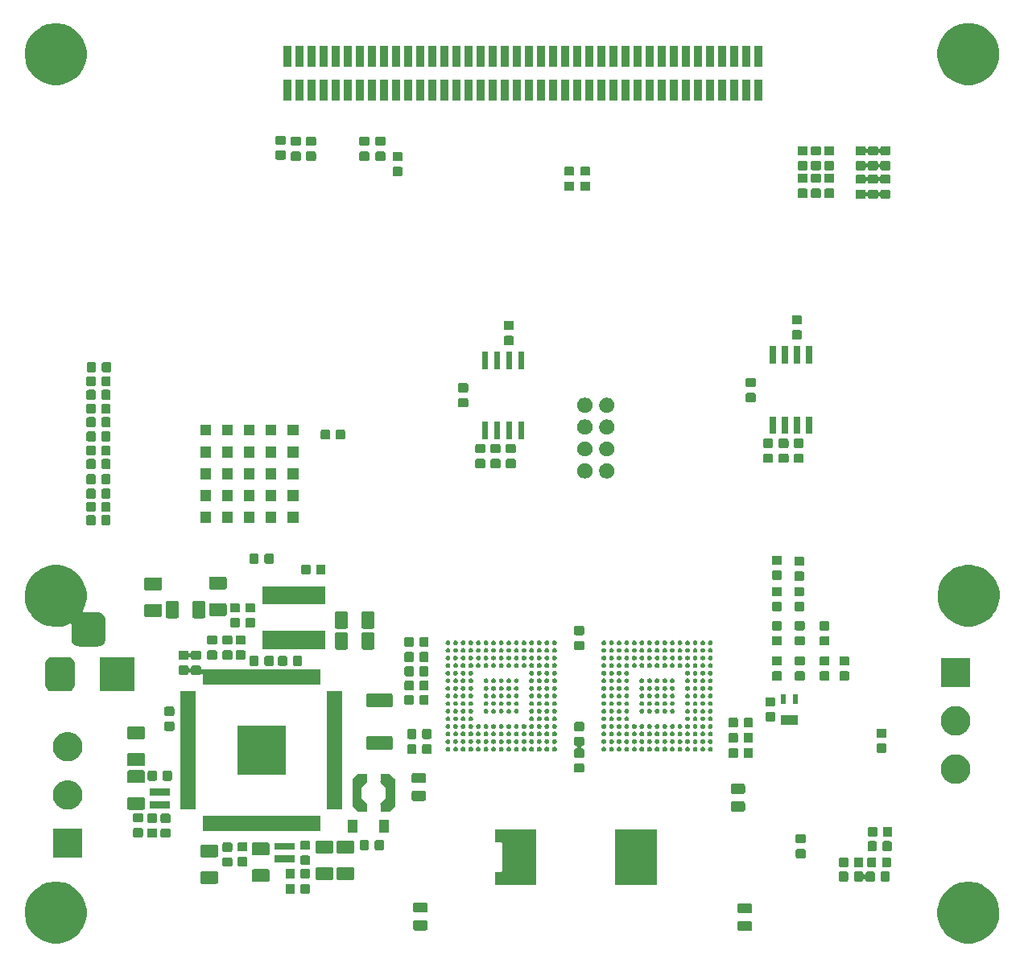
<source format=gbr>
G04 #@! TF.GenerationSoftware,KiCad,Pcbnew,5.0.2+dfsg1-1*
G04 #@! TF.CreationDate,2020-03-08T16:41:42+01:00*
G04 #@! TF.ProjectId,dlp_01,646c705f-3031-42e6-9b69-6361645f7063,rev?*
G04 #@! TF.SameCoordinates,Original*
G04 #@! TF.FileFunction,Soldermask,Top*
G04 #@! TF.FilePolarity,Negative*
%FSLAX46Y46*%
G04 Gerber Fmt 4.6, Leading zero omitted, Abs format (unit mm)*
G04 Created by KiCad (PCBNEW 5.0.2+dfsg1-1) date Sun 08 Mar 2020 16:41:42 CET*
%MOMM*%
%LPD*%
G01*
G04 APERTURE LIST*
%ADD10C,0.100000*%
G04 APERTURE END LIST*
D10*
G36*
X196157526Y-143809078D02*
X196483579Y-143873934D01*
X197075223Y-144119001D01*
X197364820Y-144312504D01*
X197607692Y-144474786D01*
X198060511Y-144927605D01*
X198060513Y-144927608D01*
X198416296Y-145460074D01*
X198661363Y-146051718D01*
X198667558Y-146082861D01*
X198786297Y-146679803D01*
X198786297Y-147320197D01*
X198723830Y-147634239D01*
X198661363Y-147948282D01*
X198416296Y-148539926D01*
X198151978Y-148935505D01*
X198060511Y-149072395D01*
X197607692Y-149525214D01*
X197607689Y-149525216D01*
X197075223Y-149880999D01*
X196483579Y-150126066D01*
X196169536Y-150188533D01*
X195855494Y-150251000D01*
X195215100Y-150251000D01*
X194901058Y-150188533D01*
X194587015Y-150126066D01*
X193995371Y-149880999D01*
X193462905Y-149525216D01*
X193462902Y-149525214D01*
X193010083Y-149072395D01*
X192918616Y-148935505D01*
X192654298Y-148539926D01*
X192409231Y-147948282D01*
X192346764Y-147634239D01*
X192284297Y-147320197D01*
X192284297Y-146679803D01*
X192403036Y-146082861D01*
X192409231Y-146051718D01*
X192654298Y-145460074D01*
X193010081Y-144927608D01*
X193010083Y-144927605D01*
X193462902Y-144474786D01*
X193705774Y-144312504D01*
X193995371Y-144119001D01*
X194587015Y-143873934D01*
X194913068Y-143809078D01*
X195215100Y-143749000D01*
X195855494Y-143749000D01*
X196157526Y-143809078D01*
X196157526Y-143809078D01*
G37*
G36*
X100182825Y-143809078D02*
X100508878Y-143873934D01*
X101100522Y-144119001D01*
X101390119Y-144312504D01*
X101632991Y-144474786D01*
X102085810Y-144927605D01*
X102085812Y-144927608D01*
X102441595Y-145460074D01*
X102686662Y-146051718D01*
X102692857Y-146082861D01*
X102811596Y-146679803D01*
X102811596Y-147320197D01*
X102749129Y-147634239D01*
X102686662Y-147948282D01*
X102441595Y-148539926D01*
X102177277Y-148935505D01*
X102085810Y-149072395D01*
X101632991Y-149525214D01*
X101632988Y-149525216D01*
X101100522Y-149880999D01*
X100508878Y-150126066D01*
X100194835Y-150188533D01*
X99880793Y-150251000D01*
X99240399Y-150251000D01*
X98926357Y-150188533D01*
X98612314Y-150126066D01*
X98020670Y-149880999D01*
X97488204Y-149525216D01*
X97488201Y-149525214D01*
X97035382Y-149072395D01*
X96943915Y-148935505D01*
X96679597Y-148539926D01*
X96434530Y-147948282D01*
X96372063Y-147634239D01*
X96309596Y-147320197D01*
X96309596Y-146679803D01*
X96428335Y-146082861D01*
X96434530Y-146051718D01*
X96679597Y-145460074D01*
X97035380Y-144927608D01*
X97035382Y-144927605D01*
X97488201Y-144474786D01*
X97731073Y-144312504D01*
X98020670Y-144119001D01*
X98612314Y-143873934D01*
X98938367Y-143809078D01*
X99240399Y-143749000D01*
X99880793Y-143749000D01*
X100182825Y-143809078D01*
X100182825Y-143809078D01*
G37*
G36*
X172604466Y-147883565D02*
X172643137Y-147895296D01*
X172678779Y-147914348D01*
X172710017Y-147939983D01*
X172735652Y-147971221D01*
X172754704Y-148006863D01*
X172766435Y-148045534D01*
X172771000Y-148091888D01*
X172771000Y-148743112D01*
X172766435Y-148789466D01*
X172754704Y-148828137D01*
X172735652Y-148863779D01*
X172710017Y-148895017D01*
X172678779Y-148920652D01*
X172643137Y-148939704D01*
X172604466Y-148951435D01*
X172558112Y-148956000D01*
X171481888Y-148956000D01*
X171435534Y-148951435D01*
X171396863Y-148939704D01*
X171361221Y-148920652D01*
X171329983Y-148895017D01*
X171304348Y-148863779D01*
X171285296Y-148828137D01*
X171273565Y-148789466D01*
X171269000Y-148743112D01*
X171269000Y-148091888D01*
X171273565Y-148045534D01*
X171285296Y-148006863D01*
X171304348Y-147971221D01*
X171329983Y-147939983D01*
X171361221Y-147914348D01*
X171396863Y-147895296D01*
X171435534Y-147883565D01*
X171481888Y-147879000D01*
X172558112Y-147879000D01*
X172604466Y-147883565D01*
X172604466Y-147883565D01*
G37*
G36*
X138484466Y-147803565D02*
X138523137Y-147815296D01*
X138558779Y-147834348D01*
X138590017Y-147859983D01*
X138615652Y-147891221D01*
X138634704Y-147926863D01*
X138646435Y-147965534D01*
X138651000Y-148011888D01*
X138651000Y-148663112D01*
X138646435Y-148709466D01*
X138634704Y-148748137D01*
X138615652Y-148783779D01*
X138590017Y-148815017D01*
X138558779Y-148840652D01*
X138523137Y-148859704D01*
X138484466Y-148871435D01*
X138438112Y-148876000D01*
X137361888Y-148876000D01*
X137315534Y-148871435D01*
X137276863Y-148859704D01*
X137241221Y-148840652D01*
X137209983Y-148815017D01*
X137184348Y-148783779D01*
X137165296Y-148748137D01*
X137153565Y-148709466D01*
X137149000Y-148663112D01*
X137149000Y-148011888D01*
X137153565Y-147965534D01*
X137165296Y-147926863D01*
X137184348Y-147891221D01*
X137209983Y-147859983D01*
X137241221Y-147834348D01*
X137276863Y-147815296D01*
X137315534Y-147803565D01*
X137361888Y-147799000D01*
X138438112Y-147799000D01*
X138484466Y-147803565D01*
X138484466Y-147803565D01*
G37*
G36*
X172604466Y-146008565D02*
X172643137Y-146020296D01*
X172678779Y-146039348D01*
X172710017Y-146064983D01*
X172735652Y-146096221D01*
X172754704Y-146131863D01*
X172766435Y-146170534D01*
X172771000Y-146216888D01*
X172771000Y-146868112D01*
X172766435Y-146914466D01*
X172754704Y-146953137D01*
X172735652Y-146988779D01*
X172710017Y-147020017D01*
X172678779Y-147045652D01*
X172643137Y-147064704D01*
X172604466Y-147076435D01*
X172558112Y-147081000D01*
X171481888Y-147081000D01*
X171435534Y-147076435D01*
X171396863Y-147064704D01*
X171361221Y-147045652D01*
X171329983Y-147020017D01*
X171304348Y-146988779D01*
X171285296Y-146953137D01*
X171273565Y-146914466D01*
X171269000Y-146868112D01*
X171269000Y-146216888D01*
X171273565Y-146170534D01*
X171285296Y-146131863D01*
X171304348Y-146096221D01*
X171329983Y-146064983D01*
X171361221Y-146039348D01*
X171396863Y-146020296D01*
X171435534Y-146008565D01*
X171481888Y-146004000D01*
X172558112Y-146004000D01*
X172604466Y-146008565D01*
X172604466Y-146008565D01*
G37*
G36*
X138484466Y-145928565D02*
X138523137Y-145940296D01*
X138558779Y-145959348D01*
X138590017Y-145984983D01*
X138615652Y-146016221D01*
X138634704Y-146051863D01*
X138646435Y-146090534D01*
X138651000Y-146136888D01*
X138651000Y-146788112D01*
X138646435Y-146834466D01*
X138634704Y-146873137D01*
X138615652Y-146908779D01*
X138590017Y-146940017D01*
X138558779Y-146965652D01*
X138523137Y-146984704D01*
X138484466Y-146996435D01*
X138438112Y-147001000D01*
X137361888Y-147001000D01*
X137315534Y-146996435D01*
X137276863Y-146984704D01*
X137241221Y-146965652D01*
X137209983Y-146940017D01*
X137184348Y-146908779D01*
X137165296Y-146873137D01*
X137153565Y-146834466D01*
X137149000Y-146788112D01*
X137149000Y-146136888D01*
X137153565Y-146090534D01*
X137165296Y-146051863D01*
X137184348Y-146016221D01*
X137209983Y-145984983D01*
X137241221Y-145959348D01*
X137276863Y-145940296D01*
X137315534Y-145928565D01*
X137361888Y-145924000D01*
X138438112Y-145924000D01*
X138484466Y-145928565D01*
X138484466Y-145928565D01*
G37*
G36*
X126129591Y-143978085D02*
X126163569Y-143988393D01*
X126194887Y-144005133D01*
X126222339Y-144027661D01*
X126244867Y-144055113D01*
X126261607Y-144086431D01*
X126271915Y-144120409D01*
X126276000Y-144161890D01*
X126276000Y-144838110D01*
X126271915Y-144879591D01*
X126261607Y-144913569D01*
X126244867Y-144944887D01*
X126222339Y-144972339D01*
X126194887Y-144994867D01*
X126163569Y-145011607D01*
X126129591Y-145021915D01*
X126088110Y-145026000D01*
X125486890Y-145026000D01*
X125445409Y-145021915D01*
X125411431Y-145011607D01*
X125380113Y-144994867D01*
X125352661Y-144972339D01*
X125330133Y-144944887D01*
X125313393Y-144913569D01*
X125303085Y-144879591D01*
X125299000Y-144838110D01*
X125299000Y-144161890D01*
X125303085Y-144120409D01*
X125313393Y-144086431D01*
X125330133Y-144055113D01*
X125352661Y-144027661D01*
X125380113Y-144005133D01*
X125411431Y-143988393D01*
X125445409Y-143978085D01*
X125486890Y-143974000D01*
X126088110Y-143974000D01*
X126129591Y-143978085D01*
X126129591Y-143978085D01*
G37*
G36*
X124554591Y-143978085D02*
X124588569Y-143988393D01*
X124619887Y-144005133D01*
X124647339Y-144027661D01*
X124669867Y-144055113D01*
X124686607Y-144086431D01*
X124696915Y-144120409D01*
X124701000Y-144161890D01*
X124701000Y-144838110D01*
X124696915Y-144879591D01*
X124686607Y-144913569D01*
X124669867Y-144944887D01*
X124647339Y-144972339D01*
X124619887Y-144994867D01*
X124588569Y-145011607D01*
X124554591Y-145021915D01*
X124513110Y-145026000D01*
X123911890Y-145026000D01*
X123870409Y-145021915D01*
X123836431Y-145011607D01*
X123805113Y-144994867D01*
X123777661Y-144972339D01*
X123755133Y-144944887D01*
X123738393Y-144913569D01*
X123728085Y-144879591D01*
X123724000Y-144838110D01*
X123724000Y-144161890D01*
X123728085Y-144120409D01*
X123738393Y-144086431D01*
X123755133Y-144055113D01*
X123777661Y-144027661D01*
X123805113Y-144005133D01*
X123836431Y-143988393D01*
X123870409Y-143978085D01*
X123911890Y-143974000D01*
X124513110Y-143974000D01*
X124554591Y-143978085D01*
X124554591Y-143978085D01*
G37*
G36*
X150108200Y-144060800D02*
X145774200Y-144060800D01*
X145774200Y-142696400D01*
X146391600Y-142696400D01*
X146415986Y-142693998D01*
X146439435Y-142686885D01*
X146461046Y-142675334D01*
X146479988Y-142659788D01*
X146495534Y-142640846D01*
X146507085Y-142619235D01*
X146514198Y-142595786D01*
X146516600Y-142571400D01*
X146516600Y-139731400D01*
X146514198Y-139707014D01*
X146507085Y-139683565D01*
X146495534Y-139661954D01*
X146479988Y-139643012D01*
X146461046Y-139627466D01*
X146439435Y-139615915D01*
X146415986Y-139608802D01*
X146391600Y-139606400D01*
X145774200Y-139606400D01*
X145774200Y-138242000D01*
X150108200Y-138242000D01*
X150108200Y-144060800D01*
X150108200Y-144060800D01*
G37*
G36*
X162740200Y-144060800D02*
X158406200Y-144060800D01*
X158406200Y-138242000D01*
X162740200Y-138242000D01*
X162740200Y-144060800D01*
X162740200Y-144060800D01*
G37*
G36*
X116468604Y-142628347D02*
X116505145Y-142639432D01*
X116538820Y-142657431D01*
X116568341Y-142681659D01*
X116592569Y-142711180D01*
X116610568Y-142744855D01*
X116621653Y-142781396D01*
X116626000Y-142825538D01*
X116626000Y-143774462D01*
X116621653Y-143818604D01*
X116610568Y-143855145D01*
X116592569Y-143888820D01*
X116568341Y-143918341D01*
X116538820Y-143942569D01*
X116505145Y-143960568D01*
X116468604Y-143971653D01*
X116424462Y-143976000D01*
X114975538Y-143976000D01*
X114931396Y-143971653D01*
X114894855Y-143960568D01*
X114861180Y-143942569D01*
X114831659Y-143918341D01*
X114807431Y-143888820D01*
X114789432Y-143855145D01*
X114778347Y-143818604D01*
X114774000Y-143774462D01*
X114774000Y-142825538D01*
X114778347Y-142781396D01*
X114789432Y-142744855D01*
X114807431Y-142711180D01*
X114831659Y-142681659D01*
X114861180Y-142657431D01*
X114894855Y-142639432D01*
X114931396Y-142628347D01*
X114975538Y-142624000D01*
X116424462Y-142624000D01*
X116468604Y-142628347D01*
X116468604Y-142628347D01*
G37*
G36*
X121868604Y-142428347D02*
X121905145Y-142439432D01*
X121938820Y-142457431D01*
X121968341Y-142481659D01*
X121992569Y-142511180D01*
X122010568Y-142544855D01*
X122021653Y-142581396D01*
X122026000Y-142625538D01*
X122026000Y-143574462D01*
X122021653Y-143618604D01*
X122010568Y-143655145D01*
X121992569Y-143688820D01*
X121968341Y-143718341D01*
X121938820Y-143742569D01*
X121905145Y-143760568D01*
X121868604Y-143771653D01*
X121824462Y-143776000D01*
X120375538Y-143776000D01*
X120331396Y-143771653D01*
X120294855Y-143760568D01*
X120261180Y-143742569D01*
X120231659Y-143718341D01*
X120207431Y-143688820D01*
X120189432Y-143655145D01*
X120178347Y-143618604D01*
X120174000Y-143574462D01*
X120174000Y-142625538D01*
X120178347Y-142581396D01*
X120189432Y-142544855D01*
X120207431Y-142511180D01*
X120231659Y-142481659D01*
X120261180Y-142457431D01*
X120294855Y-142439432D01*
X120331396Y-142428347D01*
X120375538Y-142424000D01*
X121824462Y-142424000D01*
X121868604Y-142428347D01*
X121868604Y-142428347D01*
G37*
G36*
X187129591Y-142678085D02*
X187163569Y-142688393D01*
X187194887Y-142705133D01*
X187222339Y-142727661D01*
X187244867Y-142755113D01*
X187261607Y-142786431D01*
X187271915Y-142820409D01*
X187276000Y-142861890D01*
X187276000Y-143538110D01*
X187271915Y-143579591D01*
X187261607Y-143613569D01*
X187244867Y-143644887D01*
X187222339Y-143672339D01*
X187194887Y-143694867D01*
X187163569Y-143711607D01*
X187129591Y-143721915D01*
X187088110Y-143726000D01*
X186486890Y-143726000D01*
X186445409Y-143721915D01*
X186411431Y-143711607D01*
X186380113Y-143694867D01*
X186352661Y-143672339D01*
X186330133Y-143644887D01*
X186313393Y-143613569D01*
X186303085Y-143579591D01*
X186299000Y-143538110D01*
X186299000Y-142861890D01*
X186303085Y-142820409D01*
X186313393Y-142786431D01*
X186330133Y-142755113D01*
X186352661Y-142727661D01*
X186380113Y-142705133D01*
X186411431Y-142688393D01*
X186445409Y-142678085D01*
X186486890Y-142674000D01*
X187088110Y-142674000D01*
X187129591Y-142678085D01*
X187129591Y-142678085D01*
G37*
G36*
X184329591Y-142678085D02*
X184363569Y-142688393D01*
X184394887Y-142705133D01*
X184422339Y-142727661D01*
X184444867Y-142755113D01*
X184461607Y-142786431D01*
X184471915Y-142820409D01*
X184475602Y-142857849D01*
X184480382Y-142881882D01*
X184489760Y-142904521D01*
X184503373Y-142924896D01*
X184520701Y-142942223D01*
X184541075Y-142955837D01*
X184563714Y-142965214D01*
X184587748Y-142969995D01*
X184612252Y-142969995D01*
X184636285Y-142965215D01*
X184658924Y-142955837D01*
X184679299Y-142942224D01*
X184696626Y-142924896D01*
X184710240Y-142904522D01*
X184719617Y-142881883D01*
X184724398Y-142857849D01*
X184728085Y-142820409D01*
X184738393Y-142786431D01*
X184755133Y-142755113D01*
X184777661Y-142727661D01*
X184805113Y-142705133D01*
X184836431Y-142688393D01*
X184870409Y-142678085D01*
X184911890Y-142674000D01*
X185513110Y-142674000D01*
X185554591Y-142678085D01*
X185588569Y-142688393D01*
X185619887Y-142705133D01*
X185647339Y-142727661D01*
X185669867Y-142755113D01*
X185686607Y-142786431D01*
X185696915Y-142820409D01*
X185701000Y-142861890D01*
X185701000Y-143538110D01*
X185696915Y-143579591D01*
X185686607Y-143613569D01*
X185669867Y-143644887D01*
X185647339Y-143672339D01*
X185619887Y-143694867D01*
X185588569Y-143711607D01*
X185554591Y-143721915D01*
X185513110Y-143726000D01*
X184911890Y-143726000D01*
X184870409Y-143721915D01*
X184836431Y-143711607D01*
X184805113Y-143694867D01*
X184777661Y-143672339D01*
X184755133Y-143644887D01*
X184738393Y-143613569D01*
X184728085Y-143579591D01*
X184724398Y-143542151D01*
X184719618Y-143518118D01*
X184710240Y-143495479D01*
X184696627Y-143475104D01*
X184679299Y-143457777D01*
X184658925Y-143444163D01*
X184636286Y-143434786D01*
X184612252Y-143430005D01*
X184587748Y-143430005D01*
X184563715Y-143434785D01*
X184541076Y-143444163D01*
X184520701Y-143457776D01*
X184503374Y-143475104D01*
X184489760Y-143495478D01*
X184480383Y-143518117D01*
X184475602Y-143542151D01*
X184471915Y-143579591D01*
X184461607Y-143613569D01*
X184444867Y-143644887D01*
X184422339Y-143672339D01*
X184394887Y-143694867D01*
X184363569Y-143711607D01*
X184329591Y-143721915D01*
X184288110Y-143726000D01*
X183686890Y-143726000D01*
X183645409Y-143721915D01*
X183611431Y-143711607D01*
X183580113Y-143694867D01*
X183552661Y-143672339D01*
X183530133Y-143644887D01*
X183513393Y-143613569D01*
X183503085Y-143579591D01*
X183499000Y-143538110D01*
X183499000Y-142861890D01*
X183503085Y-142820409D01*
X183513393Y-142786431D01*
X183530133Y-142755113D01*
X183552661Y-142727661D01*
X183580113Y-142705133D01*
X183611431Y-142688393D01*
X183645409Y-142678085D01*
X183686890Y-142674000D01*
X184288110Y-142674000D01*
X184329591Y-142678085D01*
X184329591Y-142678085D01*
G37*
G36*
X182754591Y-142678085D02*
X182788569Y-142688393D01*
X182819887Y-142705133D01*
X182847339Y-142727661D01*
X182869867Y-142755113D01*
X182886607Y-142786431D01*
X182896915Y-142820409D01*
X182901000Y-142861890D01*
X182901000Y-143538110D01*
X182896915Y-143579591D01*
X182886607Y-143613569D01*
X182869867Y-143644887D01*
X182847339Y-143672339D01*
X182819887Y-143694867D01*
X182788569Y-143711607D01*
X182754591Y-143721915D01*
X182713110Y-143726000D01*
X182111890Y-143726000D01*
X182070409Y-143721915D01*
X182036431Y-143711607D01*
X182005113Y-143694867D01*
X181977661Y-143672339D01*
X181955133Y-143644887D01*
X181938393Y-143613569D01*
X181928085Y-143579591D01*
X181924000Y-143538110D01*
X181924000Y-142861890D01*
X181928085Y-142820409D01*
X181938393Y-142786431D01*
X181955133Y-142755113D01*
X181977661Y-142727661D01*
X182005113Y-142705133D01*
X182036431Y-142688393D01*
X182070409Y-142678085D01*
X182111890Y-142674000D01*
X182713110Y-142674000D01*
X182754591Y-142678085D01*
X182754591Y-142678085D01*
G37*
G36*
X128568604Y-142228347D02*
X128605145Y-142239432D01*
X128638820Y-142257431D01*
X128668341Y-142281659D01*
X128692569Y-142311180D01*
X128710568Y-142344855D01*
X128721653Y-142381396D01*
X128726000Y-142425538D01*
X128726000Y-143374462D01*
X128721653Y-143418604D01*
X128710568Y-143455145D01*
X128692569Y-143488820D01*
X128668341Y-143518341D01*
X128638820Y-143542569D01*
X128605145Y-143560568D01*
X128568604Y-143571653D01*
X128524462Y-143576000D01*
X127075538Y-143576000D01*
X127031396Y-143571653D01*
X126994855Y-143560568D01*
X126961180Y-143542569D01*
X126931659Y-143518341D01*
X126907431Y-143488820D01*
X126889432Y-143455145D01*
X126878347Y-143418604D01*
X126874000Y-143374462D01*
X126874000Y-142425538D01*
X126878347Y-142381396D01*
X126889432Y-142344855D01*
X126907431Y-142311180D01*
X126931659Y-142281659D01*
X126961180Y-142257431D01*
X126994855Y-142239432D01*
X127031396Y-142228347D01*
X127075538Y-142224000D01*
X128524462Y-142224000D01*
X128568604Y-142228347D01*
X128568604Y-142228347D01*
G37*
G36*
X130768604Y-142228347D02*
X130805145Y-142239432D01*
X130838820Y-142257431D01*
X130868341Y-142281659D01*
X130892569Y-142311180D01*
X130910568Y-142344855D01*
X130921653Y-142381396D01*
X130926000Y-142425538D01*
X130926000Y-143374462D01*
X130921653Y-143418604D01*
X130910568Y-143455145D01*
X130892569Y-143488820D01*
X130868341Y-143518341D01*
X130838820Y-143542569D01*
X130805145Y-143560568D01*
X130768604Y-143571653D01*
X130724462Y-143576000D01*
X129275538Y-143576000D01*
X129231396Y-143571653D01*
X129194855Y-143560568D01*
X129161180Y-143542569D01*
X129131659Y-143518341D01*
X129107431Y-143488820D01*
X129089432Y-143455145D01*
X129078347Y-143418604D01*
X129074000Y-143374462D01*
X129074000Y-142425538D01*
X129078347Y-142381396D01*
X129089432Y-142344855D01*
X129107431Y-142311180D01*
X129131659Y-142281659D01*
X129161180Y-142257431D01*
X129194855Y-142239432D01*
X129231396Y-142228347D01*
X129275538Y-142224000D01*
X130724462Y-142224000D01*
X130768604Y-142228347D01*
X130768604Y-142228347D01*
G37*
G36*
X124554591Y-142378085D02*
X124588569Y-142388393D01*
X124619887Y-142405133D01*
X124647339Y-142427661D01*
X124669867Y-142455113D01*
X124686607Y-142486431D01*
X124696915Y-142520409D01*
X124701000Y-142561890D01*
X124701000Y-143238110D01*
X124696915Y-143279591D01*
X124686607Y-143313569D01*
X124669867Y-143344887D01*
X124647339Y-143372339D01*
X124619887Y-143394867D01*
X124588569Y-143411607D01*
X124554591Y-143421915D01*
X124513110Y-143426000D01*
X123911890Y-143426000D01*
X123870409Y-143421915D01*
X123836431Y-143411607D01*
X123805113Y-143394867D01*
X123777661Y-143372339D01*
X123755133Y-143344887D01*
X123738393Y-143313569D01*
X123728085Y-143279591D01*
X123724000Y-143238110D01*
X123724000Y-142561890D01*
X123728085Y-142520409D01*
X123738393Y-142486431D01*
X123755133Y-142455113D01*
X123777661Y-142427661D01*
X123805113Y-142405133D01*
X123836431Y-142388393D01*
X123870409Y-142378085D01*
X123911890Y-142374000D01*
X124513110Y-142374000D01*
X124554591Y-142378085D01*
X124554591Y-142378085D01*
G37*
G36*
X126129591Y-142378085D02*
X126163569Y-142388393D01*
X126194887Y-142405133D01*
X126222339Y-142427661D01*
X126244867Y-142455113D01*
X126261607Y-142486431D01*
X126271915Y-142520409D01*
X126276000Y-142561890D01*
X126276000Y-143238110D01*
X126271915Y-143279591D01*
X126261607Y-143313569D01*
X126244867Y-143344887D01*
X126222339Y-143372339D01*
X126194887Y-143394867D01*
X126163569Y-143411607D01*
X126129591Y-143421915D01*
X126088110Y-143426000D01*
X125486890Y-143426000D01*
X125445409Y-143421915D01*
X125411431Y-143411607D01*
X125380113Y-143394867D01*
X125352661Y-143372339D01*
X125330133Y-143344887D01*
X125313393Y-143313569D01*
X125303085Y-143279591D01*
X125299000Y-143238110D01*
X125299000Y-142561890D01*
X125303085Y-142520409D01*
X125313393Y-142486431D01*
X125330133Y-142455113D01*
X125352661Y-142427661D01*
X125380113Y-142405133D01*
X125411431Y-142388393D01*
X125445409Y-142378085D01*
X125486890Y-142374000D01*
X126088110Y-142374000D01*
X126129591Y-142378085D01*
X126129591Y-142378085D01*
G37*
G36*
X185704591Y-141178085D02*
X185738569Y-141188393D01*
X185769887Y-141205133D01*
X185797339Y-141227661D01*
X185819867Y-141255113D01*
X185836607Y-141286431D01*
X185846915Y-141320409D01*
X185851000Y-141361890D01*
X185851000Y-142038110D01*
X185846915Y-142079591D01*
X185836607Y-142113569D01*
X185819867Y-142144887D01*
X185797339Y-142172339D01*
X185769887Y-142194867D01*
X185738569Y-142211607D01*
X185704591Y-142221915D01*
X185663110Y-142226000D01*
X185061890Y-142226000D01*
X185020409Y-142221915D01*
X184986431Y-142211607D01*
X184955113Y-142194867D01*
X184927661Y-142172339D01*
X184905133Y-142144887D01*
X184888393Y-142113569D01*
X184878085Y-142079591D01*
X184874000Y-142038110D01*
X184874000Y-141361890D01*
X184878085Y-141320409D01*
X184888393Y-141286431D01*
X184905133Y-141255113D01*
X184927661Y-141227661D01*
X184955113Y-141205133D01*
X184986431Y-141188393D01*
X185020409Y-141178085D01*
X185061890Y-141174000D01*
X185663110Y-141174000D01*
X185704591Y-141178085D01*
X185704591Y-141178085D01*
G37*
G36*
X184329591Y-141178085D02*
X184363569Y-141188393D01*
X184394887Y-141205133D01*
X184422339Y-141227661D01*
X184444867Y-141255113D01*
X184461607Y-141286431D01*
X184471915Y-141320409D01*
X184476000Y-141361890D01*
X184476000Y-142038110D01*
X184471915Y-142079591D01*
X184461607Y-142113569D01*
X184444867Y-142144887D01*
X184422339Y-142172339D01*
X184394887Y-142194867D01*
X184363569Y-142211607D01*
X184329591Y-142221915D01*
X184288110Y-142226000D01*
X183686890Y-142226000D01*
X183645409Y-142221915D01*
X183611431Y-142211607D01*
X183580113Y-142194867D01*
X183552661Y-142172339D01*
X183530133Y-142144887D01*
X183513393Y-142113569D01*
X183503085Y-142079591D01*
X183499000Y-142038110D01*
X183499000Y-141361890D01*
X183503085Y-141320409D01*
X183513393Y-141286431D01*
X183530133Y-141255113D01*
X183552661Y-141227661D01*
X183580113Y-141205133D01*
X183611431Y-141188393D01*
X183645409Y-141178085D01*
X183686890Y-141174000D01*
X184288110Y-141174000D01*
X184329591Y-141178085D01*
X184329591Y-141178085D01*
G37*
G36*
X187279591Y-141178085D02*
X187313569Y-141188393D01*
X187344887Y-141205133D01*
X187372339Y-141227661D01*
X187394867Y-141255113D01*
X187411607Y-141286431D01*
X187421915Y-141320409D01*
X187426000Y-141361890D01*
X187426000Y-142038110D01*
X187421915Y-142079591D01*
X187411607Y-142113569D01*
X187394867Y-142144887D01*
X187372339Y-142172339D01*
X187344887Y-142194867D01*
X187313569Y-142211607D01*
X187279591Y-142221915D01*
X187238110Y-142226000D01*
X186636890Y-142226000D01*
X186595409Y-142221915D01*
X186561431Y-142211607D01*
X186530113Y-142194867D01*
X186502661Y-142172339D01*
X186480133Y-142144887D01*
X186463393Y-142113569D01*
X186453085Y-142079591D01*
X186449000Y-142038110D01*
X186449000Y-141361890D01*
X186453085Y-141320409D01*
X186463393Y-141286431D01*
X186480133Y-141255113D01*
X186502661Y-141227661D01*
X186530113Y-141205133D01*
X186561431Y-141188393D01*
X186595409Y-141178085D01*
X186636890Y-141174000D01*
X187238110Y-141174000D01*
X187279591Y-141178085D01*
X187279591Y-141178085D01*
G37*
G36*
X182754591Y-141178085D02*
X182788569Y-141188393D01*
X182819887Y-141205133D01*
X182847339Y-141227661D01*
X182869867Y-141255113D01*
X182886607Y-141286431D01*
X182896915Y-141320409D01*
X182901000Y-141361890D01*
X182901000Y-142038110D01*
X182896915Y-142079591D01*
X182886607Y-142113569D01*
X182869867Y-142144887D01*
X182847339Y-142172339D01*
X182819887Y-142194867D01*
X182788569Y-142211607D01*
X182754591Y-142221915D01*
X182713110Y-142226000D01*
X182111890Y-142226000D01*
X182070409Y-142221915D01*
X182036431Y-142211607D01*
X182005113Y-142194867D01*
X181977661Y-142172339D01*
X181955133Y-142144887D01*
X181938393Y-142113569D01*
X181928085Y-142079591D01*
X181924000Y-142038110D01*
X181924000Y-141361890D01*
X181928085Y-141320409D01*
X181938393Y-141286431D01*
X181955133Y-141255113D01*
X181977661Y-141227661D01*
X182005113Y-141205133D01*
X182036431Y-141188393D01*
X182070409Y-141178085D01*
X182111890Y-141174000D01*
X182713110Y-141174000D01*
X182754591Y-141178085D01*
X182754591Y-141178085D01*
G37*
G36*
X117979591Y-141203085D02*
X118013569Y-141213393D01*
X118044887Y-141230133D01*
X118072339Y-141252661D01*
X118094867Y-141280113D01*
X118111607Y-141311431D01*
X118121915Y-141345409D01*
X118126000Y-141386890D01*
X118126000Y-141988110D01*
X118121915Y-142029591D01*
X118111607Y-142063569D01*
X118094867Y-142094887D01*
X118072339Y-142122339D01*
X118044887Y-142144867D01*
X118013569Y-142161607D01*
X117979591Y-142171915D01*
X117938110Y-142176000D01*
X117261890Y-142176000D01*
X117220409Y-142171915D01*
X117186431Y-142161607D01*
X117155113Y-142144867D01*
X117127661Y-142122339D01*
X117105133Y-142094887D01*
X117088393Y-142063569D01*
X117078085Y-142029591D01*
X117074000Y-141988110D01*
X117074000Y-141386890D01*
X117078085Y-141345409D01*
X117088393Y-141311431D01*
X117105133Y-141280113D01*
X117127661Y-141252661D01*
X117155113Y-141230133D01*
X117186431Y-141213393D01*
X117220409Y-141203085D01*
X117261890Y-141199000D01*
X117938110Y-141199000D01*
X117979591Y-141203085D01*
X117979591Y-141203085D01*
G37*
G36*
X119579591Y-141153085D02*
X119613569Y-141163393D01*
X119644887Y-141180133D01*
X119672339Y-141202661D01*
X119694867Y-141230113D01*
X119711607Y-141261431D01*
X119721915Y-141295409D01*
X119726000Y-141336890D01*
X119726000Y-141938110D01*
X119721915Y-141979591D01*
X119711607Y-142013569D01*
X119694867Y-142044887D01*
X119672339Y-142072339D01*
X119644887Y-142094867D01*
X119613569Y-142111607D01*
X119579591Y-142121915D01*
X119538110Y-142126000D01*
X118861890Y-142126000D01*
X118820409Y-142121915D01*
X118786431Y-142111607D01*
X118755113Y-142094867D01*
X118727661Y-142072339D01*
X118705133Y-142044887D01*
X118688393Y-142013569D01*
X118678085Y-141979591D01*
X118674000Y-141938110D01*
X118674000Y-141336890D01*
X118678085Y-141295409D01*
X118688393Y-141261431D01*
X118705133Y-141230113D01*
X118727661Y-141202661D01*
X118755113Y-141180133D01*
X118786431Y-141163393D01*
X118820409Y-141153085D01*
X118861890Y-141149000D01*
X119538110Y-141149000D01*
X119579591Y-141153085D01*
X119579591Y-141153085D01*
G37*
G36*
X126179591Y-141003085D02*
X126213569Y-141013393D01*
X126244887Y-141030133D01*
X126272339Y-141052661D01*
X126294867Y-141080113D01*
X126311607Y-141111431D01*
X126321915Y-141145409D01*
X126326000Y-141186890D01*
X126326000Y-141788110D01*
X126321915Y-141829591D01*
X126311607Y-141863569D01*
X126294867Y-141894887D01*
X126272339Y-141922339D01*
X126244887Y-141944867D01*
X126213569Y-141961607D01*
X126179591Y-141971915D01*
X126138110Y-141976000D01*
X125461890Y-141976000D01*
X125420409Y-141971915D01*
X125386431Y-141961607D01*
X125355113Y-141944867D01*
X125327661Y-141922339D01*
X125305133Y-141894887D01*
X125288393Y-141863569D01*
X125278085Y-141829591D01*
X125274000Y-141788110D01*
X125274000Y-141186890D01*
X125278085Y-141145409D01*
X125288393Y-141111431D01*
X125305133Y-141080113D01*
X125327661Y-141052661D01*
X125355113Y-141030133D01*
X125386431Y-141013393D01*
X125420409Y-141003085D01*
X125461890Y-140999000D01*
X126138110Y-140999000D01*
X126179591Y-141003085D01*
X126179591Y-141003085D01*
G37*
G36*
X124651000Y-141751000D02*
X122549000Y-141751000D01*
X122549000Y-140999000D01*
X124651000Y-140999000D01*
X124651000Y-141751000D01*
X124651000Y-141751000D01*
G37*
G36*
X178279591Y-140303085D02*
X178313569Y-140313393D01*
X178344887Y-140330133D01*
X178372339Y-140352661D01*
X178394867Y-140380113D01*
X178411607Y-140411431D01*
X178421915Y-140445409D01*
X178426000Y-140486890D01*
X178426000Y-141088110D01*
X178421915Y-141129591D01*
X178411607Y-141163569D01*
X178394867Y-141194887D01*
X178372339Y-141222339D01*
X178344887Y-141244867D01*
X178313569Y-141261607D01*
X178279591Y-141271915D01*
X178238110Y-141276000D01*
X177561890Y-141276000D01*
X177520409Y-141271915D01*
X177486431Y-141261607D01*
X177455113Y-141244867D01*
X177427661Y-141222339D01*
X177405133Y-141194887D01*
X177388393Y-141163569D01*
X177378085Y-141129591D01*
X177374000Y-141088110D01*
X177374000Y-140486890D01*
X177378085Y-140445409D01*
X177388393Y-140411431D01*
X177405133Y-140380113D01*
X177427661Y-140352661D01*
X177455113Y-140330133D01*
X177486431Y-140313393D01*
X177520409Y-140303085D01*
X177561890Y-140299000D01*
X178238110Y-140299000D01*
X178279591Y-140303085D01*
X178279591Y-140303085D01*
G37*
G36*
X102351000Y-141251000D02*
X99249000Y-141251000D01*
X99249000Y-138149000D01*
X102351000Y-138149000D01*
X102351000Y-141251000D01*
X102351000Y-141251000D01*
G37*
G36*
X116468604Y-139828347D02*
X116505145Y-139839432D01*
X116538820Y-139857431D01*
X116568341Y-139881659D01*
X116592569Y-139911180D01*
X116610568Y-139944855D01*
X116621653Y-139981396D01*
X116626000Y-140025538D01*
X116626000Y-140974462D01*
X116621653Y-141018604D01*
X116610568Y-141055145D01*
X116592569Y-141088820D01*
X116568341Y-141118341D01*
X116538820Y-141142569D01*
X116505145Y-141160568D01*
X116468604Y-141171653D01*
X116424462Y-141176000D01*
X114975538Y-141176000D01*
X114931396Y-141171653D01*
X114894855Y-141160568D01*
X114861180Y-141142569D01*
X114831659Y-141118341D01*
X114807431Y-141088820D01*
X114789432Y-141055145D01*
X114778347Y-141018604D01*
X114774000Y-140974462D01*
X114774000Y-140025538D01*
X114778347Y-139981396D01*
X114789432Y-139944855D01*
X114807431Y-139911180D01*
X114831659Y-139881659D01*
X114861180Y-139857431D01*
X114894855Y-139839432D01*
X114931396Y-139828347D01*
X114975538Y-139824000D01*
X116424462Y-139824000D01*
X116468604Y-139828347D01*
X116468604Y-139828347D01*
G37*
G36*
X121868604Y-139628347D02*
X121905145Y-139639432D01*
X121938820Y-139657431D01*
X121968341Y-139681659D01*
X121992569Y-139711180D01*
X122010568Y-139744855D01*
X122021653Y-139781396D01*
X122026000Y-139825538D01*
X122026000Y-140774462D01*
X122021653Y-140818604D01*
X122010568Y-140855145D01*
X121992569Y-140888820D01*
X121968341Y-140918341D01*
X121938820Y-140942569D01*
X121905145Y-140960568D01*
X121868604Y-140971653D01*
X121824462Y-140976000D01*
X120375538Y-140976000D01*
X120331396Y-140971653D01*
X120294855Y-140960568D01*
X120261180Y-140942569D01*
X120231659Y-140918341D01*
X120207431Y-140888820D01*
X120189432Y-140855145D01*
X120178347Y-140818604D01*
X120174000Y-140774462D01*
X120174000Y-139825538D01*
X120178347Y-139781396D01*
X120189432Y-139744855D01*
X120207431Y-139711180D01*
X120231659Y-139681659D01*
X120261180Y-139657431D01*
X120294855Y-139639432D01*
X120331396Y-139628347D01*
X120375538Y-139624000D01*
X121824462Y-139624000D01*
X121868604Y-139628347D01*
X121868604Y-139628347D01*
G37*
G36*
X128568604Y-139428347D02*
X128605145Y-139439432D01*
X128638820Y-139457431D01*
X128668341Y-139481659D01*
X128692569Y-139511180D01*
X128710568Y-139544855D01*
X128721653Y-139581396D01*
X128726000Y-139625538D01*
X128726000Y-140574462D01*
X128721653Y-140618604D01*
X128710568Y-140655145D01*
X128692569Y-140688820D01*
X128668341Y-140718341D01*
X128638820Y-140742569D01*
X128605145Y-140760568D01*
X128568604Y-140771653D01*
X128524462Y-140776000D01*
X127075538Y-140776000D01*
X127031396Y-140771653D01*
X126994855Y-140760568D01*
X126961180Y-140742569D01*
X126931659Y-140718341D01*
X126907431Y-140688820D01*
X126889432Y-140655145D01*
X126878347Y-140618604D01*
X126874000Y-140574462D01*
X126874000Y-139625538D01*
X126878347Y-139581396D01*
X126889432Y-139544855D01*
X126907431Y-139511180D01*
X126931659Y-139481659D01*
X126961180Y-139457431D01*
X126994855Y-139439432D01*
X127031396Y-139428347D01*
X127075538Y-139424000D01*
X128524462Y-139424000D01*
X128568604Y-139428347D01*
X128568604Y-139428347D01*
G37*
G36*
X130768604Y-139428347D02*
X130805145Y-139439432D01*
X130838820Y-139457431D01*
X130868341Y-139481659D01*
X130892569Y-139511180D01*
X130910568Y-139544855D01*
X130921653Y-139581396D01*
X130926000Y-139625538D01*
X130926000Y-140574462D01*
X130921653Y-140618604D01*
X130910568Y-140655145D01*
X130892569Y-140688820D01*
X130868341Y-140718341D01*
X130838820Y-140742569D01*
X130805145Y-140760568D01*
X130768604Y-140771653D01*
X130724462Y-140776000D01*
X129275538Y-140776000D01*
X129231396Y-140771653D01*
X129194855Y-140760568D01*
X129161180Y-140742569D01*
X129131659Y-140718341D01*
X129107431Y-140688820D01*
X129089432Y-140655145D01*
X129078347Y-140618604D01*
X129074000Y-140574462D01*
X129074000Y-139625538D01*
X129078347Y-139581396D01*
X129089432Y-139544855D01*
X129107431Y-139511180D01*
X129131659Y-139481659D01*
X129161180Y-139457431D01*
X129194855Y-139439432D01*
X129231396Y-139428347D01*
X129275538Y-139424000D01*
X130724462Y-139424000D01*
X130768604Y-139428347D01*
X130768604Y-139428347D01*
G37*
G36*
X117979591Y-139628085D02*
X118013569Y-139638393D01*
X118044887Y-139655133D01*
X118072339Y-139677661D01*
X118094867Y-139705113D01*
X118111607Y-139736431D01*
X118121915Y-139770409D01*
X118126000Y-139811890D01*
X118126000Y-140413110D01*
X118121915Y-140454591D01*
X118111607Y-140488569D01*
X118094867Y-140519887D01*
X118072339Y-140547339D01*
X118044887Y-140569867D01*
X118013569Y-140586607D01*
X117979591Y-140596915D01*
X117938110Y-140601000D01*
X117261890Y-140601000D01*
X117220409Y-140596915D01*
X117186431Y-140586607D01*
X117155113Y-140569867D01*
X117127661Y-140547339D01*
X117105133Y-140519887D01*
X117088393Y-140488569D01*
X117078085Y-140454591D01*
X117074000Y-140413110D01*
X117074000Y-139811890D01*
X117078085Y-139770409D01*
X117088393Y-139736431D01*
X117105133Y-139705113D01*
X117127661Y-139677661D01*
X117155113Y-139655133D01*
X117186431Y-139638393D01*
X117220409Y-139628085D01*
X117261890Y-139624000D01*
X117938110Y-139624000D01*
X117979591Y-139628085D01*
X117979591Y-139628085D01*
G37*
G36*
X119579591Y-139578085D02*
X119613569Y-139588393D01*
X119644887Y-139605133D01*
X119672339Y-139627661D01*
X119694867Y-139655113D01*
X119711607Y-139686431D01*
X119721915Y-139720409D01*
X119726000Y-139761890D01*
X119726000Y-140363110D01*
X119721915Y-140404591D01*
X119711607Y-140438569D01*
X119694867Y-140469887D01*
X119672339Y-140497339D01*
X119644887Y-140519867D01*
X119613569Y-140536607D01*
X119579591Y-140546915D01*
X119538110Y-140551000D01*
X118861890Y-140551000D01*
X118820409Y-140546915D01*
X118786431Y-140536607D01*
X118755113Y-140519867D01*
X118727661Y-140497339D01*
X118705133Y-140469887D01*
X118688393Y-140438569D01*
X118678085Y-140404591D01*
X118674000Y-140363110D01*
X118674000Y-139761890D01*
X118678085Y-139720409D01*
X118688393Y-139686431D01*
X118705133Y-139655113D01*
X118727661Y-139627661D01*
X118755113Y-139605133D01*
X118786431Y-139588393D01*
X118820409Y-139578085D01*
X118861890Y-139574000D01*
X119538110Y-139574000D01*
X119579591Y-139578085D01*
X119579591Y-139578085D01*
G37*
G36*
X187329591Y-139478085D02*
X187363569Y-139488393D01*
X187394887Y-139505133D01*
X187422339Y-139527661D01*
X187444867Y-139555113D01*
X187461607Y-139586431D01*
X187471915Y-139620409D01*
X187476000Y-139661890D01*
X187476000Y-140338110D01*
X187471915Y-140379591D01*
X187461607Y-140413569D01*
X187444867Y-140444887D01*
X187422339Y-140472339D01*
X187394887Y-140494867D01*
X187363569Y-140511607D01*
X187329591Y-140521915D01*
X187288110Y-140526000D01*
X186686890Y-140526000D01*
X186645409Y-140521915D01*
X186611431Y-140511607D01*
X186580113Y-140494867D01*
X186552661Y-140472339D01*
X186530133Y-140444887D01*
X186513393Y-140413569D01*
X186503085Y-140379591D01*
X186499000Y-140338110D01*
X186499000Y-139661890D01*
X186503085Y-139620409D01*
X186513393Y-139586431D01*
X186530133Y-139555113D01*
X186552661Y-139527661D01*
X186580113Y-139505133D01*
X186611431Y-139488393D01*
X186645409Y-139478085D01*
X186686890Y-139474000D01*
X187288110Y-139474000D01*
X187329591Y-139478085D01*
X187329591Y-139478085D01*
G37*
G36*
X185754591Y-139478085D02*
X185788569Y-139488393D01*
X185819887Y-139505133D01*
X185847339Y-139527661D01*
X185869867Y-139555113D01*
X185886607Y-139586431D01*
X185896915Y-139620409D01*
X185901000Y-139661890D01*
X185901000Y-140338110D01*
X185896915Y-140379591D01*
X185886607Y-140413569D01*
X185869867Y-140444887D01*
X185847339Y-140472339D01*
X185819887Y-140494867D01*
X185788569Y-140511607D01*
X185754591Y-140521915D01*
X185713110Y-140526000D01*
X185111890Y-140526000D01*
X185070409Y-140521915D01*
X185036431Y-140511607D01*
X185005113Y-140494867D01*
X184977661Y-140472339D01*
X184955133Y-140444887D01*
X184938393Y-140413569D01*
X184928085Y-140379591D01*
X184924000Y-140338110D01*
X184924000Y-139661890D01*
X184928085Y-139620409D01*
X184938393Y-139586431D01*
X184955133Y-139555113D01*
X184977661Y-139527661D01*
X185005113Y-139505133D01*
X185036431Y-139488393D01*
X185070409Y-139478085D01*
X185111890Y-139474000D01*
X185713110Y-139474000D01*
X185754591Y-139478085D01*
X185754591Y-139478085D01*
G37*
G36*
X132354591Y-139378085D02*
X132388569Y-139388393D01*
X132419887Y-139405133D01*
X132447339Y-139427661D01*
X132469867Y-139455113D01*
X132486607Y-139486431D01*
X132496915Y-139520409D01*
X132501000Y-139561890D01*
X132501000Y-140238110D01*
X132496915Y-140279591D01*
X132486607Y-140313569D01*
X132469867Y-140344887D01*
X132447339Y-140372339D01*
X132419887Y-140394867D01*
X132388569Y-140411607D01*
X132354591Y-140421915D01*
X132313110Y-140426000D01*
X131711890Y-140426000D01*
X131670409Y-140421915D01*
X131636431Y-140411607D01*
X131605113Y-140394867D01*
X131577661Y-140372339D01*
X131555133Y-140344887D01*
X131538393Y-140313569D01*
X131528085Y-140279591D01*
X131524000Y-140238110D01*
X131524000Y-139561890D01*
X131528085Y-139520409D01*
X131538393Y-139486431D01*
X131555133Y-139455113D01*
X131577661Y-139427661D01*
X131605113Y-139405133D01*
X131636431Y-139388393D01*
X131670409Y-139378085D01*
X131711890Y-139374000D01*
X132313110Y-139374000D01*
X132354591Y-139378085D01*
X132354591Y-139378085D01*
G37*
G36*
X133929591Y-139378085D02*
X133963569Y-139388393D01*
X133994887Y-139405133D01*
X134022339Y-139427661D01*
X134044867Y-139455113D01*
X134061607Y-139486431D01*
X134071915Y-139520409D01*
X134076000Y-139561890D01*
X134076000Y-140238110D01*
X134071915Y-140279591D01*
X134061607Y-140313569D01*
X134044867Y-140344887D01*
X134022339Y-140372339D01*
X133994887Y-140394867D01*
X133963569Y-140411607D01*
X133929591Y-140421915D01*
X133888110Y-140426000D01*
X133286890Y-140426000D01*
X133245409Y-140421915D01*
X133211431Y-140411607D01*
X133180113Y-140394867D01*
X133152661Y-140372339D01*
X133130133Y-140344887D01*
X133113393Y-140313569D01*
X133103085Y-140279591D01*
X133099000Y-140238110D01*
X133099000Y-139561890D01*
X133103085Y-139520409D01*
X133113393Y-139486431D01*
X133130133Y-139455113D01*
X133152661Y-139427661D01*
X133180113Y-139405133D01*
X133211431Y-139388393D01*
X133245409Y-139378085D01*
X133286890Y-139374000D01*
X133888110Y-139374000D01*
X133929591Y-139378085D01*
X133929591Y-139378085D01*
G37*
G36*
X124651000Y-140401000D02*
X122549000Y-140401000D01*
X122549000Y-139649000D01*
X124651000Y-139649000D01*
X124651000Y-140401000D01*
X124651000Y-140401000D01*
G37*
G36*
X126179591Y-139428085D02*
X126213569Y-139438393D01*
X126244887Y-139455133D01*
X126272339Y-139477661D01*
X126294867Y-139505113D01*
X126311607Y-139536431D01*
X126321915Y-139570409D01*
X126326000Y-139611890D01*
X126326000Y-140213110D01*
X126321915Y-140254591D01*
X126311607Y-140288569D01*
X126294867Y-140319887D01*
X126272339Y-140347339D01*
X126244887Y-140369867D01*
X126213569Y-140386607D01*
X126179591Y-140396915D01*
X126138110Y-140401000D01*
X125461890Y-140401000D01*
X125420409Y-140396915D01*
X125386431Y-140386607D01*
X125355113Y-140369867D01*
X125327661Y-140347339D01*
X125305133Y-140319887D01*
X125288393Y-140288569D01*
X125278085Y-140254591D01*
X125274000Y-140213110D01*
X125274000Y-139611890D01*
X125278085Y-139570409D01*
X125288393Y-139536431D01*
X125305133Y-139505113D01*
X125327661Y-139477661D01*
X125355113Y-139455133D01*
X125386431Y-139438393D01*
X125420409Y-139428085D01*
X125461890Y-139424000D01*
X126138110Y-139424000D01*
X126179591Y-139428085D01*
X126179591Y-139428085D01*
G37*
G36*
X178279591Y-138728085D02*
X178313569Y-138738393D01*
X178344887Y-138755133D01*
X178372339Y-138777661D01*
X178394867Y-138805113D01*
X178411607Y-138836431D01*
X178421915Y-138870409D01*
X178426000Y-138911890D01*
X178426000Y-139513110D01*
X178421915Y-139554591D01*
X178411607Y-139588569D01*
X178394867Y-139619887D01*
X178372339Y-139647339D01*
X178344887Y-139669867D01*
X178313569Y-139686607D01*
X178279591Y-139696915D01*
X178238110Y-139701000D01*
X177561890Y-139701000D01*
X177520409Y-139696915D01*
X177486431Y-139686607D01*
X177455113Y-139669867D01*
X177427661Y-139647339D01*
X177405133Y-139619887D01*
X177388393Y-139588569D01*
X177378085Y-139554591D01*
X177374000Y-139513110D01*
X177374000Y-138911890D01*
X177378085Y-138870409D01*
X177388393Y-138836431D01*
X177405133Y-138805113D01*
X177427661Y-138777661D01*
X177455113Y-138755133D01*
X177486431Y-138738393D01*
X177520409Y-138728085D01*
X177561890Y-138724000D01*
X178238110Y-138724000D01*
X178279591Y-138728085D01*
X178279591Y-138728085D01*
G37*
G36*
X111479591Y-138153085D02*
X111513569Y-138163393D01*
X111544887Y-138180133D01*
X111572339Y-138202661D01*
X111594867Y-138230113D01*
X111611607Y-138261431D01*
X111621915Y-138295409D01*
X111626000Y-138336890D01*
X111626000Y-138938110D01*
X111621915Y-138979591D01*
X111611607Y-139013569D01*
X111594867Y-139044887D01*
X111572339Y-139072339D01*
X111544887Y-139094867D01*
X111513569Y-139111607D01*
X111479591Y-139121915D01*
X111438110Y-139126000D01*
X110761890Y-139126000D01*
X110720409Y-139121915D01*
X110686431Y-139111607D01*
X110655113Y-139094867D01*
X110627661Y-139072339D01*
X110605133Y-139044887D01*
X110588393Y-139013569D01*
X110578085Y-138979591D01*
X110574000Y-138938110D01*
X110574000Y-138336890D01*
X110578085Y-138295409D01*
X110588393Y-138261431D01*
X110605133Y-138230113D01*
X110627661Y-138202661D01*
X110655113Y-138180133D01*
X110686431Y-138163393D01*
X110720409Y-138153085D01*
X110761890Y-138149000D01*
X111438110Y-138149000D01*
X111479591Y-138153085D01*
X111479591Y-138153085D01*
G37*
G36*
X110079591Y-138153085D02*
X110113569Y-138163393D01*
X110144887Y-138180133D01*
X110172339Y-138202661D01*
X110194867Y-138230113D01*
X110211607Y-138261431D01*
X110221915Y-138295409D01*
X110226000Y-138336890D01*
X110226000Y-138938110D01*
X110221915Y-138979591D01*
X110211607Y-139013569D01*
X110194867Y-139044887D01*
X110172339Y-139072339D01*
X110144887Y-139094867D01*
X110113569Y-139111607D01*
X110079591Y-139121915D01*
X110038110Y-139126000D01*
X109361890Y-139126000D01*
X109320409Y-139121915D01*
X109286431Y-139111607D01*
X109255113Y-139094867D01*
X109227661Y-139072339D01*
X109205133Y-139044887D01*
X109188393Y-139013569D01*
X109178085Y-138979591D01*
X109174000Y-138938110D01*
X109174000Y-138336890D01*
X109178085Y-138295409D01*
X109188393Y-138261431D01*
X109205133Y-138230113D01*
X109227661Y-138202661D01*
X109255113Y-138180133D01*
X109286431Y-138163393D01*
X109320409Y-138153085D01*
X109361890Y-138149000D01*
X110038110Y-138149000D01*
X110079591Y-138153085D01*
X110079591Y-138153085D01*
G37*
G36*
X108579591Y-138103085D02*
X108613569Y-138113393D01*
X108644887Y-138130133D01*
X108672339Y-138152661D01*
X108694867Y-138180113D01*
X108711607Y-138211431D01*
X108721915Y-138245409D01*
X108726000Y-138286890D01*
X108726000Y-138888110D01*
X108721915Y-138929591D01*
X108711607Y-138963569D01*
X108694867Y-138994887D01*
X108672339Y-139022339D01*
X108644887Y-139044867D01*
X108613569Y-139061607D01*
X108579591Y-139071915D01*
X108538110Y-139076000D01*
X107861890Y-139076000D01*
X107820409Y-139071915D01*
X107786431Y-139061607D01*
X107755113Y-139044867D01*
X107727661Y-139022339D01*
X107705133Y-138994887D01*
X107688393Y-138963569D01*
X107678085Y-138929591D01*
X107674000Y-138888110D01*
X107674000Y-138286890D01*
X107678085Y-138245409D01*
X107688393Y-138211431D01*
X107705133Y-138180113D01*
X107727661Y-138152661D01*
X107755113Y-138130133D01*
X107786431Y-138113393D01*
X107820409Y-138103085D01*
X107861890Y-138099000D01*
X108538110Y-138099000D01*
X108579591Y-138103085D01*
X108579591Y-138103085D01*
G37*
G36*
X187379591Y-137978085D02*
X187413569Y-137988393D01*
X187444887Y-138005133D01*
X187472339Y-138027661D01*
X187494867Y-138055113D01*
X187511607Y-138086431D01*
X187521915Y-138120409D01*
X187526000Y-138161890D01*
X187526000Y-138838110D01*
X187521915Y-138879591D01*
X187511607Y-138913569D01*
X187494867Y-138944887D01*
X187472339Y-138972339D01*
X187444887Y-138994867D01*
X187413569Y-139011607D01*
X187379591Y-139021915D01*
X187338110Y-139026000D01*
X186736890Y-139026000D01*
X186695409Y-139021915D01*
X186661431Y-139011607D01*
X186630113Y-138994867D01*
X186602661Y-138972339D01*
X186580133Y-138944887D01*
X186563393Y-138913569D01*
X186553085Y-138879591D01*
X186549000Y-138838110D01*
X186549000Y-138161890D01*
X186553085Y-138120409D01*
X186563393Y-138086431D01*
X186580133Y-138055113D01*
X186602661Y-138027661D01*
X186630113Y-138005133D01*
X186661431Y-137988393D01*
X186695409Y-137978085D01*
X186736890Y-137974000D01*
X187338110Y-137974000D01*
X187379591Y-137978085D01*
X187379591Y-137978085D01*
G37*
G36*
X185804591Y-137978085D02*
X185838569Y-137988393D01*
X185869887Y-138005133D01*
X185897339Y-138027661D01*
X185919867Y-138055113D01*
X185936607Y-138086431D01*
X185946915Y-138120409D01*
X185951000Y-138161890D01*
X185951000Y-138838110D01*
X185946915Y-138879591D01*
X185936607Y-138913569D01*
X185919867Y-138944887D01*
X185897339Y-138972339D01*
X185869887Y-138994867D01*
X185838569Y-139011607D01*
X185804591Y-139021915D01*
X185763110Y-139026000D01*
X185161890Y-139026000D01*
X185120409Y-139021915D01*
X185086431Y-139011607D01*
X185055113Y-138994867D01*
X185027661Y-138972339D01*
X185005133Y-138944887D01*
X184988393Y-138913569D01*
X184978085Y-138879591D01*
X184974000Y-138838110D01*
X184974000Y-138161890D01*
X184978085Y-138120409D01*
X184988393Y-138086431D01*
X185005133Y-138055113D01*
X185027661Y-138027661D01*
X185055113Y-138005133D01*
X185086431Y-137988393D01*
X185120409Y-137978085D01*
X185161890Y-137974000D01*
X185763110Y-137974000D01*
X185804591Y-137978085D01*
X185804591Y-137978085D01*
G37*
G36*
X131251000Y-138551000D02*
X130249000Y-138551000D01*
X130249000Y-137249000D01*
X131251000Y-137249000D01*
X131251000Y-138551000D01*
X131251000Y-138551000D01*
G37*
G36*
X134551000Y-138551000D02*
X133549000Y-138551000D01*
X133549000Y-137249000D01*
X134551000Y-137249000D01*
X134551000Y-138551000D01*
X134551000Y-138551000D01*
G37*
G36*
X127401000Y-138401000D02*
X114999000Y-138401000D01*
X114999000Y-136799000D01*
X127401000Y-136799000D01*
X127401000Y-138401000D01*
X127401000Y-138401000D01*
G37*
G36*
X111479591Y-136578085D02*
X111513569Y-136588393D01*
X111544887Y-136605133D01*
X111572339Y-136627661D01*
X111594867Y-136655113D01*
X111611607Y-136686431D01*
X111621915Y-136720409D01*
X111626000Y-136761890D01*
X111626000Y-137363110D01*
X111621915Y-137404591D01*
X111611607Y-137438569D01*
X111594867Y-137469887D01*
X111572339Y-137497339D01*
X111544887Y-137519867D01*
X111513569Y-137536607D01*
X111479591Y-137546915D01*
X111438110Y-137551000D01*
X110761890Y-137551000D01*
X110720409Y-137546915D01*
X110686431Y-137536607D01*
X110655113Y-137519867D01*
X110627661Y-137497339D01*
X110605133Y-137469887D01*
X110588393Y-137438569D01*
X110578085Y-137404591D01*
X110574000Y-137363110D01*
X110574000Y-136761890D01*
X110578085Y-136720409D01*
X110588393Y-136686431D01*
X110605133Y-136655113D01*
X110627661Y-136627661D01*
X110655113Y-136605133D01*
X110686431Y-136588393D01*
X110720409Y-136578085D01*
X110761890Y-136574000D01*
X111438110Y-136574000D01*
X111479591Y-136578085D01*
X111479591Y-136578085D01*
G37*
G36*
X110079591Y-136578085D02*
X110113569Y-136588393D01*
X110144887Y-136605133D01*
X110172339Y-136627661D01*
X110194867Y-136655113D01*
X110211607Y-136686431D01*
X110221915Y-136720409D01*
X110226000Y-136761890D01*
X110226000Y-137363110D01*
X110221915Y-137404591D01*
X110211607Y-137438569D01*
X110194867Y-137469887D01*
X110172339Y-137497339D01*
X110144887Y-137519867D01*
X110113569Y-137536607D01*
X110079591Y-137546915D01*
X110038110Y-137551000D01*
X109361890Y-137551000D01*
X109320409Y-137546915D01*
X109286431Y-137536607D01*
X109255113Y-137519867D01*
X109227661Y-137497339D01*
X109205133Y-137469887D01*
X109188393Y-137438569D01*
X109178085Y-137404591D01*
X109174000Y-137363110D01*
X109174000Y-136761890D01*
X109178085Y-136720409D01*
X109188393Y-136686431D01*
X109205133Y-136655113D01*
X109227661Y-136627661D01*
X109255113Y-136605133D01*
X109286431Y-136588393D01*
X109320409Y-136578085D01*
X109361890Y-136574000D01*
X110038110Y-136574000D01*
X110079591Y-136578085D01*
X110079591Y-136578085D01*
G37*
G36*
X108579591Y-136528085D02*
X108613569Y-136538393D01*
X108644887Y-136555133D01*
X108672339Y-136577661D01*
X108694867Y-136605113D01*
X108711607Y-136636431D01*
X108721915Y-136670409D01*
X108726000Y-136711890D01*
X108726000Y-137313110D01*
X108721915Y-137354591D01*
X108711607Y-137388569D01*
X108694867Y-137419887D01*
X108672339Y-137447339D01*
X108644887Y-137469867D01*
X108613569Y-137486607D01*
X108579591Y-137496915D01*
X108538110Y-137501000D01*
X107861890Y-137501000D01*
X107820409Y-137496915D01*
X107786431Y-137486607D01*
X107755113Y-137469867D01*
X107727661Y-137447339D01*
X107705133Y-137419887D01*
X107688393Y-137388569D01*
X107678085Y-137354591D01*
X107674000Y-137313110D01*
X107674000Y-136711890D01*
X107678085Y-136670409D01*
X107688393Y-136636431D01*
X107705133Y-136605113D01*
X107727661Y-136577661D01*
X107755113Y-136555133D01*
X107786431Y-136538393D01*
X107820409Y-136528085D01*
X107861890Y-136524000D01*
X108538110Y-136524000D01*
X108579591Y-136528085D01*
X108579591Y-136528085D01*
G37*
G36*
X131368874Y-132382324D02*
X131390384Y-132394063D01*
X131413770Y-132401381D01*
X131439225Y-132404000D01*
X132301000Y-132404000D01*
X132301000Y-133155457D01*
X132303402Y-133179843D01*
X132310515Y-133203292D01*
X132322066Y-133224903D01*
X132325072Y-133228521D01*
X132321226Y-133233326D01*
X132309939Y-133255076D01*
X132303113Y-133278610D01*
X132302698Y-133283100D01*
X132299633Y-133283402D01*
X132276184Y-133290515D01*
X132254573Y-133302066D01*
X132234558Y-133318698D01*
X131756533Y-133808549D01*
X131741226Y-133827673D01*
X131729939Y-133849423D01*
X131723113Y-133872957D01*
X131721000Y-133895844D01*
X131721000Y-134904156D01*
X131723402Y-134928542D01*
X131730515Y-134951991D01*
X131742066Y-134973602D01*
X131756532Y-134991451D01*
X132219170Y-135465534D01*
X132234557Y-135481302D01*
X132253308Y-135497078D01*
X132274776Y-135508892D01*
X132298137Y-135516291D01*
X132302800Y-135516779D01*
X132303402Y-135522889D01*
X132310515Y-135546338D01*
X132322066Y-135567949D01*
X132324915Y-135571464D01*
X132322922Y-135573832D01*
X132311108Y-135595300D01*
X132303709Y-135618661D01*
X132301000Y-135644543D01*
X132301000Y-136396000D01*
X131439225Y-136396000D01*
X131414839Y-136398402D01*
X131391390Y-136405515D01*
X131369779Y-136417066D01*
X131363504Y-136422262D01*
X131356313Y-136416464D01*
X131334602Y-136405102D01*
X131311092Y-136398194D01*
X131306910Y-136397800D01*
X131306598Y-136394634D01*
X131299485Y-136371185D01*
X131287934Y-136349574D01*
X131271614Y-136329864D01*
X130815705Y-135881844D01*
X130796628Y-135866464D01*
X130774917Y-135855102D01*
X130751406Y-135848194D01*
X130746938Y-135847774D01*
X130746598Y-135844324D01*
X130739485Y-135820875D01*
X130727934Y-135799264D01*
X130724958Y-135795669D01*
X130728536Y-135791231D01*
X130739898Y-135769520D01*
X130746806Y-135746010D01*
X130749000Y-135722694D01*
X130749000Y-133077306D01*
X130746598Y-133052920D01*
X130739485Y-133029471D01*
X130727934Y-133007860D01*
X130725070Y-133004339D01*
X130727324Y-133001641D01*
X130739063Y-132980131D01*
X130746381Y-132956745D01*
X130746854Y-132952152D01*
X130752477Y-132951598D01*
X130775926Y-132944485D01*
X130797537Y-132932934D01*
X130815705Y-132918156D01*
X131271614Y-132470136D01*
X131287324Y-132451331D01*
X131299063Y-132429821D01*
X131306381Y-132406435D01*
X131306825Y-132402124D01*
X131312162Y-132401598D01*
X131335611Y-132394485D01*
X131357222Y-132382934D01*
X131363496Y-132377831D01*
X131368874Y-132382324D01*
X131368874Y-132382324D01*
G37*
G36*
X134643687Y-132383536D02*
X134665398Y-132394898D01*
X134688908Y-132401806D01*
X134693090Y-132402200D01*
X134693402Y-132405366D01*
X134700515Y-132428815D01*
X134712066Y-132450426D01*
X134728386Y-132470136D01*
X135184295Y-132918156D01*
X135203372Y-132933536D01*
X135225083Y-132944898D01*
X135248594Y-132951806D01*
X135253062Y-132952226D01*
X135253402Y-132955676D01*
X135260515Y-132979125D01*
X135272066Y-133000736D01*
X135275042Y-133004331D01*
X135271464Y-133008769D01*
X135260102Y-133030480D01*
X135253194Y-133053990D01*
X135251000Y-133077306D01*
X135251000Y-135722694D01*
X135253402Y-135747080D01*
X135260515Y-135770529D01*
X135272066Y-135792140D01*
X135274930Y-135795661D01*
X135272676Y-135798359D01*
X135260937Y-135819869D01*
X135253619Y-135843255D01*
X135253146Y-135847848D01*
X135247523Y-135848402D01*
X135224074Y-135855515D01*
X135202463Y-135867066D01*
X135184295Y-135881844D01*
X134728386Y-136329864D01*
X134712676Y-136348669D01*
X134700937Y-136370179D01*
X134693619Y-136393565D01*
X134693175Y-136397876D01*
X134687838Y-136398402D01*
X134664389Y-136405515D01*
X134642778Y-136417066D01*
X134636504Y-136422169D01*
X134631126Y-136417676D01*
X134609616Y-136405937D01*
X134586230Y-136398619D01*
X134560775Y-136396000D01*
X133699000Y-136396000D01*
X133699000Y-135644543D01*
X133696598Y-135620157D01*
X133689485Y-135596708D01*
X133677934Y-135575097D01*
X133674928Y-135571479D01*
X133678774Y-135566674D01*
X133690061Y-135544924D01*
X133696887Y-135521390D01*
X133697302Y-135516900D01*
X133700367Y-135516598D01*
X133723816Y-135509485D01*
X133745427Y-135497934D01*
X133765443Y-135481302D01*
X133780830Y-135465534D01*
X134243467Y-134991451D01*
X134258774Y-134972327D01*
X134270061Y-134950577D01*
X134276887Y-134927043D01*
X134279000Y-134904156D01*
X134279000Y-133895844D01*
X134276598Y-133871458D01*
X134269485Y-133848009D01*
X134257934Y-133826398D01*
X134243468Y-133808549D01*
X133765442Y-133318697D01*
X133746692Y-133302922D01*
X133725224Y-133291108D01*
X133701863Y-133283709D01*
X133697200Y-133283221D01*
X133696598Y-133277111D01*
X133689485Y-133253662D01*
X133677934Y-133232051D01*
X133675085Y-133228536D01*
X133677078Y-133226168D01*
X133688892Y-133204700D01*
X133696291Y-133181339D01*
X133699000Y-133155457D01*
X133699000Y-132404000D01*
X134560775Y-132404000D01*
X134585161Y-132401598D01*
X134608610Y-132394485D01*
X134630221Y-132382934D01*
X134636496Y-132377738D01*
X134643687Y-132383536D01*
X134643687Y-132383536D01*
G37*
G36*
X171884466Y-135303565D02*
X171923137Y-135315296D01*
X171958779Y-135334348D01*
X171990017Y-135359983D01*
X172015652Y-135391221D01*
X172034704Y-135426863D01*
X172046435Y-135465534D01*
X172051000Y-135511888D01*
X172051000Y-136163112D01*
X172046435Y-136209466D01*
X172034704Y-136248137D01*
X172015652Y-136283779D01*
X171990017Y-136315017D01*
X171958779Y-136340652D01*
X171923137Y-136359704D01*
X171884466Y-136371435D01*
X171838112Y-136376000D01*
X170761888Y-136376000D01*
X170715534Y-136371435D01*
X170676863Y-136359704D01*
X170641221Y-136340652D01*
X170609983Y-136315017D01*
X170584348Y-136283779D01*
X170565296Y-136248137D01*
X170553565Y-136209466D01*
X170549000Y-136163112D01*
X170549000Y-135511888D01*
X170553565Y-135465534D01*
X170565296Y-135426863D01*
X170584348Y-135391221D01*
X170609983Y-135359983D01*
X170641221Y-135334348D01*
X170676863Y-135315296D01*
X170715534Y-135303565D01*
X170761888Y-135299000D01*
X171838112Y-135299000D01*
X171884466Y-135303565D01*
X171884466Y-135303565D01*
G37*
G36*
X108768604Y-134828347D02*
X108805145Y-134839432D01*
X108838820Y-134857431D01*
X108868341Y-134881659D01*
X108892569Y-134911180D01*
X108910568Y-134944855D01*
X108921653Y-134981396D01*
X108926000Y-135025538D01*
X108926000Y-135974462D01*
X108921653Y-136018604D01*
X108910568Y-136055145D01*
X108892569Y-136088820D01*
X108868341Y-136118341D01*
X108838820Y-136142569D01*
X108805145Y-136160568D01*
X108768604Y-136171653D01*
X108724462Y-136176000D01*
X107275538Y-136176000D01*
X107231396Y-136171653D01*
X107194855Y-136160568D01*
X107161180Y-136142569D01*
X107131659Y-136118341D01*
X107107431Y-136088820D01*
X107089432Y-136055145D01*
X107078347Y-136018604D01*
X107074000Y-135974462D01*
X107074000Y-135025538D01*
X107078347Y-134981396D01*
X107089432Y-134944855D01*
X107107431Y-134911180D01*
X107131659Y-134881659D01*
X107161180Y-134857431D01*
X107194855Y-134839432D01*
X107231396Y-134828347D01*
X107275538Y-134824000D01*
X108724462Y-134824000D01*
X108768604Y-134828347D01*
X108768604Y-134828347D01*
G37*
G36*
X101136761Y-133105600D02*
X101252410Y-133128604D01*
X101534674Y-133245521D01*
X101788705Y-133415259D01*
X102004741Y-133631295D01*
X102174479Y-133885326D01*
X102291396Y-134167590D01*
X102300702Y-134214377D01*
X102350685Y-134465652D01*
X102351000Y-134467240D01*
X102351000Y-134772760D01*
X102291396Y-135072410D01*
X102174479Y-135354674D01*
X102004741Y-135608705D01*
X101788705Y-135824741D01*
X101534674Y-135994479D01*
X101252410Y-136111396D01*
X101152527Y-136131264D01*
X100952762Y-136171000D01*
X100647238Y-136171000D01*
X100447473Y-136131264D01*
X100347590Y-136111396D01*
X100065326Y-135994479D01*
X99811295Y-135824741D01*
X99595259Y-135608705D01*
X99425521Y-135354674D01*
X99308604Y-135072410D01*
X99249000Y-134772760D01*
X99249000Y-134467240D01*
X99249316Y-134465652D01*
X99299298Y-134214377D01*
X99308604Y-134167590D01*
X99425521Y-133885326D01*
X99595259Y-133631295D01*
X99811295Y-133415259D01*
X100065326Y-133245521D01*
X100347590Y-133128604D01*
X100463239Y-133105600D01*
X100647238Y-133069000D01*
X100952762Y-133069000D01*
X101136761Y-133105600D01*
X101136761Y-133105600D01*
G37*
G36*
X114301000Y-136101000D02*
X112699000Y-136101000D01*
X112699000Y-123699000D01*
X114301000Y-123699000D01*
X114301000Y-136101000D01*
X114301000Y-136101000D01*
G37*
G36*
X129701000Y-136101000D02*
X128099000Y-136101000D01*
X128099000Y-123699000D01*
X129701000Y-123699000D01*
X129701000Y-136101000D01*
X129701000Y-136101000D01*
G37*
G36*
X111551000Y-136051000D02*
X109449000Y-136051000D01*
X109449000Y-135299000D01*
X111551000Y-135299000D01*
X111551000Y-136051000D01*
X111551000Y-136051000D01*
G37*
G36*
X138324466Y-134173565D02*
X138363137Y-134185296D01*
X138398779Y-134204348D01*
X138430017Y-134229983D01*
X138455652Y-134261221D01*
X138474704Y-134296863D01*
X138486435Y-134335534D01*
X138491000Y-134381888D01*
X138491000Y-135033112D01*
X138486435Y-135079466D01*
X138474704Y-135118137D01*
X138455652Y-135153779D01*
X138430017Y-135185017D01*
X138398779Y-135210652D01*
X138363137Y-135229704D01*
X138324466Y-135241435D01*
X138278112Y-135246000D01*
X137201888Y-135246000D01*
X137155534Y-135241435D01*
X137116863Y-135229704D01*
X137081221Y-135210652D01*
X137049983Y-135185017D01*
X137024348Y-135153779D01*
X137005296Y-135118137D01*
X136993565Y-135079466D01*
X136989000Y-135033112D01*
X136989000Y-134381888D01*
X136993565Y-134335534D01*
X137005296Y-134296863D01*
X137024348Y-134261221D01*
X137049983Y-134229983D01*
X137081221Y-134204348D01*
X137116863Y-134185296D01*
X137155534Y-134173565D01*
X137201888Y-134169000D01*
X138278112Y-134169000D01*
X138324466Y-134173565D01*
X138324466Y-134173565D01*
G37*
G36*
X111551000Y-134701000D02*
X109449000Y-134701000D01*
X109449000Y-133949000D01*
X111551000Y-133949000D01*
X111551000Y-134701000D01*
X111551000Y-134701000D01*
G37*
G36*
X171884466Y-133428565D02*
X171923137Y-133440296D01*
X171958779Y-133459348D01*
X171990017Y-133484983D01*
X172015652Y-133516221D01*
X172034704Y-133551863D01*
X172046435Y-133590534D01*
X172051000Y-133636888D01*
X172051000Y-134288112D01*
X172046435Y-134334466D01*
X172034704Y-134373137D01*
X172015652Y-134408779D01*
X171990017Y-134440017D01*
X171958779Y-134465652D01*
X171923137Y-134484704D01*
X171884466Y-134496435D01*
X171838112Y-134501000D01*
X170761888Y-134501000D01*
X170715534Y-134496435D01*
X170676863Y-134484704D01*
X170641221Y-134465652D01*
X170609983Y-134440017D01*
X170584348Y-134408779D01*
X170565296Y-134373137D01*
X170553565Y-134334466D01*
X170549000Y-134288112D01*
X170549000Y-133636888D01*
X170553565Y-133590534D01*
X170565296Y-133551863D01*
X170584348Y-133516221D01*
X170609983Y-133484983D01*
X170641221Y-133459348D01*
X170676863Y-133440296D01*
X170715534Y-133428565D01*
X170761888Y-133424000D01*
X171838112Y-133424000D01*
X171884466Y-133428565D01*
X171884466Y-133428565D01*
G37*
G36*
X194515626Y-130381396D02*
X194652410Y-130408604D01*
X194934674Y-130525521D01*
X195188705Y-130695259D01*
X195404741Y-130911295D01*
X195574479Y-131165326D01*
X195691396Y-131447590D01*
X195701185Y-131496802D01*
X195751000Y-131747238D01*
X195751000Y-132052762D01*
X195732817Y-132144174D01*
X195691396Y-132352410D01*
X195574479Y-132634674D01*
X195404741Y-132888705D01*
X195188705Y-133104741D01*
X194934674Y-133274479D01*
X194652410Y-133391396D01*
X194552527Y-133411264D01*
X194352762Y-133451000D01*
X194047238Y-133451000D01*
X193847473Y-133411264D01*
X193747590Y-133391396D01*
X193465326Y-133274479D01*
X193211295Y-133104741D01*
X192995259Y-132888705D01*
X192825521Y-132634674D01*
X192708604Y-132352410D01*
X192667183Y-132144174D01*
X192649000Y-132052762D01*
X192649000Y-131747238D01*
X192698815Y-131496802D01*
X192708604Y-131447590D01*
X192825521Y-131165326D01*
X192995259Y-130911295D01*
X193211295Y-130695259D01*
X193465326Y-130525521D01*
X193747590Y-130408604D01*
X193884374Y-130381396D01*
X194047238Y-130349000D01*
X194352762Y-130349000D01*
X194515626Y-130381396D01*
X194515626Y-130381396D01*
G37*
G36*
X108768604Y-132028347D02*
X108805145Y-132039432D01*
X108838820Y-132057431D01*
X108868341Y-132081659D01*
X108892569Y-132111180D01*
X108910568Y-132144855D01*
X108921653Y-132181396D01*
X108926000Y-132225538D01*
X108926000Y-133174462D01*
X108921653Y-133218604D01*
X108910568Y-133255145D01*
X108892569Y-133288820D01*
X108868341Y-133318341D01*
X108838820Y-133342569D01*
X108805145Y-133360568D01*
X108768604Y-133371653D01*
X108724462Y-133376000D01*
X107275538Y-133376000D01*
X107231396Y-133371653D01*
X107194855Y-133360568D01*
X107161180Y-133342569D01*
X107131659Y-133318341D01*
X107107431Y-133288820D01*
X107089432Y-133255145D01*
X107078347Y-133218604D01*
X107074000Y-133174462D01*
X107074000Y-132225538D01*
X107078347Y-132181396D01*
X107089432Y-132144855D01*
X107107431Y-132111180D01*
X107131659Y-132081659D01*
X107161180Y-132057431D01*
X107194855Y-132039432D01*
X107231396Y-132028347D01*
X107275538Y-132024000D01*
X108724462Y-132024000D01*
X108768604Y-132028347D01*
X108768604Y-132028347D01*
G37*
G36*
X138324466Y-132298565D02*
X138363137Y-132310296D01*
X138398779Y-132329348D01*
X138430017Y-132354983D01*
X138455652Y-132386221D01*
X138474704Y-132421863D01*
X138486435Y-132460534D01*
X138491000Y-132506888D01*
X138491000Y-133158112D01*
X138486435Y-133204466D01*
X138474704Y-133243137D01*
X138455652Y-133278779D01*
X138430017Y-133310017D01*
X138398779Y-133335652D01*
X138363137Y-133354704D01*
X138324466Y-133366435D01*
X138278112Y-133371000D01*
X137201888Y-133371000D01*
X137155534Y-133366435D01*
X137116863Y-133354704D01*
X137081221Y-133335652D01*
X137049983Y-133310017D01*
X137024348Y-133278779D01*
X137005296Y-133243137D01*
X136993565Y-133204466D01*
X136989000Y-133158112D01*
X136989000Y-132506888D01*
X136993565Y-132460534D01*
X137005296Y-132421863D01*
X137024348Y-132386221D01*
X137049983Y-132354983D01*
X137081221Y-132329348D01*
X137116863Y-132310296D01*
X137155534Y-132298565D01*
X137201888Y-132294000D01*
X138278112Y-132294000D01*
X138324466Y-132298565D01*
X138324466Y-132298565D01*
G37*
G36*
X110054591Y-132078085D02*
X110088569Y-132088393D01*
X110119887Y-132105133D01*
X110147339Y-132127661D01*
X110169867Y-132155113D01*
X110186607Y-132186431D01*
X110196915Y-132220409D01*
X110201000Y-132261890D01*
X110201000Y-132938110D01*
X110196915Y-132979591D01*
X110186607Y-133013569D01*
X110169867Y-133044887D01*
X110147339Y-133072339D01*
X110119887Y-133094867D01*
X110088569Y-133111607D01*
X110054591Y-133121915D01*
X110013110Y-133126000D01*
X109411890Y-133126000D01*
X109370409Y-133121915D01*
X109336431Y-133111607D01*
X109305113Y-133094867D01*
X109277661Y-133072339D01*
X109255133Y-133044887D01*
X109238393Y-133013569D01*
X109228085Y-132979591D01*
X109224000Y-132938110D01*
X109224000Y-132261890D01*
X109228085Y-132220409D01*
X109238393Y-132186431D01*
X109255133Y-132155113D01*
X109277661Y-132127661D01*
X109305113Y-132105133D01*
X109336431Y-132088393D01*
X109370409Y-132078085D01*
X109411890Y-132074000D01*
X110013110Y-132074000D01*
X110054591Y-132078085D01*
X110054591Y-132078085D01*
G37*
G36*
X111629591Y-132078085D02*
X111663569Y-132088393D01*
X111694887Y-132105133D01*
X111722339Y-132127661D01*
X111744867Y-132155113D01*
X111761607Y-132186431D01*
X111771915Y-132220409D01*
X111776000Y-132261890D01*
X111776000Y-132938110D01*
X111771915Y-132979591D01*
X111761607Y-133013569D01*
X111744867Y-133044887D01*
X111722339Y-133072339D01*
X111694887Y-133094867D01*
X111663569Y-133111607D01*
X111629591Y-133121915D01*
X111588110Y-133126000D01*
X110986890Y-133126000D01*
X110945409Y-133121915D01*
X110911431Y-133111607D01*
X110880113Y-133094867D01*
X110852661Y-133072339D01*
X110830133Y-133044887D01*
X110813393Y-133013569D01*
X110803085Y-132979591D01*
X110799000Y-132938110D01*
X110799000Y-132261890D01*
X110803085Y-132220409D01*
X110813393Y-132186431D01*
X110830133Y-132155113D01*
X110852661Y-132127661D01*
X110880113Y-132105133D01*
X110911431Y-132088393D01*
X110945409Y-132078085D01*
X110986890Y-132074000D01*
X111588110Y-132074000D01*
X111629591Y-132078085D01*
X111629591Y-132078085D01*
G37*
G36*
X123751000Y-132451000D02*
X118649000Y-132451000D01*
X118649000Y-127349000D01*
X123751000Y-127349000D01*
X123751000Y-132451000D01*
X123751000Y-132451000D01*
G37*
G36*
X154979591Y-131303085D02*
X155013569Y-131313393D01*
X155044887Y-131330133D01*
X155072339Y-131352661D01*
X155094867Y-131380113D01*
X155111607Y-131411431D01*
X155121915Y-131445409D01*
X155126000Y-131486890D01*
X155126000Y-132088110D01*
X155121915Y-132129591D01*
X155111607Y-132163569D01*
X155094867Y-132194887D01*
X155072339Y-132222339D01*
X155044887Y-132244867D01*
X155013569Y-132261607D01*
X154979591Y-132271915D01*
X154938110Y-132276000D01*
X154261890Y-132276000D01*
X154220409Y-132271915D01*
X154186431Y-132261607D01*
X154155113Y-132244867D01*
X154127661Y-132222339D01*
X154105133Y-132194887D01*
X154088393Y-132163569D01*
X154078085Y-132129591D01*
X154074000Y-132088110D01*
X154074000Y-131486890D01*
X154078085Y-131445409D01*
X154088393Y-131411431D01*
X154105133Y-131380113D01*
X154127661Y-131352661D01*
X154155113Y-131330133D01*
X154186431Y-131313393D01*
X154220409Y-131303085D01*
X154261890Y-131299000D01*
X154938110Y-131299000D01*
X154979591Y-131303085D01*
X154979591Y-131303085D01*
G37*
G36*
X108768604Y-130228347D02*
X108805145Y-130239432D01*
X108838820Y-130257431D01*
X108868341Y-130281659D01*
X108892569Y-130311180D01*
X108910568Y-130344855D01*
X108921653Y-130381396D01*
X108926000Y-130425538D01*
X108926000Y-131374462D01*
X108921653Y-131418604D01*
X108910568Y-131455145D01*
X108892569Y-131488820D01*
X108868341Y-131518341D01*
X108838820Y-131542569D01*
X108805145Y-131560568D01*
X108768604Y-131571653D01*
X108724462Y-131576000D01*
X107275538Y-131576000D01*
X107231396Y-131571653D01*
X107194855Y-131560568D01*
X107161180Y-131542569D01*
X107131659Y-131518341D01*
X107107431Y-131488820D01*
X107089432Y-131455145D01*
X107078347Y-131418604D01*
X107074000Y-131374462D01*
X107074000Y-130425538D01*
X107078347Y-130381396D01*
X107089432Y-130344855D01*
X107107431Y-130311180D01*
X107131659Y-130281659D01*
X107161180Y-130257431D01*
X107194855Y-130239432D01*
X107231396Y-130228347D01*
X107275538Y-130224000D01*
X108724462Y-130224000D01*
X108768604Y-130228347D01*
X108768604Y-130228347D01*
G37*
G36*
X101152527Y-128028736D02*
X101252410Y-128048604D01*
X101534674Y-128165521D01*
X101788705Y-128335259D01*
X102004741Y-128551295D01*
X102174479Y-128805326D01*
X102291396Y-129087590D01*
X102298103Y-129121307D01*
X102351000Y-129387238D01*
X102351000Y-129692762D01*
X102315626Y-129870599D01*
X102291396Y-129992410D01*
X102174479Y-130274674D01*
X102004741Y-130528705D01*
X101788705Y-130744741D01*
X101534674Y-130914479D01*
X101252410Y-131031396D01*
X101152527Y-131051264D01*
X100952762Y-131091000D01*
X100647238Y-131091000D01*
X100447473Y-131051264D01*
X100347590Y-131031396D01*
X100065326Y-130914479D01*
X99811295Y-130744741D01*
X99595259Y-130528705D01*
X99425521Y-130274674D01*
X99308604Y-129992410D01*
X99284374Y-129870599D01*
X99249000Y-129692762D01*
X99249000Y-129387238D01*
X99301897Y-129121307D01*
X99308604Y-129087590D01*
X99425521Y-128805326D01*
X99595259Y-128551295D01*
X99811295Y-128335259D01*
X100065326Y-128165521D01*
X100347590Y-128048604D01*
X100447473Y-128028736D01*
X100647238Y-127989000D01*
X100952762Y-127989000D01*
X101152527Y-128028736D01*
X101152527Y-128028736D01*
G37*
G36*
X172729591Y-129678085D02*
X172763569Y-129688393D01*
X172794887Y-129705133D01*
X172822339Y-129727661D01*
X172844867Y-129755113D01*
X172861607Y-129786431D01*
X172871915Y-129820409D01*
X172876000Y-129861890D01*
X172876000Y-130538110D01*
X172871915Y-130579591D01*
X172861607Y-130613569D01*
X172844867Y-130644887D01*
X172822339Y-130672339D01*
X172794887Y-130694867D01*
X172763569Y-130711607D01*
X172729591Y-130721915D01*
X172688110Y-130726000D01*
X172086890Y-130726000D01*
X172045409Y-130721915D01*
X172011431Y-130711607D01*
X171980113Y-130694867D01*
X171952661Y-130672339D01*
X171930133Y-130644887D01*
X171913393Y-130613569D01*
X171903085Y-130579591D01*
X171899000Y-130538110D01*
X171899000Y-129861890D01*
X171903085Y-129820409D01*
X171913393Y-129786431D01*
X171930133Y-129755113D01*
X171952661Y-129727661D01*
X171980113Y-129705133D01*
X172011431Y-129688393D01*
X172045409Y-129678085D01*
X172086890Y-129674000D01*
X172688110Y-129674000D01*
X172729591Y-129678085D01*
X172729591Y-129678085D01*
G37*
G36*
X171154591Y-129678085D02*
X171188569Y-129688393D01*
X171219887Y-129705133D01*
X171247339Y-129727661D01*
X171269867Y-129755113D01*
X171286607Y-129786431D01*
X171296915Y-129820409D01*
X171301000Y-129861890D01*
X171301000Y-130538110D01*
X171296915Y-130579591D01*
X171286607Y-130613569D01*
X171269867Y-130644887D01*
X171247339Y-130672339D01*
X171219887Y-130694867D01*
X171188569Y-130711607D01*
X171154591Y-130721915D01*
X171113110Y-130726000D01*
X170511890Y-130726000D01*
X170470409Y-130721915D01*
X170436431Y-130711607D01*
X170405113Y-130694867D01*
X170377661Y-130672339D01*
X170355133Y-130644887D01*
X170338393Y-130613569D01*
X170328085Y-130579591D01*
X170324000Y-130538110D01*
X170324000Y-129861890D01*
X170328085Y-129820409D01*
X170338393Y-129786431D01*
X170355133Y-129755113D01*
X170377661Y-129727661D01*
X170405113Y-129705133D01*
X170436431Y-129688393D01*
X170470409Y-129678085D01*
X170511890Y-129674000D01*
X171113110Y-129674000D01*
X171154591Y-129678085D01*
X171154591Y-129678085D01*
G37*
G36*
X154979591Y-128503085D02*
X155013569Y-128513393D01*
X155044887Y-128530133D01*
X155072339Y-128552661D01*
X155094867Y-128580113D01*
X155111607Y-128611431D01*
X155121915Y-128645409D01*
X155126000Y-128686890D01*
X155126000Y-129288110D01*
X155121915Y-129329591D01*
X155111607Y-129363569D01*
X155094867Y-129394887D01*
X155072339Y-129422339D01*
X155044887Y-129444867D01*
X155013569Y-129461607D01*
X154979591Y-129471915D01*
X154942151Y-129475602D01*
X154918118Y-129480382D01*
X154895479Y-129489760D01*
X154875104Y-129503373D01*
X154857777Y-129520701D01*
X154844163Y-129541075D01*
X154834786Y-129563714D01*
X154830005Y-129587748D01*
X154830005Y-129612252D01*
X154834785Y-129636285D01*
X154844163Y-129658924D01*
X154857776Y-129679299D01*
X154875104Y-129696626D01*
X154895478Y-129710240D01*
X154918117Y-129719617D01*
X154942151Y-129724398D01*
X154979591Y-129728085D01*
X155013569Y-129738393D01*
X155044887Y-129755133D01*
X155072339Y-129777661D01*
X155094867Y-129805113D01*
X155111607Y-129836431D01*
X155121915Y-129870409D01*
X155126000Y-129911890D01*
X155126000Y-130513110D01*
X155121915Y-130554591D01*
X155111607Y-130588569D01*
X155094867Y-130619887D01*
X155072339Y-130647339D01*
X155044887Y-130669867D01*
X155013569Y-130686607D01*
X154979591Y-130696915D01*
X154938110Y-130701000D01*
X154261890Y-130701000D01*
X154220409Y-130696915D01*
X154186431Y-130686607D01*
X154155113Y-130669867D01*
X154127661Y-130647339D01*
X154105133Y-130619887D01*
X154088393Y-130588569D01*
X154078085Y-130554591D01*
X154074000Y-130513110D01*
X154074000Y-129911890D01*
X154078085Y-129870409D01*
X154088393Y-129836431D01*
X154105133Y-129805113D01*
X154127661Y-129777661D01*
X154155113Y-129755133D01*
X154186431Y-129738393D01*
X154220409Y-129728085D01*
X154257849Y-129724398D01*
X154281882Y-129719618D01*
X154304521Y-129710240D01*
X154324896Y-129696627D01*
X154342223Y-129679299D01*
X154355837Y-129658925D01*
X154365214Y-129636286D01*
X154369995Y-129612252D01*
X154369995Y-129587748D01*
X154365215Y-129563715D01*
X154355837Y-129541076D01*
X154342224Y-129520701D01*
X154324896Y-129503374D01*
X154304522Y-129489760D01*
X154281883Y-129480383D01*
X154257849Y-129475602D01*
X154220409Y-129471915D01*
X154186431Y-129461607D01*
X154155113Y-129444867D01*
X154127661Y-129422339D01*
X154105133Y-129394887D01*
X154088393Y-129363569D01*
X154078085Y-129329591D01*
X154074000Y-129288110D01*
X154074000Y-128686890D01*
X154078085Y-128645409D01*
X154088393Y-128611431D01*
X154105133Y-128580113D01*
X154127661Y-128552661D01*
X154155113Y-128530133D01*
X154186431Y-128513393D01*
X154220409Y-128503085D01*
X154261890Y-128499000D01*
X154938110Y-128499000D01*
X154979591Y-128503085D01*
X154979591Y-128503085D01*
G37*
G36*
X138929591Y-129278085D02*
X138963569Y-129288393D01*
X138994887Y-129305133D01*
X139022339Y-129327661D01*
X139044867Y-129355113D01*
X139061607Y-129386431D01*
X139071915Y-129420409D01*
X139076000Y-129461890D01*
X139076000Y-130138110D01*
X139071915Y-130179591D01*
X139061607Y-130213569D01*
X139044867Y-130244887D01*
X139022339Y-130272339D01*
X138994887Y-130294867D01*
X138963569Y-130311607D01*
X138929591Y-130321915D01*
X138888110Y-130326000D01*
X138286890Y-130326000D01*
X138245409Y-130321915D01*
X138211431Y-130311607D01*
X138180113Y-130294867D01*
X138152661Y-130272339D01*
X138130133Y-130244887D01*
X138113393Y-130213569D01*
X138103085Y-130179591D01*
X138099000Y-130138110D01*
X138099000Y-129461890D01*
X138103085Y-129420409D01*
X138113393Y-129386431D01*
X138130133Y-129355113D01*
X138152661Y-129327661D01*
X138180113Y-129305133D01*
X138211431Y-129288393D01*
X138245409Y-129278085D01*
X138286890Y-129274000D01*
X138888110Y-129274000D01*
X138929591Y-129278085D01*
X138929591Y-129278085D01*
G37*
G36*
X137354591Y-129278085D02*
X137388569Y-129288393D01*
X137419887Y-129305133D01*
X137447339Y-129327661D01*
X137469867Y-129355113D01*
X137486607Y-129386431D01*
X137496915Y-129420409D01*
X137501000Y-129461890D01*
X137501000Y-130138110D01*
X137496915Y-130179591D01*
X137486607Y-130213569D01*
X137469867Y-130244887D01*
X137447339Y-130272339D01*
X137419887Y-130294867D01*
X137388569Y-130311607D01*
X137354591Y-130321915D01*
X137313110Y-130326000D01*
X136711890Y-130326000D01*
X136670409Y-130321915D01*
X136636431Y-130311607D01*
X136605113Y-130294867D01*
X136577661Y-130272339D01*
X136555133Y-130244887D01*
X136538393Y-130213569D01*
X136528085Y-130179591D01*
X136524000Y-130138110D01*
X136524000Y-129461890D01*
X136528085Y-129420409D01*
X136538393Y-129386431D01*
X136555133Y-129355113D01*
X136577661Y-129327661D01*
X136605113Y-129305133D01*
X136636431Y-129288393D01*
X136670409Y-129278085D01*
X136711890Y-129274000D01*
X137313110Y-129274000D01*
X137354591Y-129278085D01*
X137354591Y-129278085D01*
G37*
G36*
X186779591Y-129203085D02*
X186813569Y-129213393D01*
X186844887Y-129230133D01*
X186872339Y-129252661D01*
X186894867Y-129280113D01*
X186911607Y-129311431D01*
X186921915Y-129345409D01*
X186926000Y-129386890D01*
X186926000Y-129988110D01*
X186921915Y-130029591D01*
X186911607Y-130063569D01*
X186894867Y-130094887D01*
X186872339Y-130122339D01*
X186844887Y-130144867D01*
X186813569Y-130161607D01*
X186779591Y-130171915D01*
X186738110Y-130176000D01*
X186061890Y-130176000D01*
X186020409Y-130171915D01*
X185986431Y-130161607D01*
X185955113Y-130144867D01*
X185927661Y-130122339D01*
X185905133Y-130094887D01*
X185888393Y-130063569D01*
X185878085Y-130029591D01*
X185874000Y-129988110D01*
X185874000Y-129386890D01*
X185878085Y-129345409D01*
X185888393Y-129311431D01*
X185905133Y-129280113D01*
X185927661Y-129252661D01*
X185955113Y-129230133D01*
X185986431Y-129213393D01*
X186020409Y-129203085D01*
X186061890Y-129199000D01*
X186738110Y-129199000D01*
X186779591Y-129203085D01*
X186779591Y-129203085D01*
G37*
G36*
X166073214Y-129558646D02*
X166073217Y-129558647D01*
X166073216Y-129558647D01*
X166118892Y-129577566D01*
X166160004Y-129605036D01*
X166194964Y-129639996D01*
X166222434Y-129681108D01*
X166228862Y-129696627D01*
X166241354Y-129726786D01*
X166251000Y-129775279D01*
X166251000Y-129824721D01*
X166241354Y-129873214D01*
X166241353Y-129873216D01*
X166222434Y-129918892D01*
X166194964Y-129960004D01*
X166160004Y-129994964D01*
X166118892Y-130022434D01*
X166083563Y-130037067D01*
X166073214Y-130041354D01*
X166024721Y-130051000D01*
X165975279Y-130051000D01*
X165926786Y-130041354D01*
X165916437Y-130037067D01*
X165881108Y-130022434D01*
X165839996Y-129994964D01*
X165805036Y-129960004D01*
X165777566Y-129918892D01*
X165758647Y-129873216D01*
X165758646Y-129873214D01*
X165749000Y-129824721D01*
X165749000Y-129775279D01*
X165758646Y-129726786D01*
X165771138Y-129696627D01*
X165777566Y-129681108D01*
X165805036Y-129639996D01*
X165839996Y-129605036D01*
X165881108Y-129577566D01*
X165926784Y-129558647D01*
X165926783Y-129558647D01*
X165926786Y-129558646D01*
X165975279Y-129549000D01*
X166024721Y-129549000D01*
X166073214Y-129558646D01*
X166073214Y-129558646D01*
G37*
G36*
X140873214Y-129558646D02*
X140873217Y-129558647D01*
X140873216Y-129558647D01*
X140918892Y-129577566D01*
X140960004Y-129605036D01*
X140994964Y-129639996D01*
X141022434Y-129681108D01*
X141028862Y-129696627D01*
X141041354Y-129726786D01*
X141051000Y-129775279D01*
X141051000Y-129824721D01*
X141041354Y-129873214D01*
X141041353Y-129873216D01*
X141022434Y-129918892D01*
X140994964Y-129960004D01*
X140960004Y-129994964D01*
X140918892Y-130022434D01*
X140883563Y-130037067D01*
X140873214Y-130041354D01*
X140824721Y-130051000D01*
X140775279Y-130051000D01*
X140726786Y-130041354D01*
X140716437Y-130037067D01*
X140681108Y-130022434D01*
X140639996Y-129994964D01*
X140605036Y-129960004D01*
X140577566Y-129918892D01*
X140558647Y-129873216D01*
X140558646Y-129873214D01*
X140549000Y-129824721D01*
X140549000Y-129775279D01*
X140558646Y-129726786D01*
X140571138Y-129696627D01*
X140577566Y-129681108D01*
X140605036Y-129639996D01*
X140639996Y-129605036D01*
X140681108Y-129577566D01*
X140726784Y-129558647D01*
X140726783Y-129558647D01*
X140726786Y-129558646D01*
X140775279Y-129549000D01*
X140824721Y-129549000D01*
X140873214Y-129558646D01*
X140873214Y-129558646D01*
G37*
G36*
X142473214Y-129558646D02*
X142473217Y-129558647D01*
X142473216Y-129558647D01*
X142518892Y-129577566D01*
X142560004Y-129605036D01*
X142594964Y-129639996D01*
X142622434Y-129681108D01*
X142628862Y-129696627D01*
X142641354Y-129726786D01*
X142651000Y-129775279D01*
X142651000Y-129824721D01*
X142641354Y-129873214D01*
X142641353Y-129873216D01*
X142622434Y-129918892D01*
X142594964Y-129960004D01*
X142560004Y-129994964D01*
X142518892Y-130022434D01*
X142483563Y-130037067D01*
X142473214Y-130041354D01*
X142424721Y-130051000D01*
X142375279Y-130051000D01*
X142326786Y-130041354D01*
X142316437Y-130037067D01*
X142281108Y-130022434D01*
X142239996Y-129994964D01*
X142205036Y-129960004D01*
X142177566Y-129918892D01*
X142158647Y-129873216D01*
X142158646Y-129873214D01*
X142149000Y-129824721D01*
X142149000Y-129775279D01*
X142158646Y-129726786D01*
X142171138Y-129696627D01*
X142177566Y-129681108D01*
X142205036Y-129639996D01*
X142239996Y-129605036D01*
X142281108Y-129577566D01*
X142326784Y-129558647D01*
X142326783Y-129558647D01*
X142326786Y-129558646D01*
X142375279Y-129549000D01*
X142424721Y-129549000D01*
X142473214Y-129558646D01*
X142473214Y-129558646D01*
G37*
G36*
X143273214Y-129558646D02*
X143273217Y-129558647D01*
X143273216Y-129558647D01*
X143318892Y-129577566D01*
X143360004Y-129605036D01*
X143394964Y-129639996D01*
X143422434Y-129681108D01*
X143428862Y-129696627D01*
X143441354Y-129726786D01*
X143451000Y-129775279D01*
X143451000Y-129824721D01*
X143441354Y-129873214D01*
X143441353Y-129873216D01*
X143422434Y-129918892D01*
X143394964Y-129960004D01*
X143360004Y-129994964D01*
X143318892Y-130022434D01*
X143283563Y-130037067D01*
X143273214Y-130041354D01*
X143224721Y-130051000D01*
X143175279Y-130051000D01*
X143126786Y-130041354D01*
X143116437Y-130037067D01*
X143081108Y-130022434D01*
X143039996Y-129994964D01*
X143005036Y-129960004D01*
X142977566Y-129918892D01*
X142958647Y-129873216D01*
X142958646Y-129873214D01*
X142949000Y-129824721D01*
X142949000Y-129775279D01*
X142958646Y-129726786D01*
X142971138Y-129696627D01*
X142977566Y-129681108D01*
X143005036Y-129639996D01*
X143039996Y-129605036D01*
X143081108Y-129577566D01*
X143126784Y-129558647D01*
X143126783Y-129558647D01*
X143126786Y-129558646D01*
X143175279Y-129549000D01*
X143224721Y-129549000D01*
X143273214Y-129558646D01*
X143273214Y-129558646D01*
G37*
G36*
X144073214Y-129558646D02*
X144073217Y-129558647D01*
X144073216Y-129558647D01*
X144118892Y-129577566D01*
X144160004Y-129605036D01*
X144194964Y-129639996D01*
X144222434Y-129681108D01*
X144228862Y-129696627D01*
X144241354Y-129726786D01*
X144251000Y-129775279D01*
X144251000Y-129824721D01*
X144241354Y-129873214D01*
X144241353Y-129873216D01*
X144222434Y-129918892D01*
X144194964Y-129960004D01*
X144160004Y-129994964D01*
X144118892Y-130022434D01*
X144083563Y-130037067D01*
X144073214Y-130041354D01*
X144024721Y-130051000D01*
X143975279Y-130051000D01*
X143926786Y-130041354D01*
X143916437Y-130037067D01*
X143881108Y-130022434D01*
X143839996Y-129994964D01*
X143805036Y-129960004D01*
X143777566Y-129918892D01*
X143758647Y-129873216D01*
X143758646Y-129873214D01*
X143749000Y-129824721D01*
X143749000Y-129775279D01*
X143758646Y-129726786D01*
X143771138Y-129696627D01*
X143777566Y-129681108D01*
X143805036Y-129639996D01*
X143839996Y-129605036D01*
X143881108Y-129577566D01*
X143926784Y-129558647D01*
X143926783Y-129558647D01*
X143926786Y-129558646D01*
X143975279Y-129549000D01*
X144024721Y-129549000D01*
X144073214Y-129558646D01*
X144073214Y-129558646D01*
G37*
G36*
X144873214Y-129558646D02*
X144873217Y-129558647D01*
X144873216Y-129558647D01*
X144918892Y-129577566D01*
X144960004Y-129605036D01*
X144994964Y-129639996D01*
X145022434Y-129681108D01*
X145028862Y-129696627D01*
X145041354Y-129726786D01*
X145051000Y-129775279D01*
X145051000Y-129824721D01*
X145041354Y-129873214D01*
X145041353Y-129873216D01*
X145022434Y-129918892D01*
X144994964Y-129960004D01*
X144960004Y-129994964D01*
X144918892Y-130022434D01*
X144883563Y-130037067D01*
X144873214Y-130041354D01*
X144824721Y-130051000D01*
X144775279Y-130051000D01*
X144726786Y-130041354D01*
X144716437Y-130037067D01*
X144681108Y-130022434D01*
X144639996Y-129994964D01*
X144605036Y-129960004D01*
X144577566Y-129918892D01*
X144558647Y-129873216D01*
X144558646Y-129873214D01*
X144549000Y-129824721D01*
X144549000Y-129775279D01*
X144558646Y-129726786D01*
X144571138Y-129696627D01*
X144577566Y-129681108D01*
X144605036Y-129639996D01*
X144639996Y-129605036D01*
X144681108Y-129577566D01*
X144726784Y-129558647D01*
X144726783Y-129558647D01*
X144726786Y-129558646D01*
X144775279Y-129549000D01*
X144824721Y-129549000D01*
X144873214Y-129558646D01*
X144873214Y-129558646D01*
G37*
G36*
X152073214Y-129558646D02*
X152073217Y-129558647D01*
X152073216Y-129558647D01*
X152118892Y-129577566D01*
X152160004Y-129605036D01*
X152194964Y-129639996D01*
X152222434Y-129681108D01*
X152228862Y-129696627D01*
X152241354Y-129726786D01*
X152251000Y-129775279D01*
X152251000Y-129824721D01*
X152241354Y-129873214D01*
X152241353Y-129873216D01*
X152222434Y-129918892D01*
X152194964Y-129960004D01*
X152160004Y-129994964D01*
X152118892Y-130022434D01*
X152083563Y-130037067D01*
X152073214Y-130041354D01*
X152024721Y-130051000D01*
X151975279Y-130051000D01*
X151926786Y-130041354D01*
X151916437Y-130037067D01*
X151881108Y-130022434D01*
X151839996Y-129994964D01*
X151805036Y-129960004D01*
X151777566Y-129918892D01*
X151758647Y-129873216D01*
X151758646Y-129873214D01*
X151749000Y-129824721D01*
X151749000Y-129775279D01*
X151758646Y-129726786D01*
X151771138Y-129696627D01*
X151777566Y-129681108D01*
X151805036Y-129639996D01*
X151839996Y-129605036D01*
X151881108Y-129577566D01*
X151926784Y-129558647D01*
X151926783Y-129558647D01*
X151926786Y-129558646D01*
X151975279Y-129549000D01*
X152024721Y-129549000D01*
X152073214Y-129558646D01*
X152073214Y-129558646D01*
G37*
G36*
X151273214Y-129558646D02*
X151273217Y-129558647D01*
X151273216Y-129558647D01*
X151318892Y-129577566D01*
X151360004Y-129605036D01*
X151394964Y-129639996D01*
X151422434Y-129681108D01*
X151428862Y-129696627D01*
X151441354Y-129726786D01*
X151451000Y-129775279D01*
X151451000Y-129824721D01*
X151441354Y-129873214D01*
X151441353Y-129873216D01*
X151422434Y-129918892D01*
X151394964Y-129960004D01*
X151360004Y-129994964D01*
X151318892Y-130022434D01*
X151283563Y-130037067D01*
X151273214Y-130041354D01*
X151224721Y-130051000D01*
X151175279Y-130051000D01*
X151126786Y-130041354D01*
X151116437Y-130037067D01*
X151081108Y-130022434D01*
X151039996Y-129994964D01*
X151005036Y-129960004D01*
X150977566Y-129918892D01*
X150958647Y-129873216D01*
X150958646Y-129873214D01*
X150949000Y-129824721D01*
X150949000Y-129775279D01*
X150958646Y-129726786D01*
X150971138Y-129696627D01*
X150977566Y-129681108D01*
X151005036Y-129639996D01*
X151039996Y-129605036D01*
X151081108Y-129577566D01*
X151126784Y-129558647D01*
X151126783Y-129558647D01*
X151126786Y-129558646D01*
X151175279Y-129549000D01*
X151224721Y-129549000D01*
X151273214Y-129558646D01*
X151273214Y-129558646D01*
G37*
G36*
X146473214Y-129558646D02*
X146473217Y-129558647D01*
X146473216Y-129558647D01*
X146518892Y-129577566D01*
X146560004Y-129605036D01*
X146594964Y-129639996D01*
X146622434Y-129681108D01*
X146628862Y-129696627D01*
X146641354Y-129726786D01*
X146651000Y-129775279D01*
X146651000Y-129824721D01*
X146641354Y-129873214D01*
X146641353Y-129873216D01*
X146622434Y-129918892D01*
X146594964Y-129960004D01*
X146560004Y-129994964D01*
X146518892Y-130022434D01*
X146483563Y-130037067D01*
X146473214Y-130041354D01*
X146424721Y-130051000D01*
X146375279Y-130051000D01*
X146326786Y-130041354D01*
X146316437Y-130037067D01*
X146281108Y-130022434D01*
X146239996Y-129994964D01*
X146205036Y-129960004D01*
X146177566Y-129918892D01*
X146158647Y-129873216D01*
X146158646Y-129873214D01*
X146149000Y-129824721D01*
X146149000Y-129775279D01*
X146158646Y-129726786D01*
X146171138Y-129696627D01*
X146177566Y-129681108D01*
X146205036Y-129639996D01*
X146239996Y-129605036D01*
X146281108Y-129577566D01*
X146326784Y-129558647D01*
X146326783Y-129558647D01*
X146326786Y-129558646D01*
X146375279Y-129549000D01*
X146424721Y-129549000D01*
X146473214Y-129558646D01*
X146473214Y-129558646D01*
G37*
G36*
X147273214Y-129558646D02*
X147273217Y-129558647D01*
X147273216Y-129558647D01*
X147318892Y-129577566D01*
X147360004Y-129605036D01*
X147394964Y-129639996D01*
X147422434Y-129681108D01*
X147428862Y-129696627D01*
X147441354Y-129726786D01*
X147451000Y-129775279D01*
X147451000Y-129824721D01*
X147441354Y-129873214D01*
X147441353Y-129873216D01*
X147422434Y-129918892D01*
X147394964Y-129960004D01*
X147360004Y-129994964D01*
X147318892Y-130022434D01*
X147283563Y-130037067D01*
X147273214Y-130041354D01*
X147224721Y-130051000D01*
X147175279Y-130051000D01*
X147126786Y-130041354D01*
X147116437Y-130037067D01*
X147081108Y-130022434D01*
X147039996Y-129994964D01*
X147005036Y-129960004D01*
X146977566Y-129918892D01*
X146958647Y-129873216D01*
X146958646Y-129873214D01*
X146949000Y-129824721D01*
X146949000Y-129775279D01*
X146958646Y-129726786D01*
X146971138Y-129696627D01*
X146977566Y-129681108D01*
X147005036Y-129639996D01*
X147039996Y-129605036D01*
X147081108Y-129577566D01*
X147126784Y-129558647D01*
X147126783Y-129558647D01*
X147126786Y-129558646D01*
X147175279Y-129549000D01*
X147224721Y-129549000D01*
X147273214Y-129558646D01*
X147273214Y-129558646D01*
G37*
G36*
X148073214Y-129558646D02*
X148073217Y-129558647D01*
X148073216Y-129558647D01*
X148118892Y-129577566D01*
X148160004Y-129605036D01*
X148194964Y-129639996D01*
X148222434Y-129681108D01*
X148228862Y-129696627D01*
X148241354Y-129726786D01*
X148251000Y-129775279D01*
X148251000Y-129824721D01*
X148241354Y-129873214D01*
X148241353Y-129873216D01*
X148222434Y-129918892D01*
X148194964Y-129960004D01*
X148160004Y-129994964D01*
X148118892Y-130022434D01*
X148083563Y-130037067D01*
X148073214Y-130041354D01*
X148024721Y-130051000D01*
X147975279Y-130051000D01*
X147926786Y-130041354D01*
X147916437Y-130037067D01*
X147881108Y-130022434D01*
X147839996Y-129994964D01*
X147805036Y-129960004D01*
X147777566Y-129918892D01*
X147758647Y-129873216D01*
X147758646Y-129873214D01*
X147749000Y-129824721D01*
X147749000Y-129775279D01*
X147758646Y-129726786D01*
X147771138Y-129696627D01*
X147777566Y-129681108D01*
X147805036Y-129639996D01*
X147839996Y-129605036D01*
X147881108Y-129577566D01*
X147926784Y-129558647D01*
X147926783Y-129558647D01*
X147926786Y-129558646D01*
X147975279Y-129549000D01*
X148024721Y-129549000D01*
X148073214Y-129558646D01*
X148073214Y-129558646D01*
G37*
G36*
X148873214Y-129558646D02*
X148873217Y-129558647D01*
X148873216Y-129558647D01*
X148918892Y-129577566D01*
X148960004Y-129605036D01*
X148994964Y-129639996D01*
X149022434Y-129681108D01*
X149028862Y-129696627D01*
X149041354Y-129726786D01*
X149051000Y-129775279D01*
X149051000Y-129824721D01*
X149041354Y-129873214D01*
X149041353Y-129873216D01*
X149022434Y-129918892D01*
X148994964Y-129960004D01*
X148960004Y-129994964D01*
X148918892Y-130022434D01*
X148883563Y-130037067D01*
X148873214Y-130041354D01*
X148824721Y-130051000D01*
X148775279Y-130051000D01*
X148726786Y-130041354D01*
X148716437Y-130037067D01*
X148681108Y-130022434D01*
X148639996Y-129994964D01*
X148605036Y-129960004D01*
X148577566Y-129918892D01*
X148558647Y-129873216D01*
X148558646Y-129873214D01*
X148549000Y-129824721D01*
X148549000Y-129775279D01*
X148558646Y-129726786D01*
X148571138Y-129696627D01*
X148577566Y-129681108D01*
X148605036Y-129639996D01*
X148639996Y-129605036D01*
X148681108Y-129577566D01*
X148726784Y-129558647D01*
X148726783Y-129558647D01*
X148726786Y-129558646D01*
X148775279Y-129549000D01*
X148824721Y-129549000D01*
X148873214Y-129558646D01*
X148873214Y-129558646D01*
G37*
G36*
X149673214Y-129558646D02*
X149673217Y-129558647D01*
X149673216Y-129558647D01*
X149718892Y-129577566D01*
X149760004Y-129605036D01*
X149794964Y-129639996D01*
X149822434Y-129681108D01*
X149828862Y-129696627D01*
X149841354Y-129726786D01*
X149851000Y-129775279D01*
X149851000Y-129824721D01*
X149841354Y-129873214D01*
X149841353Y-129873216D01*
X149822434Y-129918892D01*
X149794964Y-129960004D01*
X149760004Y-129994964D01*
X149718892Y-130022434D01*
X149683563Y-130037067D01*
X149673214Y-130041354D01*
X149624721Y-130051000D01*
X149575279Y-130051000D01*
X149526786Y-130041354D01*
X149516437Y-130037067D01*
X149481108Y-130022434D01*
X149439996Y-129994964D01*
X149405036Y-129960004D01*
X149377566Y-129918892D01*
X149358647Y-129873216D01*
X149358646Y-129873214D01*
X149349000Y-129824721D01*
X149349000Y-129775279D01*
X149358646Y-129726786D01*
X149371138Y-129696627D01*
X149377566Y-129681108D01*
X149405036Y-129639996D01*
X149439996Y-129605036D01*
X149481108Y-129577566D01*
X149526784Y-129558647D01*
X149526783Y-129558647D01*
X149526786Y-129558646D01*
X149575279Y-129549000D01*
X149624721Y-129549000D01*
X149673214Y-129558646D01*
X149673214Y-129558646D01*
G37*
G36*
X150473214Y-129558646D02*
X150473217Y-129558647D01*
X150473216Y-129558647D01*
X150518892Y-129577566D01*
X150560004Y-129605036D01*
X150594964Y-129639996D01*
X150622434Y-129681108D01*
X150628862Y-129696627D01*
X150641354Y-129726786D01*
X150651000Y-129775279D01*
X150651000Y-129824721D01*
X150641354Y-129873214D01*
X150641353Y-129873216D01*
X150622434Y-129918892D01*
X150594964Y-129960004D01*
X150560004Y-129994964D01*
X150518892Y-130022434D01*
X150483563Y-130037067D01*
X150473214Y-130041354D01*
X150424721Y-130051000D01*
X150375279Y-130051000D01*
X150326786Y-130041354D01*
X150316437Y-130037067D01*
X150281108Y-130022434D01*
X150239996Y-129994964D01*
X150205036Y-129960004D01*
X150177566Y-129918892D01*
X150158647Y-129873216D01*
X150158646Y-129873214D01*
X150149000Y-129824721D01*
X150149000Y-129775279D01*
X150158646Y-129726786D01*
X150171138Y-129696627D01*
X150177566Y-129681108D01*
X150205036Y-129639996D01*
X150239996Y-129605036D01*
X150281108Y-129577566D01*
X150326784Y-129558647D01*
X150326783Y-129558647D01*
X150326786Y-129558646D01*
X150375279Y-129549000D01*
X150424721Y-129549000D01*
X150473214Y-129558646D01*
X150473214Y-129558646D01*
G37*
G36*
X141673214Y-129558646D02*
X141673217Y-129558647D01*
X141673216Y-129558647D01*
X141718892Y-129577566D01*
X141760004Y-129605036D01*
X141794964Y-129639996D01*
X141822434Y-129681108D01*
X141828862Y-129696627D01*
X141841354Y-129726786D01*
X141851000Y-129775279D01*
X141851000Y-129824721D01*
X141841354Y-129873214D01*
X141841353Y-129873216D01*
X141822434Y-129918892D01*
X141794964Y-129960004D01*
X141760004Y-129994964D01*
X141718892Y-130022434D01*
X141683563Y-130037067D01*
X141673214Y-130041354D01*
X141624721Y-130051000D01*
X141575279Y-130051000D01*
X141526786Y-130041354D01*
X141516437Y-130037067D01*
X141481108Y-130022434D01*
X141439996Y-129994964D01*
X141405036Y-129960004D01*
X141377566Y-129918892D01*
X141358647Y-129873216D01*
X141358646Y-129873214D01*
X141349000Y-129824721D01*
X141349000Y-129775279D01*
X141358646Y-129726786D01*
X141371138Y-129696627D01*
X141377566Y-129681108D01*
X141405036Y-129639996D01*
X141439996Y-129605036D01*
X141481108Y-129577566D01*
X141526784Y-129558647D01*
X141526783Y-129558647D01*
X141526786Y-129558646D01*
X141575279Y-129549000D01*
X141624721Y-129549000D01*
X141673214Y-129558646D01*
X141673214Y-129558646D01*
G37*
G36*
X164473214Y-129558646D02*
X164473217Y-129558647D01*
X164473216Y-129558647D01*
X164518892Y-129577566D01*
X164560004Y-129605036D01*
X164594964Y-129639996D01*
X164622434Y-129681108D01*
X164628862Y-129696627D01*
X164641354Y-129726786D01*
X164651000Y-129775279D01*
X164651000Y-129824721D01*
X164641354Y-129873214D01*
X164641353Y-129873216D01*
X164622434Y-129918892D01*
X164594964Y-129960004D01*
X164560004Y-129994964D01*
X164518892Y-130022434D01*
X164483563Y-130037067D01*
X164473214Y-130041354D01*
X164424721Y-130051000D01*
X164375279Y-130051000D01*
X164326786Y-130041354D01*
X164316437Y-130037067D01*
X164281108Y-130022434D01*
X164239996Y-129994964D01*
X164205036Y-129960004D01*
X164177566Y-129918892D01*
X164158647Y-129873216D01*
X164158646Y-129873214D01*
X164149000Y-129824721D01*
X164149000Y-129775279D01*
X164158646Y-129726786D01*
X164171138Y-129696627D01*
X164177566Y-129681108D01*
X164205036Y-129639996D01*
X164239996Y-129605036D01*
X164281108Y-129577566D01*
X164326784Y-129558647D01*
X164326783Y-129558647D01*
X164326786Y-129558646D01*
X164375279Y-129549000D01*
X164424721Y-129549000D01*
X164473214Y-129558646D01*
X164473214Y-129558646D01*
G37*
G36*
X165273214Y-129558646D02*
X165273217Y-129558647D01*
X165273216Y-129558647D01*
X165318892Y-129577566D01*
X165360004Y-129605036D01*
X165394964Y-129639996D01*
X165422434Y-129681108D01*
X165428862Y-129696627D01*
X165441354Y-129726786D01*
X165451000Y-129775279D01*
X165451000Y-129824721D01*
X165441354Y-129873214D01*
X165441353Y-129873216D01*
X165422434Y-129918892D01*
X165394964Y-129960004D01*
X165360004Y-129994964D01*
X165318892Y-130022434D01*
X165283563Y-130037067D01*
X165273214Y-130041354D01*
X165224721Y-130051000D01*
X165175279Y-130051000D01*
X165126786Y-130041354D01*
X165116437Y-130037067D01*
X165081108Y-130022434D01*
X165039996Y-129994964D01*
X165005036Y-129960004D01*
X164977566Y-129918892D01*
X164958647Y-129873216D01*
X164958646Y-129873214D01*
X164949000Y-129824721D01*
X164949000Y-129775279D01*
X164958646Y-129726786D01*
X164971138Y-129696627D01*
X164977566Y-129681108D01*
X165005036Y-129639996D01*
X165039996Y-129605036D01*
X165081108Y-129577566D01*
X165126784Y-129558647D01*
X165126783Y-129558647D01*
X165126786Y-129558646D01*
X165175279Y-129549000D01*
X165224721Y-129549000D01*
X165273214Y-129558646D01*
X165273214Y-129558646D01*
G37*
G36*
X167673214Y-129558646D02*
X167673217Y-129558647D01*
X167673216Y-129558647D01*
X167718892Y-129577566D01*
X167760004Y-129605036D01*
X167794964Y-129639996D01*
X167822434Y-129681108D01*
X167828862Y-129696627D01*
X167841354Y-129726786D01*
X167851000Y-129775279D01*
X167851000Y-129824721D01*
X167841354Y-129873214D01*
X167841353Y-129873216D01*
X167822434Y-129918892D01*
X167794964Y-129960004D01*
X167760004Y-129994964D01*
X167718892Y-130022434D01*
X167683563Y-130037067D01*
X167673214Y-130041354D01*
X167624721Y-130051000D01*
X167575279Y-130051000D01*
X167526786Y-130041354D01*
X167516437Y-130037067D01*
X167481108Y-130022434D01*
X167439996Y-129994964D01*
X167405036Y-129960004D01*
X167377566Y-129918892D01*
X167358647Y-129873216D01*
X167358646Y-129873214D01*
X167349000Y-129824721D01*
X167349000Y-129775279D01*
X167358646Y-129726786D01*
X167371138Y-129696627D01*
X167377566Y-129681108D01*
X167405036Y-129639996D01*
X167439996Y-129605036D01*
X167481108Y-129577566D01*
X167526784Y-129558647D01*
X167526783Y-129558647D01*
X167526786Y-129558646D01*
X167575279Y-129549000D01*
X167624721Y-129549000D01*
X167673214Y-129558646D01*
X167673214Y-129558646D01*
G37*
G36*
X168473214Y-129558646D02*
X168473217Y-129558647D01*
X168473216Y-129558647D01*
X168518892Y-129577566D01*
X168560004Y-129605036D01*
X168594964Y-129639996D01*
X168622434Y-129681108D01*
X168628862Y-129696627D01*
X168641354Y-129726786D01*
X168651000Y-129775279D01*
X168651000Y-129824721D01*
X168641354Y-129873214D01*
X168641353Y-129873216D01*
X168622434Y-129918892D01*
X168594964Y-129960004D01*
X168560004Y-129994964D01*
X168518892Y-130022434D01*
X168483563Y-130037067D01*
X168473214Y-130041354D01*
X168424721Y-130051000D01*
X168375279Y-130051000D01*
X168326786Y-130041354D01*
X168316437Y-130037067D01*
X168281108Y-130022434D01*
X168239996Y-129994964D01*
X168205036Y-129960004D01*
X168177566Y-129918892D01*
X168158647Y-129873216D01*
X168158646Y-129873214D01*
X168149000Y-129824721D01*
X168149000Y-129775279D01*
X168158646Y-129726786D01*
X168171138Y-129696627D01*
X168177566Y-129681108D01*
X168205036Y-129639996D01*
X168239996Y-129605036D01*
X168281108Y-129577566D01*
X168326784Y-129558647D01*
X168326783Y-129558647D01*
X168326786Y-129558646D01*
X168375279Y-129549000D01*
X168424721Y-129549000D01*
X168473214Y-129558646D01*
X168473214Y-129558646D01*
G37*
G36*
X166873214Y-129558646D02*
X166873217Y-129558647D01*
X166873216Y-129558647D01*
X166918892Y-129577566D01*
X166960004Y-129605036D01*
X166994964Y-129639996D01*
X167022434Y-129681108D01*
X167028862Y-129696627D01*
X167041354Y-129726786D01*
X167051000Y-129775279D01*
X167051000Y-129824721D01*
X167041354Y-129873214D01*
X167041353Y-129873216D01*
X167022434Y-129918892D01*
X166994964Y-129960004D01*
X166960004Y-129994964D01*
X166918892Y-130022434D01*
X166883563Y-130037067D01*
X166873214Y-130041354D01*
X166824721Y-130051000D01*
X166775279Y-130051000D01*
X166726786Y-130041354D01*
X166716437Y-130037067D01*
X166681108Y-130022434D01*
X166639996Y-129994964D01*
X166605036Y-129960004D01*
X166577566Y-129918892D01*
X166558647Y-129873216D01*
X166558646Y-129873214D01*
X166549000Y-129824721D01*
X166549000Y-129775279D01*
X166558646Y-129726786D01*
X166571138Y-129696627D01*
X166577566Y-129681108D01*
X166605036Y-129639996D01*
X166639996Y-129605036D01*
X166681108Y-129577566D01*
X166726784Y-129558647D01*
X166726783Y-129558647D01*
X166726786Y-129558646D01*
X166775279Y-129549000D01*
X166824721Y-129549000D01*
X166873214Y-129558646D01*
X166873214Y-129558646D01*
G37*
G36*
X157273214Y-129558646D02*
X157273217Y-129558647D01*
X157273216Y-129558647D01*
X157318892Y-129577566D01*
X157360004Y-129605036D01*
X157394964Y-129639996D01*
X157422434Y-129681108D01*
X157428862Y-129696627D01*
X157441354Y-129726786D01*
X157451000Y-129775279D01*
X157451000Y-129824721D01*
X157441354Y-129873214D01*
X157441353Y-129873216D01*
X157422434Y-129918892D01*
X157394964Y-129960004D01*
X157360004Y-129994964D01*
X157318892Y-130022434D01*
X157283563Y-130037067D01*
X157273214Y-130041354D01*
X157224721Y-130051000D01*
X157175279Y-130051000D01*
X157126786Y-130041354D01*
X157116437Y-130037067D01*
X157081108Y-130022434D01*
X157039996Y-129994964D01*
X157005036Y-129960004D01*
X156977566Y-129918892D01*
X156958647Y-129873216D01*
X156958646Y-129873214D01*
X156949000Y-129824721D01*
X156949000Y-129775279D01*
X156958646Y-129726786D01*
X156971138Y-129696627D01*
X156977566Y-129681108D01*
X157005036Y-129639996D01*
X157039996Y-129605036D01*
X157081108Y-129577566D01*
X157126784Y-129558647D01*
X157126783Y-129558647D01*
X157126786Y-129558646D01*
X157175279Y-129549000D01*
X157224721Y-129549000D01*
X157273214Y-129558646D01*
X157273214Y-129558646D01*
G37*
G36*
X158073214Y-129558646D02*
X158073217Y-129558647D01*
X158073216Y-129558647D01*
X158118892Y-129577566D01*
X158160004Y-129605036D01*
X158194964Y-129639996D01*
X158222434Y-129681108D01*
X158228862Y-129696627D01*
X158241354Y-129726786D01*
X158251000Y-129775279D01*
X158251000Y-129824721D01*
X158241354Y-129873214D01*
X158241353Y-129873216D01*
X158222434Y-129918892D01*
X158194964Y-129960004D01*
X158160004Y-129994964D01*
X158118892Y-130022434D01*
X158083563Y-130037067D01*
X158073214Y-130041354D01*
X158024721Y-130051000D01*
X157975279Y-130051000D01*
X157926786Y-130041354D01*
X157916437Y-130037067D01*
X157881108Y-130022434D01*
X157839996Y-129994964D01*
X157805036Y-129960004D01*
X157777566Y-129918892D01*
X157758647Y-129873216D01*
X157758646Y-129873214D01*
X157749000Y-129824721D01*
X157749000Y-129775279D01*
X157758646Y-129726786D01*
X157771138Y-129696627D01*
X157777566Y-129681108D01*
X157805036Y-129639996D01*
X157839996Y-129605036D01*
X157881108Y-129577566D01*
X157926784Y-129558647D01*
X157926783Y-129558647D01*
X157926786Y-129558646D01*
X157975279Y-129549000D01*
X158024721Y-129549000D01*
X158073214Y-129558646D01*
X158073214Y-129558646D01*
G37*
G36*
X158873214Y-129558646D02*
X158873217Y-129558647D01*
X158873216Y-129558647D01*
X158918892Y-129577566D01*
X158960004Y-129605036D01*
X158994964Y-129639996D01*
X159022434Y-129681108D01*
X159028862Y-129696627D01*
X159041354Y-129726786D01*
X159051000Y-129775279D01*
X159051000Y-129824721D01*
X159041354Y-129873214D01*
X159041353Y-129873216D01*
X159022434Y-129918892D01*
X158994964Y-129960004D01*
X158960004Y-129994964D01*
X158918892Y-130022434D01*
X158883563Y-130037067D01*
X158873214Y-130041354D01*
X158824721Y-130051000D01*
X158775279Y-130051000D01*
X158726786Y-130041354D01*
X158716437Y-130037067D01*
X158681108Y-130022434D01*
X158639996Y-129994964D01*
X158605036Y-129960004D01*
X158577566Y-129918892D01*
X158558647Y-129873216D01*
X158558646Y-129873214D01*
X158549000Y-129824721D01*
X158549000Y-129775279D01*
X158558646Y-129726786D01*
X158571138Y-129696627D01*
X158577566Y-129681108D01*
X158605036Y-129639996D01*
X158639996Y-129605036D01*
X158681108Y-129577566D01*
X158726784Y-129558647D01*
X158726783Y-129558647D01*
X158726786Y-129558646D01*
X158775279Y-129549000D01*
X158824721Y-129549000D01*
X158873214Y-129558646D01*
X158873214Y-129558646D01*
G37*
G36*
X160473214Y-129558646D02*
X160473217Y-129558647D01*
X160473216Y-129558647D01*
X160518892Y-129577566D01*
X160560004Y-129605036D01*
X160594964Y-129639996D01*
X160622434Y-129681108D01*
X160628862Y-129696627D01*
X160641354Y-129726786D01*
X160651000Y-129775279D01*
X160651000Y-129824721D01*
X160641354Y-129873214D01*
X160641353Y-129873216D01*
X160622434Y-129918892D01*
X160594964Y-129960004D01*
X160560004Y-129994964D01*
X160518892Y-130022434D01*
X160483563Y-130037067D01*
X160473214Y-130041354D01*
X160424721Y-130051000D01*
X160375279Y-130051000D01*
X160326786Y-130041354D01*
X160316437Y-130037067D01*
X160281108Y-130022434D01*
X160239996Y-129994964D01*
X160205036Y-129960004D01*
X160177566Y-129918892D01*
X160158647Y-129873216D01*
X160158646Y-129873214D01*
X160149000Y-129824721D01*
X160149000Y-129775279D01*
X160158646Y-129726786D01*
X160171138Y-129696627D01*
X160177566Y-129681108D01*
X160205036Y-129639996D01*
X160239996Y-129605036D01*
X160281108Y-129577566D01*
X160326784Y-129558647D01*
X160326783Y-129558647D01*
X160326786Y-129558646D01*
X160375279Y-129549000D01*
X160424721Y-129549000D01*
X160473214Y-129558646D01*
X160473214Y-129558646D01*
G37*
G36*
X161273214Y-129558646D02*
X161273217Y-129558647D01*
X161273216Y-129558647D01*
X161318892Y-129577566D01*
X161360004Y-129605036D01*
X161394964Y-129639996D01*
X161422434Y-129681108D01*
X161428862Y-129696627D01*
X161441354Y-129726786D01*
X161451000Y-129775279D01*
X161451000Y-129824721D01*
X161441354Y-129873214D01*
X161441353Y-129873216D01*
X161422434Y-129918892D01*
X161394964Y-129960004D01*
X161360004Y-129994964D01*
X161318892Y-130022434D01*
X161283563Y-130037067D01*
X161273214Y-130041354D01*
X161224721Y-130051000D01*
X161175279Y-130051000D01*
X161126786Y-130041354D01*
X161116437Y-130037067D01*
X161081108Y-130022434D01*
X161039996Y-129994964D01*
X161005036Y-129960004D01*
X160977566Y-129918892D01*
X160958647Y-129873216D01*
X160958646Y-129873214D01*
X160949000Y-129824721D01*
X160949000Y-129775279D01*
X160958646Y-129726786D01*
X160971138Y-129696627D01*
X160977566Y-129681108D01*
X161005036Y-129639996D01*
X161039996Y-129605036D01*
X161081108Y-129577566D01*
X161126784Y-129558647D01*
X161126783Y-129558647D01*
X161126786Y-129558646D01*
X161175279Y-129549000D01*
X161224721Y-129549000D01*
X161273214Y-129558646D01*
X161273214Y-129558646D01*
G37*
G36*
X162073214Y-129558646D02*
X162073217Y-129558647D01*
X162073216Y-129558647D01*
X162118892Y-129577566D01*
X162160004Y-129605036D01*
X162194964Y-129639996D01*
X162222434Y-129681108D01*
X162228862Y-129696627D01*
X162241354Y-129726786D01*
X162251000Y-129775279D01*
X162251000Y-129824721D01*
X162241354Y-129873214D01*
X162241353Y-129873216D01*
X162222434Y-129918892D01*
X162194964Y-129960004D01*
X162160004Y-129994964D01*
X162118892Y-130022434D01*
X162083563Y-130037067D01*
X162073214Y-130041354D01*
X162024721Y-130051000D01*
X161975279Y-130051000D01*
X161926786Y-130041354D01*
X161916437Y-130037067D01*
X161881108Y-130022434D01*
X161839996Y-129994964D01*
X161805036Y-129960004D01*
X161777566Y-129918892D01*
X161758647Y-129873216D01*
X161758646Y-129873214D01*
X161749000Y-129824721D01*
X161749000Y-129775279D01*
X161758646Y-129726786D01*
X161771138Y-129696627D01*
X161777566Y-129681108D01*
X161805036Y-129639996D01*
X161839996Y-129605036D01*
X161881108Y-129577566D01*
X161926784Y-129558647D01*
X161926783Y-129558647D01*
X161926786Y-129558646D01*
X161975279Y-129549000D01*
X162024721Y-129549000D01*
X162073214Y-129558646D01*
X162073214Y-129558646D01*
G37*
G36*
X162873214Y-129558646D02*
X162873217Y-129558647D01*
X162873216Y-129558647D01*
X162918892Y-129577566D01*
X162960004Y-129605036D01*
X162994964Y-129639996D01*
X163022434Y-129681108D01*
X163028862Y-129696627D01*
X163041354Y-129726786D01*
X163051000Y-129775279D01*
X163051000Y-129824721D01*
X163041354Y-129873214D01*
X163041353Y-129873216D01*
X163022434Y-129918892D01*
X162994964Y-129960004D01*
X162960004Y-129994964D01*
X162918892Y-130022434D01*
X162883563Y-130037067D01*
X162873214Y-130041354D01*
X162824721Y-130051000D01*
X162775279Y-130051000D01*
X162726786Y-130041354D01*
X162716437Y-130037067D01*
X162681108Y-130022434D01*
X162639996Y-129994964D01*
X162605036Y-129960004D01*
X162577566Y-129918892D01*
X162558647Y-129873216D01*
X162558646Y-129873214D01*
X162549000Y-129824721D01*
X162549000Y-129775279D01*
X162558646Y-129726786D01*
X162571138Y-129696627D01*
X162577566Y-129681108D01*
X162605036Y-129639996D01*
X162639996Y-129605036D01*
X162681108Y-129577566D01*
X162726784Y-129558647D01*
X162726783Y-129558647D01*
X162726786Y-129558646D01*
X162775279Y-129549000D01*
X162824721Y-129549000D01*
X162873214Y-129558646D01*
X162873214Y-129558646D01*
G37*
G36*
X163673214Y-129558646D02*
X163673217Y-129558647D01*
X163673216Y-129558647D01*
X163718892Y-129577566D01*
X163760004Y-129605036D01*
X163794964Y-129639996D01*
X163822434Y-129681108D01*
X163828862Y-129696627D01*
X163841354Y-129726786D01*
X163851000Y-129775279D01*
X163851000Y-129824721D01*
X163841354Y-129873214D01*
X163841353Y-129873216D01*
X163822434Y-129918892D01*
X163794964Y-129960004D01*
X163760004Y-129994964D01*
X163718892Y-130022434D01*
X163683563Y-130037067D01*
X163673214Y-130041354D01*
X163624721Y-130051000D01*
X163575279Y-130051000D01*
X163526786Y-130041354D01*
X163516437Y-130037067D01*
X163481108Y-130022434D01*
X163439996Y-129994964D01*
X163405036Y-129960004D01*
X163377566Y-129918892D01*
X163358647Y-129873216D01*
X163358646Y-129873214D01*
X163349000Y-129824721D01*
X163349000Y-129775279D01*
X163358646Y-129726786D01*
X163371138Y-129696627D01*
X163377566Y-129681108D01*
X163405036Y-129639996D01*
X163439996Y-129605036D01*
X163481108Y-129577566D01*
X163526784Y-129558647D01*
X163526783Y-129558647D01*
X163526786Y-129558646D01*
X163575279Y-129549000D01*
X163624721Y-129549000D01*
X163673214Y-129558646D01*
X163673214Y-129558646D01*
G37*
G36*
X145673214Y-129558646D02*
X145673217Y-129558647D01*
X145673216Y-129558647D01*
X145718892Y-129577566D01*
X145760004Y-129605036D01*
X145794964Y-129639996D01*
X145822434Y-129681108D01*
X145828862Y-129696627D01*
X145841354Y-129726786D01*
X145851000Y-129775279D01*
X145851000Y-129824721D01*
X145841354Y-129873214D01*
X145841353Y-129873216D01*
X145822434Y-129918892D01*
X145794964Y-129960004D01*
X145760004Y-129994964D01*
X145718892Y-130022434D01*
X145683563Y-130037067D01*
X145673214Y-130041354D01*
X145624721Y-130051000D01*
X145575279Y-130051000D01*
X145526786Y-130041354D01*
X145516437Y-130037067D01*
X145481108Y-130022434D01*
X145439996Y-129994964D01*
X145405036Y-129960004D01*
X145377566Y-129918892D01*
X145358647Y-129873216D01*
X145358646Y-129873214D01*
X145349000Y-129824721D01*
X145349000Y-129775279D01*
X145358646Y-129726786D01*
X145371138Y-129696627D01*
X145377566Y-129681108D01*
X145405036Y-129639996D01*
X145439996Y-129605036D01*
X145481108Y-129577566D01*
X145526784Y-129558647D01*
X145526783Y-129558647D01*
X145526786Y-129558646D01*
X145575279Y-129549000D01*
X145624721Y-129549000D01*
X145673214Y-129558646D01*
X145673214Y-129558646D01*
G37*
G36*
X159673214Y-129558646D02*
X159673217Y-129558647D01*
X159673216Y-129558647D01*
X159718892Y-129577566D01*
X159760004Y-129605036D01*
X159794964Y-129639996D01*
X159822434Y-129681108D01*
X159828862Y-129696627D01*
X159841354Y-129726786D01*
X159851000Y-129775279D01*
X159851000Y-129824721D01*
X159841354Y-129873214D01*
X159841353Y-129873216D01*
X159822434Y-129918892D01*
X159794964Y-129960004D01*
X159760004Y-129994964D01*
X159718892Y-130022434D01*
X159683563Y-130037067D01*
X159673214Y-130041354D01*
X159624721Y-130051000D01*
X159575279Y-130051000D01*
X159526786Y-130041354D01*
X159516437Y-130037067D01*
X159481108Y-130022434D01*
X159439996Y-129994964D01*
X159405036Y-129960004D01*
X159377566Y-129918892D01*
X159358647Y-129873216D01*
X159358646Y-129873214D01*
X159349000Y-129824721D01*
X159349000Y-129775279D01*
X159358646Y-129726786D01*
X159371138Y-129696627D01*
X159377566Y-129681108D01*
X159405036Y-129639996D01*
X159439996Y-129605036D01*
X159481108Y-129577566D01*
X159526784Y-129558647D01*
X159526783Y-129558647D01*
X159526786Y-129558646D01*
X159575279Y-129549000D01*
X159624721Y-129549000D01*
X159673214Y-129558646D01*
X159673214Y-129558646D01*
G37*
G36*
X134822797Y-128428247D02*
X134858367Y-128439037D01*
X134891139Y-128456554D01*
X134919869Y-128480131D01*
X134943446Y-128508861D01*
X134960963Y-128541633D01*
X134971753Y-128577203D01*
X134976000Y-128620324D01*
X134976000Y-129679676D01*
X134971753Y-129722797D01*
X134960963Y-129758367D01*
X134943446Y-129791139D01*
X134919869Y-129819869D01*
X134891139Y-129843446D01*
X134858367Y-129860963D01*
X134822797Y-129871753D01*
X134779676Y-129876000D01*
X132420324Y-129876000D01*
X132377203Y-129871753D01*
X132341633Y-129860963D01*
X132308861Y-129843446D01*
X132280131Y-129819869D01*
X132256554Y-129791139D01*
X132239037Y-129758367D01*
X132228247Y-129722797D01*
X132224000Y-129679676D01*
X132224000Y-128620324D01*
X132228247Y-128577203D01*
X132239037Y-128541633D01*
X132256554Y-128508861D01*
X132280131Y-128480131D01*
X132308861Y-128456554D01*
X132341633Y-128439037D01*
X132377203Y-128428247D01*
X132420324Y-128424000D01*
X134779676Y-128424000D01*
X134822797Y-128428247D01*
X134822797Y-128428247D01*
G37*
G36*
X146473214Y-128758646D02*
X146473217Y-128758647D01*
X146473216Y-128758647D01*
X146518892Y-128777566D01*
X146560004Y-128805036D01*
X146594964Y-128839996D01*
X146622434Y-128881108D01*
X146637067Y-128916437D01*
X146641354Y-128926786D01*
X146651000Y-128975279D01*
X146651000Y-129024721D01*
X146641354Y-129073214D01*
X146641353Y-129073216D01*
X146622434Y-129118892D01*
X146594964Y-129160004D01*
X146560004Y-129194964D01*
X146518892Y-129222434D01*
X146500304Y-129230133D01*
X146473214Y-129241354D01*
X146424721Y-129251000D01*
X146375279Y-129251000D01*
X146326786Y-129241354D01*
X146299696Y-129230133D01*
X146281108Y-129222434D01*
X146239996Y-129194964D01*
X146205036Y-129160004D01*
X146177566Y-129118892D01*
X146158647Y-129073216D01*
X146158646Y-129073214D01*
X146149000Y-129024721D01*
X146149000Y-128975279D01*
X146158646Y-128926786D01*
X146162933Y-128916437D01*
X146177566Y-128881108D01*
X146205036Y-128839996D01*
X146239996Y-128805036D01*
X146281108Y-128777566D01*
X146326784Y-128758647D01*
X146326783Y-128758647D01*
X146326786Y-128758646D01*
X146375279Y-128749000D01*
X146424721Y-128749000D01*
X146473214Y-128758646D01*
X146473214Y-128758646D01*
G37*
G36*
X148873214Y-128758646D02*
X148873217Y-128758647D01*
X148873216Y-128758647D01*
X148918892Y-128777566D01*
X148960004Y-128805036D01*
X148994964Y-128839996D01*
X149022434Y-128881108D01*
X149037067Y-128916437D01*
X149041354Y-128926786D01*
X149051000Y-128975279D01*
X149051000Y-129024721D01*
X149041354Y-129073214D01*
X149041353Y-129073216D01*
X149022434Y-129118892D01*
X148994964Y-129160004D01*
X148960004Y-129194964D01*
X148918892Y-129222434D01*
X148900304Y-129230133D01*
X148873214Y-129241354D01*
X148824721Y-129251000D01*
X148775279Y-129251000D01*
X148726786Y-129241354D01*
X148699696Y-129230133D01*
X148681108Y-129222434D01*
X148639996Y-129194964D01*
X148605036Y-129160004D01*
X148577566Y-129118892D01*
X148558647Y-129073216D01*
X148558646Y-129073214D01*
X148549000Y-129024721D01*
X148549000Y-128975279D01*
X148558646Y-128926786D01*
X148562933Y-128916437D01*
X148577566Y-128881108D01*
X148605036Y-128839996D01*
X148639996Y-128805036D01*
X148681108Y-128777566D01*
X148726784Y-128758647D01*
X148726783Y-128758647D01*
X148726786Y-128758646D01*
X148775279Y-128749000D01*
X148824721Y-128749000D01*
X148873214Y-128758646D01*
X148873214Y-128758646D01*
G37*
G36*
X145673214Y-128758646D02*
X145673217Y-128758647D01*
X145673216Y-128758647D01*
X145718892Y-128777566D01*
X145760004Y-128805036D01*
X145794964Y-128839996D01*
X145822434Y-128881108D01*
X145837067Y-128916437D01*
X145841354Y-128926786D01*
X145851000Y-128975279D01*
X145851000Y-129024721D01*
X145841354Y-129073214D01*
X145841353Y-129073216D01*
X145822434Y-129118892D01*
X145794964Y-129160004D01*
X145760004Y-129194964D01*
X145718892Y-129222434D01*
X145700304Y-129230133D01*
X145673214Y-129241354D01*
X145624721Y-129251000D01*
X145575279Y-129251000D01*
X145526786Y-129241354D01*
X145499696Y-129230133D01*
X145481108Y-129222434D01*
X145439996Y-129194964D01*
X145405036Y-129160004D01*
X145377566Y-129118892D01*
X145358647Y-129073216D01*
X145358646Y-129073214D01*
X145349000Y-129024721D01*
X145349000Y-128975279D01*
X145358646Y-128926786D01*
X145362933Y-128916437D01*
X145377566Y-128881108D01*
X145405036Y-128839996D01*
X145439996Y-128805036D01*
X145481108Y-128777566D01*
X145526784Y-128758647D01*
X145526783Y-128758647D01*
X145526786Y-128758646D01*
X145575279Y-128749000D01*
X145624721Y-128749000D01*
X145673214Y-128758646D01*
X145673214Y-128758646D01*
G37*
G36*
X144873214Y-128758646D02*
X144873217Y-128758647D01*
X144873216Y-128758647D01*
X144918892Y-128777566D01*
X144960004Y-128805036D01*
X144994964Y-128839996D01*
X145022434Y-128881108D01*
X145037067Y-128916437D01*
X145041354Y-128926786D01*
X145051000Y-128975279D01*
X145051000Y-129024721D01*
X145041354Y-129073214D01*
X145041353Y-129073216D01*
X145022434Y-129118892D01*
X144994964Y-129160004D01*
X144960004Y-129194964D01*
X144918892Y-129222434D01*
X144900304Y-129230133D01*
X144873214Y-129241354D01*
X144824721Y-129251000D01*
X144775279Y-129251000D01*
X144726786Y-129241354D01*
X144699696Y-129230133D01*
X144681108Y-129222434D01*
X144639996Y-129194964D01*
X144605036Y-129160004D01*
X144577566Y-129118892D01*
X144558647Y-129073216D01*
X144558646Y-129073214D01*
X144549000Y-129024721D01*
X144549000Y-128975279D01*
X144558646Y-128926786D01*
X144562933Y-128916437D01*
X144577566Y-128881108D01*
X144605036Y-128839996D01*
X144639996Y-128805036D01*
X144681108Y-128777566D01*
X144726784Y-128758647D01*
X144726783Y-128758647D01*
X144726786Y-128758646D01*
X144775279Y-128749000D01*
X144824721Y-128749000D01*
X144873214Y-128758646D01*
X144873214Y-128758646D01*
G37*
G36*
X144073214Y-128758646D02*
X144073217Y-128758647D01*
X144073216Y-128758647D01*
X144118892Y-128777566D01*
X144160004Y-128805036D01*
X144194964Y-128839996D01*
X144222434Y-128881108D01*
X144237067Y-128916437D01*
X144241354Y-128926786D01*
X144251000Y-128975279D01*
X144251000Y-129024721D01*
X144241354Y-129073214D01*
X144241353Y-129073216D01*
X144222434Y-129118892D01*
X144194964Y-129160004D01*
X144160004Y-129194964D01*
X144118892Y-129222434D01*
X144100304Y-129230133D01*
X144073214Y-129241354D01*
X144024721Y-129251000D01*
X143975279Y-129251000D01*
X143926786Y-129241354D01*
X143899696Y-129230133D01*
X143881108Y-129222434D01*
X143839996Y-129194964D01*
X143805036Y-129160004D01*
X143777566Y-129118892D01*
X143758647Y-129073216D01*
X143758646Y-129073214D01*
X143749000Y-129024721D01*
X143749000Y-128975279D01*
X143758646Y-128926786D01*
X143762933Y-128916437D01*
X143777566Y-128881108D01*
X143805036Y-128839996D01*
X143839996Y-128805036D01*
X143881108Y-128777566D01*
X143926784Y-128758647D01*
X143926783Y-128758647D01*
X143926786Y-128758646D01*
X143975279Y-128749000D01*
X144024721Y-128749000D01*
X144073214Y-128758646D01*
X144073214Y-128758646D01*
G37*
G36*
X143273214Y-128758646D02*
X143273217Y-128758647D01*
X143273216Y-128758647D01*
X143318892Y-128777566D01*
X143360004Y-128805036D01*
X143394964Y-128839996D01*
X143422434Y-128881108D01*
X143437067Y-128916437D01*
X143441354Y-128926786D01*
X143451000Y-128975279D01*
X143451000Y-129024721D01*
X143441354Y-129073214D01*
X143441353Y-129073216D01*
X143422434Y-129118892D01*
X143394964Y-129160004D01*
X143360004Y-129194964D01*
X143318892Y-129222434D01*
X143300304Y-129230133D01*
X143273214Y-129241354D01*
X143224721Y-129251000D01*
X143175279Y-129251000D01*
X143126786Y-129241354D01*
X143099696Y-129230133D01*
X143081108Y-129222434D01*
X143039996Y-129194964D01*
X143005036Y-129160004D01*
X142977566Y-129118892D01*
X142958647Y-129073216D01*
X142958646Y-129073214D01*
X142949000Y-129024721D01*
X142949000Y-128975279D01*
X142958646Y-128926786D01*
X142962933Y-128916437D01*
X142977566Y-128881108D01*
X143005036Y-128839996D01*
X143039996Y-128805036D01*
X143081108Y-128777566D01*
X143126784Y-128758647D01*
X143126783Y-128758647D01*
X143126786Y-128758646D01*
X143175279Y-128749000D01*
X143224721Y-128749000D01*
X143273214Y-128758646D01*
X143273214Y-128758646D01*
G37*
G36*
X142473214Y-128758646D02*
X142473217Y-128758647D01*
X142473216Y-128758647D01*
X142518892Y-128777566D01*
X142560004Y-128805036D01*
X142594964Y-128839996D01*
X142622434Y-128881108D01*
X142637067Y-128916437D01*
X142641354Y-128926786D01*
X142651000Y-128975279D01*
X142651000Y-129024721D01*
X142641354Y-129073214D01*
X142641353Y-129073216D01*
X142622434Y-129118892D01*
X142594964Y-129160004D01*
X142560004Y-129194964D01*
X142518892Y-129222434D01*
X142500304Y-129230133D01*
X142473214Y-129241354D01*
X142424721Y-129251000D01*
X142375279Y-129251000D01*
X142326786Y-129241354D01*
X142299696Y-129230133D01*
X142281108Y-129222434D01*
X142239996Y-129194964D01*
X142205036Y-129160004D01*
X142177566Y-129118892D01*
X142158647Y-129073216D01*
X142158646Y-129073214D01*
X142149000Y-129024721D01*
X142149000Y-128975279D01*
X142158646Y-128926786D01*
X142162933Y-128916437D01*
X142177566Y-128881108D01*
X142205036Y-128839996D01*
X142239996Y-128805036D01*
X142281108Y-128777566D01*
X142326784Y-128758647D01*
X142326783Y-128758647D01*
X142326786Y-128758646D01*
X142375279Y-128749000D01*
X142424721Y-128749000D01*
X142473214Y-128758646D01*
X142473214Y-128758646D01*
G37*
G36*
X168473214Y-128758646D02*
X168473217Y-128758647D01*
X168473216Y-128758647D01*
X168518892Y-128777566D01*
X168560004Y-128805036D01*
X168594964Y-128839996D01*
X168622434Y-128881108D01*
X168637067Y-128916437D01*
X168641354Y-128926786D01*
X168651000Y-128975279D01*
X168651000Y-129024721D01*
X168641354Y-129073214D01*
X168641353Y-129073216D01*
X168622434Y-129118892D01*
X168594964Y-129160004D01*
X168560004Y-129194964D01*
X168518892Y-129222434D01*
X168500304Y-129230133D01*
X168473214Y-129241354D01*
X168424721Y-129251000D01*
X168375279Y-129251000D01*
X168326786Y-129241354D01*
X168299696Y-129230133D01*
X168281108Y-129222434D01*
X168239996Y-129194964D01*
X168205036Y-129160004D01*
X168177566Y-129118892D01*
X168158647Y-129073216D01*
X168158646Y-129073214D01*
X168149000Y-129024721D01*
X168149000Y-128975279D01*
X168158646Y-128926786D01*
X168162933Y-128916437D01*
X168177566Y-128881108D01*
X168205036Y-128839996D01*
X168239996Y-128805036D01*
X168281108Y-128777566D01*
X168326784Y-128758647D01*
X168326783Y-128758647D01*
X168326786Y-128758646D01*
X168375279Y-128749000D01*
X168424721Y-128749000D01*
X168473214Y-128758646D01*
X168473214Y-128758646D01*
G37*
G36*
X162873214Y-128758646D02*
X162873217Y-128758647D01*
X162873216Y-128758647D01*
X162918892Y-128777566D01*
X162960004Y-128805036D01*
X162994964Y-128839996D01*
X163022434Y-128881108D01*
X163037067Y-128916437D01*
X163041354Y-128926786D01*
X163051000Y-128975279D01*
X163051000Y-129024721D01*
X163041354Y-129073214D01*
X163041353Y-129073216D01*
X163022434Y-129118892D01*
X162994964Y-129160004D01*
X162960004Y-129194964D01*
X162918892Y-129222434D01*
X162900304Y-129230133D01*
X162873214Y-129241354D01*
X162824721Y-129251000D01*
X162775279Y-129251000D01*
X162726786Y-129241354D01*
X162699696Y-129230133D01*
X162681108Y-129222434D01*
X162639996Y-129194964D01*
X162605036Y-129160004D01*
X162577566Y-129118892D01*
X162558647Y-129073216D01*
X162558646Y-129073214D01*
X162549000Y-129024721D01*
X162549000Y-128975279D01*
X162558646Y-128926786D01*
X162562933Y-128916437D01*
X162577566Y-128881108D01*
X162605036Y-128839996D01*
X162639996Y-128805036D01*
X162681108Y-128777566D01*
X162726784Y-128758647D01*
X162726783Y-128758647D01*
X162726786Y-128758646D01*
X162775279Y-128749000D01*
X162824721Y-128749000D01*
X162873214Y-128758646D01*
X162873214Y-128758646D01*
G37*
G36*
X163673214Y-128758646D02*
X163673217Y-128758647D01*
X163673216Y-128758647D01*
X163718892Y-128777566D01*
X163760004Y-128805036D01*
X163794964Y-128839996D01*
X163822434Y-128881108D01*
X163837067Y-128916437D01*
X163841354Y-128926786D01*
X163851000Y-128975279D01*
X163851000Y-129024721D01*
X163841354Y-129073214D01*
X163841353Y-129073216D01*
X163822434Y-129118892D01*
X163794964Y-129160004D01*
X163760004Y-129194964D01*
X163718892Y-129222434D01*
X163700304Y-129230133D01*
X163673214Y-129241354D01*
X163624721Y-129251000D01*
X163575279Y-129251000D01*
X163526786Y-129241354D01*
X163499696Y-129230133D01*
X163481108Y-129222434D01*
X163439996Y-129194964D01*
X163405036Y-129160004D01*
X163377566Y-129118892D01*
X163358647Y-129073216D01*
X163358646Y-129073214D01*
X163349000Y-129024721D01*
X163349000Y-128975279D01*
X163358646Y-128926786D01*
X163362933Y-128916437D01*
X163377566Y-128881108D01*
X163405036Y-128839996D01*
X163439996Y-128805036D01*
X163481108Y-128777566D01*
X163526784Y-128758647D01*
X163526783Y-128758647D01*
X163526786Y-128758646D01*
X163575279Y-128749000D01*
X163624721Y-128749000D01*
X163673214Y-128758646D01*
X163673214Y-128758646D01*
G37*
G36*
X164473214Y-128758646D02*
X164473217Y-128758647D01*
X164473216Y-128758647D01*
X164518892Y-128777566D01*
X164560004Y-128805036D01*
X164594964Y-128839996D01*
X164622434Y-128881108D01*
X164637067Y-128916437D01*
X164641354Y-128926786D01*
X164651000Y-128975279D01*
X164651000Y-129024721D01*
X164641354Y-129073214D01*
X164641353Y-129073216D01*
X164622434Y-129118892D01*
X164594964Y-129160004D01*
X164560004Y-129194964D01*
X164518892Y-129222434D01*
X164500304Y-129230133D01*
X164473214Y-129241354D01*
X164424721Y-129251000D01*
X164375279Y-129251000D01*
X164326786Y-129241354D01*
X164299696Y-129230133D01*
X164281108Y-129222434D01*
X164239996Y-129194964D01*
X164205036Y-129160004D01*
X164177566Y-129118892D01*
X164158647Y-129073216D01*
X164158646Y-129073214D01*
X164149000Y-129024721D01*
X164149000Y-128975279D01*
X164158646Y-128926786D01*
X164162933Y-128916437D01*
X164177566Y-128881108D01*
X164205036Y-128839996D01*
X164239996Y-128805036D01*
X164281108Y-128777566D01*
X164326784Y-128758647D01*
X164326783Y-128758647D01*
X164326786Y-128758646D01*
X164375279Y-128749000D01*
X164424721Y-128749000D01*
X164473214Y-128758646D01*
X164473214Y-128758646D01*
G37*
G36*
X165273214Y-128758646D02*
X165273217Y-128758647D01*
X165273216Y-128758647D01*
X165318892Y-128777566D01*
X165360004Y-128805036D01*
X165394964Y-128839996D01*
X165422434Y-128881108D01*
X165437067Y-128916437D01*
X165441354Y-128926786D01*
X165451000Y-128975279D01*
X165451000Y-129024721D01*
X165441354Y-129073214D01*
X165441353Y-129073216D01*
X165422434Y-129118892D01*
X165394964Y-129160004D01*
X165360004Y-129194964D01*
X165318892Y-129222434D01*
X165300304Y-129230133D01*
X165273214Y-129241354D01*
X165224721Y-129251000D01*
X165175279Y-129251000D01*
X165126786Y-129241354D01*
X165099696Y-129230133D01*
X165081108Y-129222434D01*
X165039996Y-129194964D01*
X165005036Y-129160004D01*
X164977566Y-129118892D01*
X164958647Y-129073216D01*
X164958646Y-129073214D01*
X164949000Y-129024721D01*
X164949000Y-128975279D01*
X164958646Y-128926786D01*
X164962933Y-128916437D01*
X164977566Y-128881108D01*
X165005036Y-128839996D01*
X165039996Y-128805036D01*
X165081108Y-128777566D01*
X165126784Y-128758647D01*
X165126783Y-128758647D01*
X165126786Y-128758646D01*
X165175279Y-128749000D01*
X165224721Y-128749000D01*
X165273214Y-128758646D01*
X165273214Y-128758646D01*
G37*
G36*
X166073214Y-128758646D02*
X166073217Y-128758647D01*
X166073216Y-128758647D01*
X166118892Y-128777566D01*
X166160004Y-128805036D01*
X166194964Y-128839996D01*
X166222434Y-128881108D01*
X166237067Y-128916437D01*
X166241354Y-128926786D01*
X166251000Y-128975279D01*
X166251000Y-129024721D01*
X166241354Y-129073214D01*
X166241353Y-129073216D01*
X166222434Y-129118892D01*
X166194964Y-129160004D01*
X166160004Y-129194964D01*
X166118892Y-129222434D01*
X166100304Y-129230133D01*
X166073214Y-129241354D01*
X166024721Y-129251000D01*
X165975279Y-129251000D01*
X165926786Y-129241354D01*
X165899696Y-129230133D01*
X165881108Y-129222434D01*
X165839996Y-129194964D01*
X165805036Y-129160004D01*
X165777566Y-129118892D01*
X165758647Y-129073216D01*
X165758646Y-129073214D01*
X165749000Y-129024721D01*
X165749000Y-128975279D01*
X165758646Y-128926786D01*
X165762933Y-128916437D01*
X165777566Y-128881108D01*
X165805036Y-128839996D01*
X165839996Y-128805036D01*
X165881108Y-128777566D01*
X165926784Y-128758647D01*
X165926783Y-128758647D01*
X165926786Y-128758646D01*
X165975279Y-128749000D01*
X166024721Y-128749000D01*
X166073214Y-128758646D01*
X166073214Y-128758646D01*
G37*
G36*
X141673214Y-128758646D02*
X141673217Y-128758647D01*
X141673216Y-128758647D01*
X141718892Y-128777566D01*
X141760004Y-128805036D01*
X141794964Y-128839996D01*
X141822434Y-128881108D01*
X141837067Y-128916437D01*
X141841354Y-128926786D01*
X141851000Y-128975279D01*
X141851000Y-129024721D01*
X141841354Y-129073214D01*
X141841353Y-129073216D01*
X141822434Y-129118892D01*
X141794964Y-129160004D01*
X141760004Y-129194964D01*
X141718892Y-129222434D01*
X141700304Y-129230133D01*
X141673214Y-129241354D01*
X141624721Y-129251000D01*
X141575279Y-129251000D01*
X141526786Y-129241354D01*
X141499696Y-129230133D01*
X141481108Y-129222434D01*
X141439996Y-129194964D01*
X141405036Y-129160004D01*
X141377566Y-129118892D01*
X141358647Y-129073216D01*
X141358646Y-129073214D01*
X141349000Y-129024721D01*
X141349000Y-128975279D01*
X141358646Y-128926786D01*
X141362933Y-128916437D01*
X141377566Y-128881108D01*
X141405036Y-128839996D01*
X141439996Y-128805036D01*
X141481108Y-128777566D01*
X141526784Y-128758647D01*
X141526783Y-128758647D01*
X141526786Y-128758646D01*
X141575279Y-128749000D01*
X141624721Y-128749000D01*
X141673214Y-128758646D01*
X141673214Y-128758646D01*
G37*
G36*
X140873214Y-128758646D02*
X140873217Y-128758647D01*
X140873216Y-128758647D01*
X140918892Y-128777566D01*
X140960004Y-128805036D01*
X140994964Y-128839996D01*
X141022434Y-128881108D01*
X141037067Y-128916437D01*
X141041354Y-128926786D01*
X141051000Y-128975279D01*
X141051000Y-129024721D01*
X141041354Y-129073214D01*
X141041353Y-129073216D01*
X141022434Y-129118892D01*
X140994964Y-129160004D01*
X140960004Y-129194964D01*
X140918892Y-129222434D01*
X140900304Y-129230133D01*
X140873214Y-129241354D01*
X140824721Y-129251000D01*
X140775279Y-129251000D01*
X140726786Y-129241354D01*
X140699696Y-129230133D01*
X140681108Y-129222434D01*
X140639996Y-129194964D01*
X140605036Y-129160004D01*
X140577566Y-129118892D01*
X140558647Y-129073216D01*
X140558646Y-129073214D01*
X140549000Y-129024721D01*
X140549000Y-128975279D01*
X140558646Y-128926786D01*
X140562933Y-128916437D01*
X140577566Y-128881108D01*
X140605036Y-128839996D01*
X140639996Y-128805036D01*
X140681108Y-128777566D01*
X140726784Y-128758647D01*
X140726783Y-128758647D01*
X140726786Y-128758646D01*
X140775279Y-128749000D01*
X140824721Y-128749000D01*
X140873214Y-128758646D01*
X140873214Y-128758646D01*
G37*
G36*
X148073214Y-128758646D02*
X148073217Y-128758647D01*
X148073216Y-128758647D01*
X148118892Y-128777566D01*
X148160004Y-128805036D01*
X148194964Y-128839996D01*
X148222434Y-128881108D01*
X148237067Y-128916437D01*
X148241354Y-128926786D01*
X148251000Y-128975279D01*
X148251000Y-129024721D01*
X148241354Y-129073214D01*
X148241353Y-129073216D01*
X148222434Y-129118892D01*
X148194964Y-129160004D01*
X148160004Y-129194964D01*
X148118892Y-129222434D01*
X148100304Y-129230133D01*
X148073214Y-129241354D01*
X148024721Y-129251000D01*
X147975279Y-129251000D01*
X147926786Y-129241354D01*
X147899696Y-129230133D01*
X147881108Y-129222434D01*
X147839996Y-129194964D01*
X147805036Y-129160004D01*
X147777566Y-129118892D01*
X147758647Y-129073216D01*
X147758646Y-129073214D01*
X147749000Y-129024721D01*
X147749000Y-128975279D01*
X147758646Y-128926786D01*
X147762933Y-128916437D01*
X147777566Y-128881108D01*
X147805036Y-128839996D01*
X147839996Y-128805036D01*
X147881108Y-128777566D01*
X147926784Y-128758647D01*
X147926783Y-128758647D01*
X147926786Y-128758646D01*
X147975279Y-128749000D01*
X148024721Y-128749000D01*
X148073214Y-128758646D01*
X148073214Y-128758646D01*
G37*
G36*
X162073214Y-128758646D02*
X162073217Y-128758647D01*
X162073216Y-128758647D01*
X162118892Y-128777566D01*
X162160004Y-128805036D01*
X162194964Y-128839996D01*
X162222434Y-128881108D01*
X162237067Y-128916437D01*
X162241354Y-128926786D01*
X162251000Y-128975279D01*
X162251000Y-129024721D01*
X162241354Y-129073214D01*
X162241353Y-129073216D01*
X162222434Y-129118892D01*
X162194964Y-129160004D01*
X162160004Y-129194964D01*
X162118892Y-129222434D01*
X162100304Y-129230133D01*
X162073214Y-129241354D01*
X162024721Y-129251000D01*
X161975279Y-129251000D01*
X161926786Y-129241354D01*
X161899696Y-129230133D01*
X161881108Y-129222434D01*
X161839996Y-129194964D01*
X161805036Y-129160004D01*
X161777566Y-129118892D01*
X161758647Y-129073216D01*
X161758646Y-129073214D01*
X161749000Y-129024721D01*
X161749000Y-128975279D01*
X161758646Y-128926786D01*
X161762933Y-128916437D01*
X161777566Y-128881108D01*
X161805036Y-128839996D01*
X161839996Y-128805036D01*
X161881108Y-128777566D01*
X161926784Y-128758647D01*
X161926783Y-128758647D01*
X161926786Y-128758646D01*
X161975279Y-128749000D01*
X162024721Y-128749000D01*
X162073214Y-128758646D01*
X162073214Y-128758646D01*
G37*
G36*
X159673214Y-128758646D02*
X159673217Y-128758647D01*
X159673216Y-128758647D01*
X159718892Y-128777566D01*
X159760004Y-128805036D01*
X159794964Y-128839996D01*
X159822434Y-128881108D01*
X159837067Y-128916437D01*
X159841354Y-128926786D01*
X159851000Y-128975279D01*
X159851000Y-129024721D01*
X159841354Y-129073214D01*
X159841353Y-129073216D01*
X159822434Y-129118892D01*
X159794964Y-129160004D01*
X159760004Y-129194964D01*
X159718892Y-129222434D01*
X159700304Y-129230133D01*
X159673214Y-129241354D01*
X159624721Y-129251000D01*
X159575279Y-129251000D01*
X159526786Y-129241354D01*
X159499696Y-129230133D01*
X159481108Y-129222434D01*
X159439996Y-129194964D01*
X159405036Y-129160004D01*
X159377566Y-129118892D01*
X159358647Y-129073216D01*
X159358646Y-129073214D01*
X159349000Y-129024721D01*
X159349000Y-128975279D01*
X159358646Y-128926786D01*
X159362933Y-128916437D01*
X159377566Y-128881108D01*
X159405036Y-128839996D01*
X159439996Y-128805036D01*
X159481108Y-128777566D01*
X159526784Y-128758647D01*
X159526783Y-128758647D01*
X159526786Y-128758646D01*
X159575279Y-128749000D01*
X159624721Y-128749000D01*
X159673214Y-128758646D01*
X159673214Y-128758646D01*
G37*
G36*
X150473214Y-128758646D02*
X150473217Y-128758647D01*
X150473216Y-128758647D01*
X150518892Y-128777566D01*
X150560004Y-128805036D01*
X150594964Y-128839996D01*
X150622434Y-128881108D01*
X150637067Y-128916437D01*
X150641354Y-128926786D01*
X150651000Y-128975279D01*
X150651000Y-129024721D01*
X150641354Y-129073214D01*
X150641353Y-129073216D01*
X150622434Y-129118892D01*
X150594964Y-129160004D01*
X150560004Y-129194964D01*
X150518892Y-129222434D01*
X150500304Y-129230133D01*
X150473214Y-129241354D01*
X150424721Y-129251000D01*
X150375279Y-129251000D01*
X150326786Y-129241354D01*
X150299696Y-129230133D01*
X150281108Y-129222434D01*
X150239996Y-129194964D01*
X150205036Y-129160004D01*
X150177566Y-129118892D01*
X150158647Y-129073216D01*
X150158646Y-129073214D01*
X150149000Y-129024721D01*
X150149000Y-128975279D01*
X150158646Y-128926786D01*
X150162933Y-128916437D01*
X150177566Y-128881108D01*
X150205036Y-128839996D01*
X150239996Y-128805036D01*
X150281108Y-128777566D01*
X150326784Y-128758647D01*
X150326783Y-128758647D01*
X150326786Y-128758646D01*
X150375279Y-128749000D01*
X150424721Y-128749000D01*
X150473214Y-128758646D01*
X150473214Y-128758646D01*
G37*
G36*
X151273214Y-128758646D02*
X151273217Y-128758647D01*
X151273216Y-128758647D01*
X151318892Y-128777566D01*
X151360004Y-128805036D01*
X151394964Y-128839996D01*
X151422434Y-128881108D01*
X151437067Y-128916437D01*
X151441354Y-128926786D01*
X151451000Y-128975279D01*
X151451000Y-129024721D01*
X151441354Y-129073214D01*
X151441353Y-129073216D01*
X151422434Y-129118892D01*
X151394964Y-129160004D01*
X151360004Y-129194964D01*
X151318892Y-129222434D01*
X151300304Y-129230133D01*
X151273214Y-129241354D01*
X151224721Y-129251000D01*
X151175279Y-129251000D01*
X151126786Y-129241354D01*
X151099696Y-129230133D01*
X151081108Y-129222434D01*
X151039996Y-129194964D01*
X151005036Y-129160004D01*
X150977566Y-129118892D01*
X150958647Y-129073216D01*
X150958646Y-129073214D01*
X150949000Y-129024721D01*
X150949000Y-128975279D01*
X150958646Y-128926786D01*
X150962933Y-128916437D01*
X150977566Y-128881108D01*
X151005036Y-128839996D01*
X151039996Y-128805036D01*
X151081108Y-128777566D01*
X151126784Y-128758647D01*
X151126783Y-128758647D01*
X151126786Y-128758646D01*
X151175279Y-128749000D01*
X151224721Y-128749000D01*
X151273214Y-128758646D01*
X151273214Y-128758646D01*
G37*
G36*
X147273214Y-128758646D02*
X147273217Y-128758647D01*
X147273216Y-128758647D01*
X147318892Y-128777566D01*
X147360004Y-128805036D01*
X147394964Y-128839996D01*
X147422434Y-128881108D01*
X147437067Y-128916437D01*
X147441354Y-128926786D01*
X147451000Y-128975279D01*
X147451000Y-129024721D01*
X147441354Y-129073214D01*
X147441353Y-129073216D01*
X147422434Y-129118892D01*
X147394964Y-129160004D01*
X147360004Y-129194964D01*
X147318892Y-129222434D01*
X147300304Y-129230133D01*
X147273214Y-129241354D01*
X147224721Y-129251000D01*
X147175279Y-129251000D01*
X147126786Y-129241354D01*
X147099696Y-129230133D01*
X147081108Y-129222434D01*
X147039996Y-129194964D01*
X147005036Y-129160004D01*
X146977566Y-129118892D01*
X146958647Y-129073216D01*
X146958646Y-129073214D01*
X146949000Y-129024721D01*
X146949000Y-128975279D01*
X146958646Y-128926786D01*
X146962933Y-128916437D01*
X146977566Y-128881108D01*
X147005036Y-128839996D01*
X147039996Y-128805036D01*
X147081108Y-128777566D01*
X147126784Y-128758647D01*
X147126783Y-128758647D01*
X147126786Y-128758646D01*
X147175279Y-128749000D01*
X147224721Y-128749000D01*
X147273214Y-128758646D01*
X147273214Y-128758646D01*
G37*
G36*
X152073214Y-128758646D02*
X152073217Y-128758647D01*
X152073216Y-128758647D01*
X152118892Y-128777566D01*
X152160004Y-128805036D01*
X152194964Y-128839996D01*
X152222434Y-128881108D01*
X152237067Y-128916437D01*
X152241354Y-128926786D01*
X152251000Y-128975279D01*
X152251000Y-129024721D01*
X152241354Y-129073214D01*
X152241353Y-129073216D01*
X152222434Y-129118892D01*
X152194964Y-129160004D01*
X152160004Y-129194964D01*
X152118892Y-129222434D01*
X152100304Y-129230133D01*
X152073214Y-129241354D01*
X152024721Y-129251000D01*
X151975279Y-129251000D01*
X151926786Y-129241354D01*
X151899696Y-129230133D01*
X151881108Y-129222434D01*
X151839996Y-129194964D01*
X151805036Y-129160004D01*
X151777566Y-129118892D01*
X151758647Y-129073216D01*
X151758646Y-129073214D01*
X151749000Y-129024721D01*
X151749000Y-128975279D01*
X151758646Y-128926786D01*
X151762933Y-128916437D01*
X151777566Y-128881108D01*
X151805036Y-128839996D01*
X151839996Y-128805036D01*
X151881108Y-128777566D01*
X151926784Y-128758647D01*
X151926783Y-128758647D01*
X151926786Y-128758646D01*
X151975279Y-128749000D01*
X152024721Y-128749000D01*
X152073214Y-128758646D01*
X152073214Y-128758646D01*
G37*
G36*
X161273214Y-128758646D02*
X161273217Y-128758647D01*
X161273216Y-128758647D01*
X161318892Y-128777566D01*
X161360004Y-128805036D01*
X161394964Y-128839996D01*
X161422434Y-128881108D01*
X161437067Y-128916437D01*
X161441354Y-128926786D01*
X161451000Y-128975279D01*
X161451000Y-129024721D01*
X161441354Y-129073214D01*
X161441353Y-129073216D01*
X161422434Y-129118892D01*
X161394964Y-129160004D01*
X161360004Y-129194964D01*
X161318892Y-129222434D01*
X161300304Y-129230133D01*
X161273214Y-129241354D01*
X161224721Y-129251000D01*
X161175279Y-129251000D01*
X161126786Y-129241354D01*
X161099696Y-129230133D01*
X161081108Y-129222434D01*
X161039996Y-129194964D01*
X161005036Y-129160004D01*
X160977566Y-129118892D01*
X160958647Y-129073216D01*
X160958646Y-129073214D01*
X160949000Y-129024721D01*
X160949000Y-128975279D01*
X160958646Y-128926786D01*
X160962933Y-128916437D01*
X160977566Y-128881108D01*
X161005036Y-128839996D01*
X161039996Y-128805036D01*
X161081108Y-128777566D01*
X161126784Y-128758647D01*
X161126783Y-128758647D01*
X161126786Y-128758646D01*
X161175279Y-128749000D01*
X161224721Y-128749000D01*
X161273214Y-128758646D01*
X161273214Y-128758646D01*
G37*
G36*
X160473214Y-128758646D02*
X160473217Y-128758647D01*
X160473216Y-128758647D01*
X160518892Y-128777566D01*
X160560004Y-128805036D01*
X160594964Y-128839996D01*
X160622434Y-128881108D01*
X160637067Y-128916437D01*
X160641354Y-128926786D01*
X160651000Y-128975279D01*
X160651000Y-129024721D01*
X160641354Y-129073214D01*
X160641353Y-129073216D01*
X160622434Y-129118892D01*
X160594964Y-129160004D01*
X160560004Y-129194964D01*
X160518892Y-129222434D01*
X160500304Y-129230133D01*
X160473214Y-129241354D01*
X160424721Y-129251000D01*
X160375279Y-129251000D01*
X160326786Y-129241354D01*
X160299696Y-129230133D01*
X160281108Y-129222434D01*
X160239996Y-129194964D01*
X160205036Y-129160004D01*
X160177566Y-129118892D01*
X160158647Y-129073216D01*
X160158646Y-129073214D01*
X160149000Y-129024721D01*
X160149000Y-128975279D01*
X160158646Y-128926786D01*
X160162933Y-128916437D01*
X160177566Y-128881108D01*
X160205036Y-128839996D01*
X160239996Y-128805036D01*
X160281108Y-128777566D01*
X160326784Y-128758647D01*
X160326783Y-128758647D01*
X160326786Y-128758646D01*
X160375279Y-128749000D01*
X160424721Y-128749000D01*
X160473214Y-128758646D01*
X160473214Y-128758646D01*
G37*
G36*
X157273214Y-128758646D02*
X157273217Y-128758647D01*
X157273216Y-128758647D01*
X157318892Y-128777566D01*
X157360004Y-128805036D01*
X157394964Y-128839996D01*
X157422434Y-128881108D01*
X157437067Y-128916437D01*
X157441354Y-128926786D01*
X157451000Y-128975279D01*
X157451000Y-129024721D01*
X157441354Y-129073214D01*
X157441353Y-129073216D01*
X157422434Y-129118892D01*
X157394964Y-129160004D01*
X157360004Y-129194964D01*
X157318892Y-129222434D01*
X157300304Y-129230133D01*
X157273214Y-129241354D01*
X157224721Y-129251000D01*
X157175279Y-129251000D01*
X157126786Y-129241354D01*
X157099696Y-129230133D01*
X157081108Y-129222434D01*
X157039996Y-129194964D01*
X157005036Y-129160004D01*
X156977566Y-129118892D01*
X156958647Y-129073216D01*
X156958646Y-129073214D01*
X156949000Y-129024721D01*
X156949000Y-128975279D01*
X156958646Y-128926786D01*
X156962933Y-128916437D01*
X156977566Y-128881108D01*
X157005036Y-128839996D01*
X157039996Y-128805036D01*
X157081108Y-128777566D01*
X157126784Y-128758647D01*
X157126783Y-128758647D01*
X157126786Y-128758646D01*
X157175279Y-128749000D01*
X157224721Y-128749000D01*
X157273214Y-128758646D01*
X157273214Y-128758646D01*
G37*
G36*
X166873214Y-128758646D02*
X166873217Y-128758647D01*
X166873216Y-128758647D01*
X166918892Y-128777566D01*
X166960004Y-128805036D01*
X166994964Y-128839996D01*
X167022434Y-128881108D01*
X167037067Y-128916437D01*
X167041354Y-128926786D01*
X167051000Y-128975279D01*
X167051000Y-129024721D01*
X167041354Y-129073214D01*
X167041353Y-129073216D01*
X167022434Y-129118892D01*
X166994964Y-129160004D01*
X166960004Y-129194964D01*
X166918892Y-129222434D01*
X166900304Y-129230133D01*
X166873214Y-129241354D01*
X166824721Y-129251000D01*
X166775279Y-129251000D01*
X166726786Y-129241354D01*
X166699696Y-129230133D01*
X166681108Y-129222434D01*
X166639996Y-129194964D01*
X166605036Y-129160004D01*
X166577566Y-129118892D01*
X166558647Y-129073216D01*
X166558646Y-129073214D01*
X166549000Y-129024721D01*
X166549000Y-128975279D01*
X166558646Y-128926786D01*
X166562933Y-128916437D01*
X166577566Y-128881108D01*
X166605036Y-128839996D01*
X166639996Y-128805036D01*
X166681108Y-128777566D01*
X166726784Y-128758647D01*
X166726783Y-128758647D01*
X166726786Y-128758646D01*
X166775279Y-128749000D01*
X166824721Y-128749000D01*
X166873214Y-128758646D01*
X166873214Y-128758646D01*
G37*
G36*
X158073214Y-128758646D02*
X158073217Y-128758647D01*
X158073216Y-128758647D01*
X158118892Y-128777566D01*
X158160004Y-128805036D01*
X158194964Y-128839996D01*
X158222434Y-128881108D01*
X158237067Y-128916437D01*
X158241354Y-128926786D01*
X158251000Y-128975279D01*
X158251000Y-129024721D01*
X158241354Y-129073214D01*
X158241353Y-129073216D01*
X158222434Y-129118892D01*
X158194964Y-129160004D01*
X158160004Y-129194964D01*
X158118892Y-129222434D01*
X158100304Y-129230133D01*
X158073214Y-129241354D01*
X158024721Y-129251000D01*
X157975279Y-129251000D01*
X157926786Y-129241354D01*
X157899696Y-129230133D01*
X157881108Y-129222434D01*
X157839996Y-129194964D01*
X157805036Y-129160004D01*
X157777566Y-129118892D01*
X157758647Y-129073216D01*
X157758646Y-129073214D01*
X157749000Y-129024721D01*
X157749000Y-128975279D01*
X157758646Y-128926786D01*
X157762933Y-128916437D01*
X157777566Y-128881108D01*
X157805036Y-128839996D01*
X157839996Y-128805036D01*
X157881108Y-128777566D01*
X157926784Y-128758647D01*
X157926783Y-128758647D01*
X157926786Y-128758646D01*
X157975279Y-128749000D01*
X158024721Y-128749000D01*
X158073214Y-128758646D01*
X158073214Y-128758646D01*
G37*
G36*
X158873214Y-128758646D02*
X158873217Y-128758647D01*
X158873216Y-128758647D01*
X158918892Y-128777566D01*
X158960004Y-128805036D01*
X158994964Y-128839996D01*
X159022434Y-128881108D01*
X159037067Y-128916437D01*
X159041354Y-128926786D01*
X159051000Y-128975279D01*
X159051000Y-129024721D01*
X159041354Y-129073214D01*
X159041353Y-129073216D01*
X159022434Y-129118892D01*
X158994964Y-129160004D01*
X158960004Y-129194964D01*
X158918892Y-129222434D01*
X158900304Y-129230133D01*
X158873214Y-129241354D01*
X158824721Y-129251000D01*
X158775279Y-129251000D01*
X158726786Y-129241354D01*
X158699696Y-129230133D01*
X158681108Y-129222434D01*
X158639996Y-129194964D01*
X158605036Y-129160004D01*
X158577566Y-129118892D01*
X158558647Y-129073216D01*
X158558646Y-129073214D01*
X158549000Y-129024721D01*
X158549000Y-128975279D01*
X158558646Y-128926786D01*
X158562933Y-128916437D01*
X158577566Y-128881108D01*
X158605036Y-128839996D01*
X158639996Y-128805036D01*
X158681108Y-128777566D01*
X158726784Y-128758647D01*
X158726783Y-128758647D01*
X158726786Y-128758646D01*
X158775279Y-128749000D01*
X158824721Y-128749000D01*
X158873214Y-128758646D01*
X158873214Y-128758646D01*
G37*
G36*
X149673214Y-128758646D02*
X149673217Y-128758647D01*
X149673216Y-128758647D01*
X149718892Y-128777566D01*
X149760004Y-128805036D01*
X149794964Y-128839996D01*
X149822434Y-128881108D01*
X149837067Y-128916437D01*
X149841354Y-128926786D01*
X149851000Y-128975279D01*
X149851000Y-129024721D01*
X149841354Y-129073214D01*
X149841353Y-129073216D01*
X149822434Y-129118892D01*
X149794964Y-129160004D01*
X149760004Y-129194964D01*
X149718892Y-129222434D01*
X149700304Y-129230133D01*
X149673214Y-129241354D01*
X149624721Y-129251000D01*
X149575279Y-129251000D01*
X149526786Y-129241354D01*
X149499696Y-129230133D01*
X149481108Y-129222434D01*
X149439996Y-129194964D01*
X149405036Y-129160004D01*
X149377566Y-129118892D01*
X149358647Y-129073216D01*
X149358646Y-129073214D01*
X149349000Y-129024721D01*
X149349000Y-128975279D01*
X149358646Y-128926786D01*
X149362933Y-128916437D01*
X149377566Y-128881108D01*
X149405036Y-128839996D01*
X149439996Y-128805036D01*
X149481108Y-128777566D01*
X149526784Y-128758647D01*
X149526783Y-128758647D01*
X149526786Y-128758646D01*
X149575279Y-128749000D01*
X149624721Y-128749000D01*
X149673214Y-128758646D01*
X149673214Y-128758646D01*
G37*
G36*
X167673214Y-128758646D02*
X167673217Y-128758647D01*
X167673216Y-128758647D01*
X167718892Y-128777566D01*
X167760004Y-128805036D01*
X167794964Y-128839996D01*
X167822434Y-128881108D01*
X167837067Y-128916437D01*
X167841354Y-128926786D01*
X167851000Y-128975279D01*
X167851000Y-129024721D01*
X167841354Y-129073214D01*
X167841353Y-129073216D01*
X167822434Y-129118892D01*
X167794964Y-129160004D01*
X167760004Y-129194964D01*
X167718892Y-129222434D01*
X167700304Y-129230133D01*
X167673214Y-129241354D01*
X167624721Y-129251000D01*
X167575279Y-129251000D01*
X167526786Y-129241354D01*
X167499696Y-129230133D01*
X167481108Y-129222434D01*
X167439996Y-129194964D01*
X167405036Y-129160004D01*
X167377566Y-129118892D01*
X167358647Y-129073216D01*
X167358646Y-129073214D01*
X167349000Y-129024721D01*
X167349000Y-128975279D01*
X167358646Y-128926786D01*
X167362933Y-128916437D01*
X167377566Y-128881108D01*
X167405036Y-128839996D01*
X167439996Y-128805036D01*
X167481108Y-128777566D01*
X167526784Y-128758647D01*
X167526783Y-128758647D01*
X167526786Y-128758646D01*
X167575279Y-128749000D01*
X167624721Y-128749000D01*
X167673214Y-128758646D01*
X167673214Y-128758646D01*
G37*
G36*
X171154591Y-128078085D02*
X171188569Y-128088393D01*
X171219887Y-128105133D01*
X171247339Y-128127661D01*
X171269867Y-128155113D01*
X171286607Y-128186431D01*
X171296915Y-128220409D01*
X171301000Y-128261890D01*
X171301000Y-128938110D01*
X171296915Y-128979591D01*
X171286607Y-129013569D01*
X171269867Y-129044887D01*
X171247339Y-129072339D01*
X171219887Y-129094867D01*
X171188569Y-129111607D01*
X171154591Y-129121915D01*
X171113110Y-129126000D01*
X170511890Y-129126000D01*
X170470409Y-129121915D01*
X170436431Y-129111607D01*
X170405113Y-129094867D01*
X170377661Y-129072339D01*
X170355133Y-129044887D01*
X170338393Y-129013569D01*
X170328085Y-128979591D01*
X170324000Y-128938110D01*
X170324000Y-128261890D01*
X170328085Y-128220409D01*
X170338393Y-128186431D01*
X170355133Y-128155113D01*
X170377661Y-128127661D01*
X170405113Y-128105133D01*
X170436431Y-128088393D01*
X170470409Y-128078085D01*
X170511890Y-128074000D01*
X171113110Y-128074000D01*
X171154591Y-128078085D01*
X171154591Y-128078085D01*
G37*
G36*
X172729591Y-128078085D02*
X172763569Y-128088393D01*
X172794887Y-128105133D01*
X172822339Y-128127661D01*
X172844867Y-128155113D01*
X172861607Y-128186431D01*
X172871915Y-128220409D01*
X172876000Y-128261890D01*
X172876000Y-128938110D01*
X172871915Y-128979591D01*
X172861607Y-129013569D01*
X172844867Y-129044887D01*
X172822339Y-129072339D01*
X172794887Y-129094867D01*
X172763569Y-129111607D01*
X172729591Y-129121915D01*
X172688110Y-129126000D01*
X172086890Y-129126000D01*
X172045409Y-129121915D01*
X172011431Y-129111607D01*
X171980113Y-129094867D01*
X171952661Y-129072339D01*
X171930133Y-129044887D01*
X171913393Y-129013569D01*
X171903085Y-128979591D01*
X171899000Y-128938110D01*
X171899000Y-128261890D01*
X171903085Y-128220409D01*
X171913393Y-128186431D01*
X171930133Y-128155113D01*
X171952661Y-128127661D01*
X171980113Y-128105133D01*
X172011431Y-128088393D01*
X172045409Y-128078085D01*
X172086890Y-128074000D01*
X172688110Y-128074000D01*
X172729591Y-128078085D01*
X172729591Y-128078085D01*
G37*
G36*
X108768604Y-127428347D02*
X108805145Y-127439432D01*
X108838820Y-127457431D01*
X108868341Y-127481659D01*
X108892569Y-127511180D01*
X108910568Y-127544855D01*
X108921653Y-127581396D01*
X108926000Y-127625538D01*
X108926000Y-128574462D01*
X108921653Y-128618604D01*
X108910568Y-128655145D01*
X108892569Y-128688820D01*
X108868341Y-128718341D01*
X108838820Y-128742569D01*
X108805145Y-128760568D01*
X108768604Y-128771653D01*
X108724462Y-128776000D01*
X107275538Y-128776000D01*
X107231396Y-128771653D01*
X107194855Y-128760568D01*
X107161180Y-128742569D01*
X107131659Y-128718341D01*
X107107431Y-128688820D01*
X107089432Y-128655145D01*
X107078347Y-128618604D01*
X107074000Y-128574462D01*
X107074000Y-127625538D01*
X107078347Y-127581396D01*
X107089432Y-127544855D01*
X107107431Y-127511180D01*
X107131659Y-127481659D01*
X107161180Y-127457431D01*
X107194855Y-127439432D01*
X107231396Y-127428347D01*
X107275538Y-127424000D01*
X108724462Y-127424000D01*
X108768604Y-127428347D01*
X108768604Y-127428347D01*
G37*
G36*
X137354591Y-127678085D02*
X137388569Y-127688393D01*
X137419887Y-127705133D01*
X137447339Y-127727661D01*
X137469867Y-127755113D01*
X137486607Y-127786431D01*
X137496915Y-127820409D01*
X137501000Y-127861890D01*
X137501000Y-128538110D01*
X137496915Y-128579591D01*
X137486607Y-128613569D01*
X137469867Y-128644887D01*
X137447339Y-128672339D01*
X137419887Y-128694867D01*
X137388569Y-128711607D01*
X137354591Y-128721915D01*
X137313110Y-128726000D01*
X136711890Y-128726000D01*
X136670409Y-128721915D01*
X136636431Y-128711607D01*
X136605113Y-128694867D01*
X136577661Y-128672339D01*
X136555133Y-128644887D01*
X136538393Y-128613569D01*
X136528085Y-128579591D01*
X136524000Y-128538110D01*
X136524000Y-127861890D01*
X136528085Y-127820409D01*
X136538393Y-127786431D01*
X136555133Y-127755113D01*
X136577661Y-127727661D01*
X136605113Y-127705133D01*
X136636431Y-127688393D01*
X136670409Y-127678085D01*
X136711890Y-127674000D01*
X137313110Y-127674000D01*
X137354591Y-127678085D01*
X137354591Y-127678085D01*
G37*
G36*
X138929591Y-127678085D02*
X138963569Y-127688393D01*
X138994887Y-127705133D01*
X139022339Y-127727661D01*
X139044867Y-127755113D01*
X139061607Y-127786431D01*
X139071915Y-127820409D01*
X139076000Y-127861890D01*
X139076000Y-128538110D01*
X139071915Y-128579591D01*
X139061607Y-128613569D01*
X139044867Y-128644887D01*
X139022339Y-128672339D01*
X138994887Y-128694867D01*
X138963569Y-128711607D01*
X138929591Y-128721915D01*
X138888110Y-128726000D01*
X138286890Y-128726000D01*
X138245409Y-128721915D01*
X138211431Y-128711607D01*
X138180113Y-128694867D01*
X138152661Y-128672339D01*
X138130133Y-128644887D01*
X138113393Y-128613569D01*
X138103085Y-128579591D01*
X138099000Y-128538110D01*
X138099000Y-127861890D01*
X138103085Y-127820409D01*
X138113393Y-127786431D01*
X138130133Y-127755113D01*
X138152661Y-127727661D01*
X138180113Y-127705133D01*
X138211431Y-127688393D01*
X138245409Y-127678085D01*
X138286890Y-127674000D01*
X138888110Y-127674000D01*
X138929591Y-127678085D01*
X138929591Y-127678085D01*
G37*
G36*
X186779591Y-127628085D02*
X186813569Y-127638393D01*
X186844887Y-127655133D01*
X186872339Y-127677661D01*
X186894867Y-127705113D01*
X186911607Y-127736431D01*
X186921915Y-127770409D01*
X186926000Y-127811890D01*
X186926000Y-128413110D01*
X186921915Y-128454591D01*
X186911607Y-128488569D01*
X186894867Y-128519887D01*
X186872339Y-128547339D01*
X186844887Y-128569867D01*
X186813569Y-128586607D01*
X186779591Y-128596915D01*
X186738110Y-128601000D01*
X186061890Y-128601000D01*
X186020409Y-128596915D01*
X185986431Y-128586607D01*
X185955113Y-128569867D01*
X185927661Y-128547339D01*
X185905133Y-128519887D01*
X185888393Y-128488569D01*
X185878085Y-128454591D01*
X185874000Y-128413110D01*
X185874000Y-127811890D01*
X185878085Y-127770409D01*
X185888393Y-127736431D01*
X185905133Y-127705113D01*
X185927661Y-127677661D01*
X185955113Y-127655133D01*
X185986431Y-127638393D01*
X186020409Y-127628085D01*
X186061890Y-127624000D01*
X186738110Y-127624000D01*
X186779591Y-127628085D01*
X186779591Y-127628085D01*
G37*
G36*
X145673214Y-127958646D02*
X145673217Y-127958647D01*
X145673216Y-127958647D01*
X145718892Y-127977566D01*
X145760004Y-128005036D01*
X145794964Y-128039996D01*
X145822434Y-128081108D01*
X145830673Y-128101000D01*
X145841354Y-128126786D01*
X145851000Y-128175279D01*
X145851000Y-128224721D01*
X145841354Y-128273214D01*
X145841353Y-128273216D01*
X145822434Y-128318892D01*
X145794964Y-128360004D01*
X145760004Y-128394964D01*
X145718892Y-128422434D01*
X145683563Y-128437067D01*
X145673214Y-128441354D01*
X145624721Y-128451000D01*
X145575279Y-128451000D01*
X145526786Y-128441354D01*
X145516437Y-128437067D01*
X145481108Y-128422434D01*
X145439996Y-128394964D01*
X145405036Y-128360004D01*
X145377566Y-128318892D01*
X145358647Y-128273216D01*
X145358646Y-128273214D01*
X145349000Y-128224721D01*
X145349000Y-128175279D01*
X145358646Y-128126786D01*
X145369327Y-128101000D01*
X145377566Y-128081108D01*
X145405036Y-128039996D01*
X145439996Y-128005036D01*
X145481108Y-127977566D01*
X145526784Y-127958647D01*
X145526783Y-127958647D01*
X145526786Y-127958646D01*
X145575279Y-127949000D01*
X145624721Y-127949000D01*
X145673214Y-127958646D01*
X145673214Y-127958646D01*
G37*
G36*
X147273214Y-127958646D02*
X147273217Y-127958647D01*
X147273216Y-127958647D01*
X147318892Y-127977566D01*
X147360004Y-128005036D01*
X147394964Y-128039996D01*
X147422434Y-128081108D01*
X147430673Y-128101000D01*
X147441354Y-128126786D01*
X147451000Y-128175279D01*
X147451000Y-128224721D01*
X147441354Y-128273214D01*
X147441353Y-128273216D01*
X147422434Y-128318892D01*
X147394964Y-128360004D01*
X147360004Y-128394964D01*
X147318892Y-128422434D01*
X147283563Y-128437067D01*
X147273214Y-128441354D01*
X147224721Y-128451000D01*
X147175279Y-128451000D01*
X147126786Y-128441354D01*
X147116437Y-128437067D01*
X147081108Y-128422434D01*
X147039996Y-128394964D01*
X147005036Y-128360004D01*
X146977566Y-128318892D01*
X146958647Y-128273216D01*
X146958646Y-128273214D01*
X146949000Y-128224721D01*
X146949000Y-128175279D01*
X146958646Y-128126786D01*
X146969327Y-128101000D01*
X146977566Y-128081108D01*
X147005036Y-128039996D01*
X147039996Y-128005036D01*
X147081108Y-127977566D01*
X147126784Y-127958647D01*
X147126783Y-127958647D01*
X147126786Y-127958646D01*
X147175279Y-127949000D01*
X147224721Y-127949000D01*
X147273214Y-127958646D01*
X147273214Y-127958646D01*
G37*
G36*
X148073214Y-127958646D02*
X148073217Y-127958647D01*
X148073216Y-127958647D01*
X148118892Y-127977566D01*
X148160004Y-128005036D01*
X148194964Y-128039996D01*
X148222434Y-128081108D01*
X148230673Y-128101000D01*
X148241354Y-128126786D01*
X148251000Y-128175279D01*
X148251000Y-128224721D01*
X148241354Y-128273214D01*
X148241353Y-128273216D01*
X148222434Y-128318892D01*
X148194964Y-128360004D01*
X148160004Y-128394964D01*
X148118892Y-128422434D01*
X148083563Y-128437067D01*
X148073214Y-128441354D01*
X148024721Y-128451000D01*
X147975279Y-128451000D01*
X147926786Y-128441354D01*
X147916437Y-128437067D01*
X147881108Y-128422434D01*
X147839996Y-128394964D01*
X147805036Y-128360004D01*
X147777566Y-128318892D01*
X147758647Y-128273216D01*
X147758646Y-128273214D01*
X147749000Y-128224721D01*
X147749000Y-128175279D01*
X147758646Y-128126786D01*
X147769327Y-128101000D01*
X147777566Y-128081108D01*
X147805036Y-128039996D01*
X147839996Y-128005036D01*
X147881108Y-127977566D01*
X147926784Y-127958647D01*
X147926783Y-127958647D01*
X147926786Y-127958646D01*
X147975279Y-127949000D01*
X148024721Y-127949000D01*
X148073214Y-127958646D01*
X148073214Y-127958646D01*
G37*
G36*
X151273214Y-127958646D02*
X151273217Y-127958647D01*
X151273216Y-127958647D01*
X151318892Y-127977566D01*
X151360004Y-128005036D01*
X151394964Y-128039996D01*
X151422434Y-128081108D01*
X151430673Y-128101000D01*
X151441354Y-128126786D01*
X151451000Y-128175279D01*
X151451000Y-128224721D01*
X151441354Y-128273214D01*
X151441353Y-128273216D01*
X151422434Y-128318892D01*
X151394964Y-128360004D01*
X151360004Y-128394964D01*
X151318892Y-128422434D01*
X151283563Y-128437067D01*
X151273214Y-128441354D01*
X151224721Y-128451000D01*
X151175279Y-128451000D01*
X151126786Y-128441354D01*
X151116437Y-128437067D01*
X151081108Y-128422434D01*
X151039996Y-128394964D01*
X151005036Y-128360004D01*
X150977566Y-128318892D01*
X150958647Y-128273216D01*
X150958646Y-128273214D01*
X150949000Y-128224721D01*
X150949000Y-128175279D01*
X150958646Y-128126786D01*
X150969327Y-128101000D01*
X150977566Y-128081108D01*
X151005036Y-128039996D01*
X151039996Y-128005036D01*
X151081108Y-127977566D01*
X151126784Y-127958647D01*
X151126783Y-127958647D01*
X151126786Y-127958646D01*
X151175279Y-127949000D01*
X151224721Y-127949000D01*
X151273214Y-127958646D01*
X151273214Y-127958646D01*
G37*
G36*
X144873214Y-127958646D02*
X144873217Y-127958647D01*
X144873216Y-127958647D01*
X144918892Y-127977566D01*
X144960004Y-128005036D01*
X144994964Y-128039996D01*
X145022434Y-128081108D01*
X145030673Y-128101000D01*
X145041354Y-128126786D01*
X145051000Y-128175279D01*
X145051000Y-128224721D01*
X145041354Y-128273214D01*
X145041353Y-128273216D01*
X145022434Y-128318892D01*
X144994964Y-128360004D01*
X144960004Y-128394964D01*
X144918892Y-128422434D01*
X144883563Y-128437067D01*
X144873214Y-128441354D01*
X144824721Y-128451000D01*
X144775279Y-128451000D01*
X144726786Y-128441354D01*
X144716437Y-128437067D01*
X144681108Y-128422434D01*
X144639996Y-128394964D01*
X144605036Y-128360004D01*
X144577566Y-128318892D01*
X144558647Y-128273216D01*
X144558646Y-128273214D01*
X144549000Y-128224721D01*
X144549000Y-128175279D01*
X144558646Y-128126786D01*
X144569327Y-128101000D01*
X144577566Y-128081108D01*
X144605036Y-128039996D01*
X144639996Y-128005036D01*
X144681108Y-127977566D01*
X144726784Y-127958647D01*
X144726783Y-127958647D01*
X144726786Y-127958646D01*
X144775279Y-127949000D01*
X144824721Y-127949000D01*
X144873214Y-127958646D01*
X144873214Y-127958646D01*
G37*
G36*
X162073214Y-127958646D02*
X162073217Y-127958647D01*
X162073216Y-127958647D01*
X162118892Y-127977566D01*
X162160004Y-128005036D01*
X162194964Y-128039996D01*
X162222434Y-128081108D01*
X162230673Y-128101000D01*
X162241354Y-128126786D01*
X162251000Y-128175279D01*
X162251000Y-128224721D01*
X162241354Y-128273214D01*
X162241353Y-128273216D01*
X162222434Y-128318892D01*
X162194964Y-128360004D01*
X162160004Y-128394964D01*
X162118892Y-128422434D01*
X162083563Y-128437067D01*
X162073214Y-128441354D01*
X162024721Y-128451000D01*
X161975279Y-128451000D01*
X161926786Y-128441354D01*
X161916437Y-128437067D01*
X161881108Y-128422434D01*
X161839996Y-128394964D01*
X161805036Y-128360004D01*
X161777566Y-128318892D01*
X161758647Y-128273216D01*
X161758646Y-128273214D01*
X161749000Y-128224721D01*
X161749000Y-128175279D01*
X161758646Y-128126786D01*
X161769327Y-128101000D01*
X161777566Y-128081108D01*
X161805036Y-128039996D01*
X161839996Y-128005036D01*
X161881108Y-127977566D01*
X161926784Y-127958647D01*
X161926783Y-127958647D01*
X161926786Y-127958646D01*
X161975279Y-127949000D01*
X162024721Y-127949000D01*
X162073214Y-127958646D01*
X162073214Y-127958646D01*
G37*
G36*
X162873214Y-127958646D02*
X162873217Y-127958647D01*
X162873216Y-127958647D01*
X162918892Y-127977566D01*
X162960004Y-128005036D01*
X162994964Y-128039996D01*
X163022434Y-128081108D01*
X163030673Y-128101000D01*
X163041354Y-128126786D01*
X163051000Y-128175279D01*
X163051000Y-128224721D01*
X163041354Y-128273214D01*
X163041353Y-128273216D01*
X163022434Y-128318892D01*
X162994964Y-128360004D01*
X162960004Y-128394964D01*
X162918892Y-128422434D01*
X162883563Y-128437067D01*
X162873214Y-128441354D01*
X162824721Y-128451000D01*
X162775279Y-128451000D01*
X162726786Y-128441354D01*
X162716437Y-128437067D01*
X162681108Y-128422434D01*
X162639996Y-128394964D01*
X162605036Y-128360004D01*
X162577566Y-128318892D01*
X162558647Y-128273216D01*
X162558646Y-128273214D01*
X162549000Y-128224721D01*
X162549000Y-128175279D01*
X162558646Y-128126786D01*
X162569327Y-128101000D01*
X162577566Y-128081108D01*
X162605036Y-128039996D01*
X162639996Y-128005036D01*
X162681108Y-127977566D01*
X162726784Y-127958647D01*
X162726783Y-127958647D01*
X162726786Y-127958646D01*
X162775279Y-127949000D01*
X162824721Y-127949000D01*
X162873214Y-127958646D01*
X162873214Y-127958646D01*
G37*
G36*
X163673214Y-127958646D02*
X163673217Y-127958647D01*
X163673216Y-127958647D01*
X163718892Y-127977566D01*
X163760004Y-128005036D01*
X163794964Y-128039996D01*
X163822434Y-128081108D01*
X163830673Y-128101000D01*
X163841354Y-128126786D01*
X163851000Y-128175279D01*
X163851000Y-128224721D01*
X163841354Y-128273214D01*
X163841353Y-128273216D01*
X163822434Y-128318892D01*
X163794964Y-128360004D01*
X163760004Y-128394964D01*
X163718892Y-128422434D01*
X163683563Y-128437067D01*
X163673214Y-128441354D01*
X163624721Y-128451000D01*
X163575279Y-128451000D01*
X163526786Y-128441354D01*
X163516437Y-128437067D01*
X163481108Y-128422434D01*
X163439996Y-128394964D01*
X163405036Y-128360004D01*
X163377566Y-128318892D01*
X163358647Y-128273216D01*
X163358646Y-128273214D01*
X163349000Y-128224721D01*
X163349000Y-128175279D01*
X163358646Y-128126786D01*
X163369327Y-128101000D01*
X163377566Y-128081108D01*
X163405036Y-128039996D01*
X163439996Y-128005036D01*
X163481108Y-127977566D01*
X163526784Y-127958647D01*
X163526783Y-127958647D01*
X163526786Y-127958646D01*
X163575279Y-127949000D01*
X163624721Y-127949000D01*
X163673214Y-127958646D01*
X163673214Y-127958646D01*
G37*
G36*
X164473214Y-127958646D02*
X164473217Y-127958647D01*
X164473216Y-127958647D01*
X164518892Y-127977566D01*
X164560004Y-128005036D01*
X164594964Y-128039996D01*
X164622434Y-128081108D01*
X164630673Y-128101000D01*
X164641354Y-128126786D01*
X164651000Y-128175279D01*
X164651000Y-128224721D01*
X164641354Y-128273214D01*
X164641353Y-128273216D01*
X164622434Y-128318892D01*
X164594964Y-128360004D01*
X164560004Y-128394964D01*
X164518892Y-128422434D01*
X164483563Y-128437067D01*
X164473214Y-128441354D01*
X164424721Y-128451000D01*
X164375279Y-128451000D01*
X164326786Y-128441354D01*
X164316437Y-128437067D01*
X164281108Y-128422434D01*
X164239996Y-128394964D01*
X164205036Y-128360004D01*
X164177566Y-128318892D01*
X164158647Y-128273216D01*
X164158646Y-128273214D01*
X164149000Y-128224721D01*
X164149000Y-128175279D01*
X164158646Y-128126786D01*
X164169327Y-128101000D01*
X164177566Y-128081108D01*
X164205036Y-128039996D01*
X164239996Y-128005036D01*
X164281108Y-127977566D01*
X164326784Y-127958647D01*
X164326783Y-127958647D01*
X164326786Y-127958646D01*
X164375279Y-127949000D01*
X164424721Y-127949000D01*
X164473214Y-127958646D01*
X164473214Y-127958646D01*
G37*
G36*
X165273214Y-127958646D02*
X165273217Y-127958647D01*
X165273216Y-127958647D01*
X165318892Y-127977566D01*
X165360004Y-128005036D01*
X165394964Y-128039996D01*
X165422434Y-128081108D01*
X165430673Y-128101000D01*
X165441354Y-128126786D01*
X165451000Y-128175279D01*
X165451000Y-128224721D01*
X165441354Y-128273214D01*
X165441353Y-128273216D01*
X165422434Y-128318892D01*
X165394964Y-128360004D01*
X165360004Y-128394964D01*
X165318892Y-128422434D01*
X165283563Y-128437067D01*
X165273214Y-128441354D01*
X165224721Y-128451000D01*
X165175279Y-128451000D01*
X165126786Y-128441354D01*
X165116437Y-128437067D01*
X165081108Y-128422434D01*
X165039996Y-128394964D01*
X165005036Y-128360004D01*
X164977566Y-128318892D01*
X164958647Y-128273216D01*
X164958646Y-128273214D01*
X164949000Y-128224721D01*
X164949000Y-128175279D01*
X164958646Y-128126786D01*
X164969327Y-128101000D01*
X164977566Y-128081108D01*
X165005036Y-128039996D01*
X165039996Y-128005036D01*
X165081108Y-127977566D01*
X165126784Y-127958647D01*
X165126783Y-127958647D01*
X165126786Y-127958646D01*
X165175279Y-127949000D01*
X165224721Y-127949000D01*
X165273214Y-127958646D01*
X165273214Y-127958646D01*
G37*
G36*
X166073214Y-127958646D02*
X166073217Y-127958647D01*
X166073216Y-127958647D01*
X166118892Y-127977566D01*
X166160004Y-128005036D01*
X166194964Y-128039996D01*
X166222434Y-128081108D01*
X166230673Y-128101000D01*
X166241354Y-128126786D01*
X166251000Y-128175279D01*
X166251000Y-128224721D01*
X166241354Y-128273214D01*
X166241353Y-128273216D01*
X166222434Y-128318892D01*
X166194964Y-128360004D01*
X166160004Y-128394964D01*
X166118892Y-128422434D01*
X166083563Y-128437067D01*
X166073214Y-128441354D01*
X166024721Y-128451000D01*
X165975279Y-128451000D01*
X165926786Y-128441354D01*
X165916437Y-128437067D01*
X165881108Y-128422434D01*
X165839996Y-128394964D01*
X165805036Y-128360004D01*
X165777566Y-128318892D01*
X165758647Y-128273216D01*
X165758646Y-128273214D01*
X165749000Y-128224721D01*
X165749000Y-128175279D01*
X165758646Y-128126786D01*
X165769327Y-128101000D01*
X165777566Y-128081108D01*
X165805036Y-128039996D01*
X165839996Y-128005036D01*
X165881108Y-127977566D01*
X165926784Y-127958647D01*
X165926783Y-127958647D01*
X165926786Y-127958646D01*
X165975279Y-127949000D01*
X166024721Y-127949000D01*
X166073214Y-127958646D01*
X166073214Y-127958646D01*
G37*
G36*
X166873214Y-127958646D02*
X166873217Y-127958647D01*
X166873216Y-127958647D01*
X166918892Y-127977566D01*
X166960004Y-128005036D01*
X166994964Y-128039996D01*
X167022434Y-128081108D01*
X167030673Y-128101000D01*
X167041354Y-128126786D01*
X167051000Y-128175279D01*
X167051000Y-128224721D01*
X167041354Y-128273214D01*
X167041353Y-128273216D01*
X167022434Y-128318892D01*
X166994964Y-128360004D01*
X166960004Y-128394964D01*
X166918892Y-128422434D01*
X166883563Y-128437067D01*
X166873214Y-128441354D01*
X166824721Y-128451000D01*
X166775279Y-128451000D01*
X166726786Y-128441354D01*
X166716437Y-128437067D01*
X166681108Y-128422434D01*
X166639996Y-128394964D01*
X166605036Y-128360004D01*
X166577566Y-128318892D01*
X166558647Y-128273216D01*
X166558646Y-128273214D01*
X166549000Y-128224721D01*
X166549000Y-128175279D01*
X166558646Y-128126786D01*
X166569327Y-128101000D01*
X166577566Y-128081108D01*
X166605036Y-128039996D01*
X166639996Y-128005036D01*
X166681108Y-127977566D01*
X166726784Y-127958647D01*
X166726783Y-127958647D01*
X166726786Y-127958646D01*
X166775279Y-127949000D01*
X166824721Y-127949000D01*
X166873214Y-127958646D01*
X166873214Y-127958646D01*
G37*
G36*
X167673214Y-127958646D02*
X167673217Y-127958647D01*
X167673216Y-127958647D01*
X167718892Y-127977566D01*
X167760004Y-128005036D01*
X167794964Y-128039996D01*
X167822434Y-128081108D01*
X167830673Y-128101000D01*
X167841354Y-128126786D01*
X167851000Y-128175279D01*
X167851000Y-128224721D01*
X167841354Y-128273214D01*
X167841353Y-128273216D01*
X167822434Y-128318892D01*
X167794964Y-128360004D01*
X167760004Y-128394964D01*
X167718892Y-128422434D01*
X167683563Y-128437067D01*
X167673214Y-128441354D01*
X167624721Y-128451000D01*
X167575279Y-128451000D01*
X167526786Y-128441354D01*
X167516437Y-128437067D01*
X167481108Y-128422434D01*
X167439996Y-128394964D01*
X167405036Y-128360004D01*
X167377566Y-128318892D01*
X167358647Y-128273216D01*
X167358646Y-128273214D01*
X167349000Y-128224721D01*
X167349000Y-128175279D01*
X167358646Y-128126786D01*
X167369327Y-128101000D01*
X167377566Y-128081108D01*
X167405036Y-128039996D01*
X167439996Y-128005036D01*
X167481108Y-127977566D01*
X167526784Y-127958647D01*
X167526783Y-127958647D01*
X167526786Y-127958646D01*
X167575279Y-127949000D01*
X167624721Y-127949000D01*
X167673214Y-127958646D01*
X167673214Y-127958646D01*
G37*
G36*
X168473214Y-127958646D02*
X168473217Y-127958647D01*
X168473216Y-127958647D01*
X168518892Y-127977566D01*
X168560004Y-128005036D01*
X168594964Y-128039996D01*
X168622434Y-128081108D01*
X168630673Y-128101000D01*
X168641354Y-128126786D01*
X168651000Y-128175279D01*
X168651000Y-128224721D01*
X168641354Y-128273214D01*
X168641353Y-128273216D01*
X168622434Y-128318892D01*
X168594964Y-128360004D01*
X168560004Y-128394964D01*
X168518892Y-128422434D01*
X168483563Y-128437067D01*
X168473214Y-128441354D01*
X168424721Y-128451000D01*
X168375279Y-128451000D01*
X168326786Y-128441354D01*
X168316437Y-128437067D01*
X168281108Y-128422434D01*
X168239996Y-128394964D01*
X168205036Y-128360004D01*
X168177566Y-128318892D01*
X168158647Y-128273216D01*
X168158646Y-128273214D01*
X168149000Y-128224721D01*
X168149000Y-128175279D01*
X168158646Y-128126786D01*
X168169327Y-128101000D01*
X168177566Y-128081108D01*
X168205036Y-128039996D01*
X168239996Y-128005036D01*
X168281108Y-127977566D01*
X168326784Y-127958647D01*
X168326783Y-127958647D01*
X168326786Y-127958646D01*
X168375279Y-127949000D01*
X168424721Y-127949000D01*
X168473214Y-127958646D01*
X168473214Y-127958646D01*
G37*
G36*
X152073214Y-127958646D02*
X152073217Y-127958647D01*
X152073216Y-127958647D01*
X152118892Y-127977566D01*
X152160004Y-128005036D01*
X152194964Y-128039996D01*
X152222434Y-128081108D01*
X152230673Y-128101000D01*
X152241354Y-128126786D01*
X152251000Y-128175279D01*
X152251000Y-128224721D01*
X152241354Y-128273214D01*
X152241353Y-128273216D01*
X152222434Y-128318892D01*
X152194964Y-128360004D01*
X152160004Y-128394964D01*
X152118892Y-128422434D01*
X152083563Y-128437067D01*
X152073214Y-128441354D01*
X152024721Y-128451000D01*
X151975279Y-128451000D01*
X151926786Y-128441354D01*
X151916437Y-128437067D01*
X151881108Y-128422434D01*
X151839996Y-128394964D01*
X151805036Y-128360004D01*
X151777566Y-128318892D01*
X151758647Y-128273216D01*
X151758646Y-128273214D01*
X151749000Y-128224721D01*
X151749000Y-128175279D01*
X151758646Y-128126786D01*
X151769327Y-128101000D01*
X151777566Y-128081108D01*
X151805036Y-128039996D01*
X151839996Y-128005036D01*
X151881108Y-127977566D01*
X151926784Y-127958647D01*
X151926783Y-127958647D01*
X151926786Y-127958646D01*
X151975279Y-127949000D01*
X152024721Y-127949000D01*
X152073214Y-127958646D01*
X152073214Y-127958646D01*
G37*
G36*
X149673214Y-127958646D02*
X149673217Y-127958647D01*
X149673216Y-127958647D01*
X149718892Y-127977566D01*
X149760004Y-128005036D01*
X149794964Y-128039996D01*
X149822434Y-128081108D01*
X149830673Y-128101000D01*
X149841354Y-128126786D01*
X149851000Y-128175279D01*
X149851000Y-128224721D01*
X149841354Y-128273214D01*
X149841353Y-128273216D01*
X149822434Y-128318892D01*
X149794964Y-128360004D01*
X149760004Y-128394964D01*
X149718892Y-128422434D01*
X149683563Y-128437067D01*
X149673214Y-128441354D01*
X149624721Y-128451000D01*
X149575279Y-128451000D01*
X149526786Y-128441354D01*
X149516437Y-128437067D01*
X149481108Y-128422434D01*
X149439996Y-128394964D01*
X149405036Y-128360004D01*
X149377566Y-128318892D01*
X149358647Y-128273216D01*
X149358646Y-128273214D01*
X149349000Y-128224721D01*
X149349000Y-128175279D01*
X149358646Y-128126786D01*
X149369327Y-128101000D01*
X149377566Y-128081108D01*
X149405036Y-128039996D01*
X149439996Y-128005036D01*
X149481108Y-127977566D01*
X149526784Y-127958647D01*
X149526783Y-127958647D01*
X149526786Y-127958646D01*
X149575279Y-127949000D01*
X149624721Y-127949000D01*
X149673214Y-127958646D01*
X149673214Y-127958646D01*
G37*
G36*
X161273214Y-127958646D02*
X161273217Y-127958647D01*
X161273216Y-127958647D01*
X161318892Y-127977566D01*
X161360004Y-128005036D01*
X161394964Y-128039996D01*
X161422434Y-128081108D01*
X161430673Y-128101000D01*
X161441354Y-128126786D01*
X161451000Y-128175279D01*
X161451000Y-128224721D01*
X161441354Y-128273214D01*
X161441353Y-128273216D01*
X161422434Y-128318892D01*
X161394964Y-128360004D01*
X161360004Y-128394964D01*
X161318892Y-128422434D01*
X161283563Y-128437067D01*
X161273214Y-128441354D01*
X161224721Y-128451000D01*
X161175279Y-128451000D01*
X161126786Y-128441354D01*
X161116437Y-128437067D01*
X161081108Y-128422434D01*
X161039996Y-128394964D01*
X161005036Y-128360004D01*
X160977566Y-128318892D01*
X160958647Y-128273216D01*
X160958646Y-128273214D01*
X160949000Y-128224721D01*
X160949000Y-128175279D01*
X160958646Y-128126786D01*
X160969327Y-128101000D01*
X160977566Y-128081108D01*
X161005036Y-128039996D01*
X161039996Y-128005036D01*
X161081108Y-127977566D01*
X161126784Y-127958647D01*
X161126783Y-127958647D01*
X161126786Y-127958646D01*
X161175279Y-127949000D01*
X161224721Y-127949000D01*
X161273214Y-127958646D01*
X161273214Y-127958646D01*
G37*
G36*
X143273214Y-127958646D02*
X143273217Y-127958647D01*
X143273216Y-127958647D01*
X143318892Y-127977566D01*
X143360004Y-128005036D01*
X143394964Y-128039996D01*
X143422434Y-128081108D01*
X143430673Y-128101000D01*
X143441354Y-128126786D01*
X143451000Y-128175279D01*
X143451000Y-128224721D01*
X143441354Y-128273214D01*
X143441353Y-128273216D01*
X143422434Y-128318892D01*
X143394964Y-128360004D01*
X143360004Y-128394964D01*
X143318892Y-128422434D01*
X143283563Y-128437067D01*
X143273214Y-128441354D01*
X143224721Y-128451000D01*
X143175279Y-128451000D01*
X143126786Y-128441354D01*
X143116437Y-128437067D01*
X143081108Y-128422434D01*
X143039996Y-128394964D01*
X143005036Y-128360004D01*
X142977566Y-128318892D01*
X142958647Y-128273216D01*
X142958646Y-128273214D01*
X142949000Y-128224721D01*
X142949000Y-128175279D01*
X142958646Y-128126786D01*
X142969327Y-128101000D01*
X142977566Y-128081108D01*
X143005036Y-128039996D01*
X143039996Y-128005036D01*
X143081108Y-127977566D01*
X143126784Y-127958647D01*
X143126783Y-127958647D01*
X143126786Y-127958646D01*
X143175279Y-127949000D01*
X143224721Y-127949000D01*
X143273214Y-127958646D01*
X143273214Y-127958646D01*
G37*
G36*
X146473214Y-127958646D02*
X146473217Y-127958647D01*
X146473216Y-127958647D01*
X146518892Y-127977566D01*
X146560004Y-128005036D01*
X146594964Y-128039996D01*
X146622434Y-128081108D01*
X146630673Y-128101000D01*
X146641354Y-128126786D01*
X146651000Y-128175279D01*
X146651000Y-128224721D01*
X146641354Y-128273214D01*
X146641353Y-128273216D01*
X146622434Y-128318892D01*
X146594964Y-128360004D01*
X146560004Y-128394964D01*
X146518892Y-128422434D01*
X146483563Y-128437067D01*
X146473214Y-128441354D01*
X146424721Y-128451000D01*
X146375279Y-128451000D01*
X146326786Y-128441354D01*
X146316437Y-128437067D01*
X146281108Y-128422434D01*
X146239996Y-128394964D01*
X146205036Y-128360004D01*
X146177566Y-128318892D01*
X146158647Y-128273216D01*
X146158646Y-128273214D01*
X146149000Y-128224721D01*
X146149000Y-128175279D01*
X146158646Y-128126786D01*
X146169327Y-128101000D01*
X146177566Y-128081108D01*
X146205036Y-128039996D01*
X146239996Y-128005036D01*
X146281108Y-127977566D01*
X146326784Y-127958647D01*
X146326783Y-127958647D01*
X146326786Y-127958646D01*
X146375279Y-127949000D01*
X146424721Y-127949000D01*
X146473214Y-127958646D01*
X146473214Y-127958646D01*
G37*
G36*
X150473214Y-127958646D02*
X150473217Y-127958647D01*
X150473216Y-127958647D01*
X150518892Y-127977566D01*
X150560004Y-128005036D01*
X150594964Y-128039996D01*
X150622434Y-128081108D01*
X150630673Y-128101000D01*
X150641354Y-128126786D01*
X150651000Y-128175279D01*
X150651000Y-128224721D01*
X150641354Y-128273214D01*
X150641353Y-128273216D01*
X150622434Y-128318892D01*
X150594964Y-128360004D01*
X150560004Y-128394964D01*
X150518892Y-128422434D01*
X150483563Y-128437067D01*
X150473214Y-128441354D01*
X150424721Y-128451000D01*
X150375279Y-128451000D01*
X150326786Y-128441354D01*
X150316437Y-128437067D01*
X150281108Y-128422434D01*
X150239996Y-128394964D01*
X150205036Y-128360004D01*
X150177566Y-128318892D01*
X150158647Y-128273216D01*
X150158646Y-128273214D01*
X150149000Y-128224721D01*
X150149000Y-128175279D01*
X150158646Y-128126786D01*
X150169327Y-128101000D01*
X150177566Y-128081108D01*
X150205036Y-128039996D01*
X150239996Y-128005036D01*
X150281108Y-127977566D01*
X150326784Y-127958647D01*
X150326783Y-127958647D01*
X150326786Y-127958646D01*
X150375279Y-127949000D01*
X150424721Y-127949000D01*
X150473214Y-127958646D01*
X150473214Y-127958646D01*
G37*
G36*
X142473214Y-127958646D02*
X142473217Y-127958647D01*
X142473216Y-127958647D01*
X142518892Y-127977566D01*
X142560004Y-128005036D01*
X142594964Y-128039996D01*
X142622434Y-128081108D01*
X142630673Y-128101000D01*
X142641354Y-128126786D01*
X142651000Y-128175279D01*
X142651000Y-128224721D01*
X142641354Y-128273214D01*
X142641353Y-128273216D01*
X142622434Y-128318892D01*
X142594964Y-128360004D01*
X142560004Y-128394964D01*
X142518892Y-128422434D01*
X142483563Y-128437067D01*
X142473214Y-128441354D01*
X142424721Y-128451000D01*
X142375279Y-128451000D01*
X142326786Y-128441354D01*
X142316437Y-128437067D01*
X142281108Y-128422434D01*
X142239996Y-128394964D01*
X142205036Y-128360004D01*
X142177566Y-128318892D01*
X142158647Y-128273216D01*
X142158646Y-128273214D01*
X142149000Y-128224721D01*
X142149000Y-128175279D01*
X142158646Y-128126786D01*
X142169327Y-128101000D01*
X142177566Y-128081108D01*
X142205036Y-128039996D01*
X142239996Y-128005036D01*
X142281108Y-127977566D01*
X142326784Y-127958647D01*
X142326783Y-127958647D01*
X142326786Y-127958646D01*
X142375279Y-127949000D01*
X142424721Y-127949000D01*
X142473214Y-127958646D01*
X142473214Y-127958646D01*
G37*
G36*
X141673214Y-127958646D02*
X141673217Y-127958647D01*
X141673216Y-127958647D01*
X141718892Y-127977566D01*
X141760004Y-128005036D01*
X141794964Y-128039996D01*
X141822434Y-128081108D01*
X141830673Y-128101000D01*
X141841354Y-128126786D01*
X141851000Y-128175279D01*
X141851000Y-128224721D01*
X141841354Y-128273214D01*
X141841353Y-128273216D01*
X141822434Y-128318892D01*
X141794964Y-128360004D01*
X141760004Y-128394964D01*
X141718892Y-128422434D01*
X141683563Y-128437067D01*
X141673214Y-128441354D01*
X141624721Y-128451000D01*
X141575279Y-128451000D01*
X141526786Y-128441354D01*
X141516437Y-128437067D01*
X141481108Y-128422434D01*
X141439996Y-128394964D01*
X141405036Y-128360004D01*
X141377566Y-128318892D01*
X141358647Y-128273216D01*
X141358646Y-128273214D01*
X141349000Y-128224721D01*
X141349000Y-128175279D01*
X141358646Y-128126786D01*
X141369327Y-128101000D01*
X141377566Y-128081108D01*
X141405036Y-128039996D01*
X141439996Y-128005036D01*
X141481108Y-127977566D01*
X141526784Y-127958647D01*
X141526783Y-127958647D01*
X141526786Y-127958646D01*
X141575279Y-127949000D01*
X141624721Y-127949000D01*
X141673214Y-127958646D01*
X141673214Y-127958646D01*
G37*
G36*
X144073214Y-127958646D02*
X144073217Y-127958647D01*
X144073216Y-127958647D01*
X144118892Y-127977566D01*
X144160004Y-128005036D01*
X144194964Y-128039996D01*
X144222434Y-128081108D01*
X144230673Y-128101000D01*
X144241354Y-128126786D01*
X144251000Y-128175279D01*
X144251000Y-128224721D01*
X144241354Y-128273214D01*
X144241353Y-128273216D01*
X144222434Y-128318892D01*
X144194964Y-128360004D01*
X144160004Y-128394964D01*
X144118892Y-128422434D01*
X144083563Y-128437067D01*
X144073214Y-128441354D01*
X144024721Y-128451000D01*
X143975279Y-128451000D01*
X143926786Y-128441354D01*
X143916437Y-128437067D01*
X143881108Y-128422434D01*
X143839996Y-128394964D01*
X143805036Y-128360004D01*
X143777566Y-128318892D01*
X143758647Y-128273216D01*
X143758646Y-128273214D01*
X143749000Y-128224721D01*
X143749000Y-128175279D01*
X143758646Y-128126786D01*
X143769327Y-128101000D01*
X143777566Y-128081108D01*
X143805036Y-128039996D01*
X143839996Y-128005036D01*
X143881108Y-127977566D01*
X143926784Y-127958647D01*
X143926783Y-127958647D01*
X143926786Y-127958646D01*
X143975279Y-127949000D01*
X144024721Y-127949000D01*
X144073214Y-127958646D01*
X144073214Y-127958646D01*
G37*
G36*
X157273214Y-127958646D02*
X157273217Y-127958647D01*
X157273216Y-127958647D01*
X157318892Y-127977566D01*
X157360004Y-128005036D01*
X157394964Y-128039996D01*
X157422434Y-128081108D01*
X157430673Y-128101000D01*
X157441354Y-128126786D01*
X157451000Y-128175279D01*
X157451000Y-128224721D01*
X157441354Y-128273214D01*
X157441353Y-128273216D01*
X157422434Y-128318892D01*
X157394964Y-128360004D01*
X157360004Y-128394964D01*
X157318892Y-128422434D01*
X157283563Y-128437067D01*
X157273214Y-128441354D01*
X157224721Y-128451000D01*
X157175279Y-128451000D01*
X157126786Y-128441354D01*
X157116437Y-128437067D01*
X157081108Y-128422434D01*
X157039996Y-128394964D01*
X157005036Y-128360004D01*
X156977566Y-128318892D01*
X156958647Y-128273216D01*
X156958646Y-128273214D01*
X156949000Y-128224721D01*
X156949000Y-128175279D01*
X156958646Y-128126786D01*
X156969327Y-128101000D01*
X156977566Y-128081108D01*
X157005036Y-128039996D01*
X157039996Y-128005036D01*
X157081108Y-127977566D01*
X157126784Y-127958647D01*
X157126783Y-127958647D01*
X157126786Y-127958646D01*
X157175279Y-127949000D01*
X157224721Y-127949000D01*
X157273214Y-127958646D01*
X157273214Y-127958646D01*
G37*
G36*
X140873214Y-127958646D02*
X140873217Y-127958647D01*
X140873216Y-127958647D01*
X140918892Y-127977566D01*
X140960004Y-128005036D01*
X140994964Y-128039996D01*
X141022434Y-128081108D01*
X141030673Y-128101000D01*
X141041354Y-128126786D01*
X141051000Y-128175279D01*
X141051000Y-128224721D01*
X141041354Y-128273214D01*
X141041353Y-128273216D01*
X141022434Y-128318892D01*
X140994964Y-128360004D01*
X140960004Y-128394964D01*
X140918892Y-128422434D01*
X140883563Y-128437067D01*
X140873214Y-128441354D01*
X140824721Y-128451000D01*
X140775279Y-128451000D01*
X140726786Y-128441354D01*
X140716437Y-128437067D01*
X140681108Y-128422434D01*
X140639996Y-128394964D01*
X140605036Y-128360004D01*
X140577566Y-128318892D01*
X140558647Y-128273216D01*
X140558646Y-128273214D01*
X140549000Y-128224721D01*
X140549000Y-128175279D01*
X140558646Y-128126786D01*
X140569327Y-128101000D01*
X140577566Y-128081108D01*
X140605036Y-128039996D01*
X140639996Y-128005036D01*
X140681108Y-127977566D01*
X140726784Y-127958647D01*
X140726783Y-127958647D01*
X140726786Y-127958646D01*
X140775279Y-127949000D01*
X140824721Y-127949000D01*
X140873214Y-127958646D01*
X140873214Y-127958646D01*
G37*
G36*
X158073214Y-127958646D02*
X158073217Y-127958647D01*
X158073216Y-127958647D01*
X158118892Y-127977566D01*
X158160004Y-128005036D01*
X158194964Y-128039996D01*
X158222434Y-128081108D01*
X158230673Y-128101000D01*
X158241354Y-128126786D01*
X158251000Y-128175279D01*
X158251000Y-128224721D01*
X158241354Y-128273214D01*
X158241353Y-128273216D01*
X158222434Y-128318892D01*
X158194964Y-128360004D01*
X158160004Y-128394964D01*
X158118892Y-128422434D01*
X158083563Y-128437067D01*
X158073214Y-128441354D01*
X158024721Y-128451000D01*
X157975279Y-128451000D01*
X157926786Y-128441354D01*
X157916437Y-128437067D01*
X157881108Y-128422434D01*
X157839996Y-128394964D01*
X157805036Y-128360004D01*
X157777566Y-128318892D01*
X157758647Y-128273216D01*
X157758646Y-128273214D01*
X157749000Y-128224721D01*
X157749000Y-128175279D01*
X157758646Y-128126786D01*
X157769327Y-128101000D01*
X157777566Y-128081108D01*
X157805036Y-128039996D01*
X157839996Y-128005036D01*
X157881108Y-127977566D01*
X157926784Y-127958647D01*
X157926783Y-127958647D01*
X157926786Y-127958646D01*
X157975279Y-127949000D01*
X158024721Y-127949000D01*
X158073214Y-127958646D01*
X158073214Y-127958646D01*
G37*
G36*
X158873214Y-127958646D02*
X158873217Y-127958647D01*
X158873216Y-127958647D01*
X158918892Y-127977566D01*
X158960004Y-128005036D01*
X158994964Y-128039996D01*
X159022434Y-128081108D01*
X159030673Y-128101000D01*
X159041354Y-128126786D01*
X159051000Y-128175279D01*
X159051000Y-128224721D01*
X159041354Y-128273214D01*
X159041353Y-128273216D01*
X159022434Y-128318892D01*
X158994964Y-128360004D01*
X158960004Y-128394964D01*
X158918892Y-128422434D01*
X158883563Y-128437067D01*
X158873214Y-128441354D01*
X158824721Y-128451000D01*
X158775279Y-128451000D01*
X158726786Y-128441354D01*
X158716437Y-128437067D01*
X158681108Y-128422434D01*
X158639996Y-128394964D01*
X158605036Y-128360004D01*
X158577566Y-128318892D01*
X158558647Y-128273216D01*
X158558646Y-128273214D01*
X158549000Y-128224721D01*
X158549000Y-128175279D01*
X158558646Y-128126786D01*
X158569327Y-128101000D01*
X158577566Y-128081108D01*
X158605036Y-128039996D01*
X158639996Y-128005036D01*
X158681108Y-127977566D01*
X158726784Y-127958647D01*
X158726783Y-127958647D01*
X158726786Y-127958646D01*
X158775279Y-127949000D01*
X158824721Y-127949000D01*
X158873214Y-127958646D01*
X158873214Y-127958646D01*
G37*
G36*
X159673214Y-127958646D02*
X159673217Y-127958647D01*
X159673216Y-127958647D01*
X159718892Y-127977566D01*
X159760004Y-128005036D01*
X159794964Y-128039996D01*
X159822434Y-128081108D01*
X159830673Y-128101000D01*
X159841354Y-128126786D01*
X159851000Y-128175279D01*
X159851000Y-128224721D01*
X159841354Y-128273214D01*
X159841353Y-128273216D01*
X159822434Y-128318892D01*
X159794964Y-128360004D01*
X159760004Y-128394964D01*
X159718892Y-128422434D01*
X159683563Y-128437067D01*
X159673214Y-128441354D01*
X159624721Y-128451000D01*
X159575279Y-128451000D01*
X159526786Y-128441354D01*
X159516437Y-128437067D01*
X159481108Y-128422434D01*
X159439996Y-128394964D01*
X159405036Y-128360004D01*
X159377566Y-128318892D01*
X159358647Y-128273216D01*
X159358646Y-128273214D01*
X159349000Y-128224721D01*
X159349000Y-128175279D01*
X159358646Y-128126786D01*
X159369327Y-128101000D01*
X159377566Y-128081108D01*
X159405036Y-128039996D01*
X159439996Y-128005036D01*
X159481108Y-127977566D01*
X159526784Y-127958647D01*
X159526783Y-127958647D01*
X159526786Y-127958646D01*
X159575279Y-127949000D01*
X159624721Y-127949000D01*
X159673214Y-127958646D01*
X159673214Y-127958646D01*
G37*
G36*
X148873214Y-127958646D02*
X148873217Y-127958647D01*
X148873216Y-127958647D01*
X148918892Y-127977566D01*
X148960004Y-128005036D01*
X148994964Y-128039996D01*
X149022434Y-128081108D01*
X149030673Y-128101000D01*
X149041354Y-128126786D01*
X149051000Y-128175279D01*
X149051000Y-128224721D01*
X149041354Y-128273214D01*
X149041353Y-128273216D01*
X149022434Y-128318892D01*
X148994964Y-128360004D01*
X148960004Y-128394964D01*
X148918892Y-128422434D01*
X148883563Y-128437067D01*
X148873214Y-128441354D01*
X148824721Y-128451000D01*
X148775279Y-128451000D01*
X148726786Y-128441354D01*
X148716437Y-128437067D01*
X148681108Y-128422434D01*
X148639996Y-128394964D01*
X148605036Y-128360004D01*
X148577566Y-128318892D01*
X148558647Y-128273216D01*
X148558646Y-128273214D01*
X148549000Y-128224721D01*
X148549000Y-128175279D01*
X148558646Y-128126786D01*
X148569327Y-128101000D01*
X148577566Y-128081108D01*
X148605036Y-128039996D01*
X148639996Y-128005036D01*
X148681108Y-127977566D01*
X148726784Y-127958647D01*
X148726783Y-127958647D01*
X148726786Y-127958646D01*
X148775279Y-127949000D01*
X148824721Y-127949000D01*
X148873214Y-127958646D01*
X148873214Y-127958646D01*
G37*
G36*
X160473214Y-127958646D02*
X160473217Y-127958647D01*
X160473216Y-127958647D01*
X160518892Y-127977566D01*
X160560004Y-128005036D01*
X160594964Y-128039996D01*
X160622434Y-128081108D01*
X160630673Y-128101000D01*
X160641354Y-128126786D01*
X160651000Y-128175279D01*
X160651000Y-128224721D01*
X160641354Y-128273214D01*
X160641353Y-128273216D01*
X160622434Y-128318892D01*
X160594964Y-128360004D01*
X160560004Y-128394964D01*
X160518892Y-128422434D01*
X160483563Y-128437067D01*
X160473214Y-128441354D01*
X160424721Y-128451000D01*
X160375279Y-128451000D01*
X160326786Y-128441354D01*
X160316437Y-128437067D01*
X160281108Y-128422434D01*
X160239996Y-128394964D01*
X160205036Y-128360004D01*
X160177566Y-128318892D01*
X160158647Y-128273216D01*
X160158646Y-128273214D01*
X160149000Y-128224721D01*
X160149000Y-128175279D01*
X160158646Y-128126786D01*
X160169327Y-128101000D01*
X160177566Y-128081108D01*
X160205036Y-128039996D01*
X160239996Y-128005036D01*
X160281108Y-127977566D01*
X160326784Y-127958647D01*
X160326783Y-127958647D01*
X160326786Y-127958646D01*
X160375279Y-127949000D01*
X160424721Y-127949000D01*
X160473214Y-127958646D01*
X160473214Y-127958646D01*
G37*
G36*
X194513635Y-125301000D02*
X194652410Y-125328604D01*
X194934674Y-125445521D01*
X195188705Y-125615259D01*
X195404741Y-125831295D01*
X195574479Y-126085326D01*
X195691396Y-126367590D01*
X195698844Y-126405036D01*
X195751000Y-126667238D01*
X195751000Y-126972762D01*
X195715944Y-127149000D01*
X195691396Y-127272410D01*
X195574479Y-127554674D01*
X195404741Y-127808705D01*
X195188705Y-128024741D01*
X194934674Y-128194479D01*
X194652410Y-128311396D01*
X194552527Y-128331264D01*
X194352762Y-128371000D01*
X194047238Y-128371000D01*
X193847473Y-128331264D01*
X193747590Y-128311396D01*
X193465326Y-128194479D01*
X193211295Y-128024741D01*
X192995259Y-127808705D01*
X192825521Y-127554674D01*
X192708604Y-127272410D01*
X192684056Y-127149000D01*
X192649000Y-126972762D01*
X192649000Y-126667238D01*
X192701156Y-126405036D01*
X192708604Y-126367590D01*
X192825521Y-126085326D01*
X192995259Y-125831295D01*
X193211295Y-125615259D01*
X193465326Y-125445521D01*
X193747590Y-125328604D01*
X193886365Y-125301000D01*
X194047238Y-125269000D01*
X194352762Y-125269000D01*
X194513635Y-125301000D01*
X194513635Y-125301000D01*
G37*
G36*
X154979591Y-126928085D02*
X155013569Y-126938393D01*
X155044887Y-126955133D01*
X155072339Y-126977661D01*
X155094867Y-127005113D01*
X155111607Y-127036431D01*
X155121915Y-127070409D01*
X155126000Y-127111890D01*
X155126000Y-127713110D01*
X155121915Y-127754591D01*
X155111607Y-127788569D01*
X155094867Y-127819887D01*
X155072339Y-127847339D01*
X155044887Y-127869867D01*
X155013569Y-127886607D01*
X154979591Y-127896915D01*
X154938110Y-127901000D01*
X154261890Y-127901000D01*
X154220409Y-127896915D01*
X154186431Y-127886607D01*
X154155113Y-127869867D01*
X154127661Y-127847339D01*
X154105133Y-127819887D01*
X154088393Y-127788569D01*
X154078085Y-127754591D01*
X154074000Y-127713110D01*
X154074000Y-127111890D01*
X154078085Y-127070409D01*
X154088393Y-127036431D01*
X154105133Y-127005113D01*
X154127661Y-126977661D01*
X154155113Y-126955133D01*
X154186431Y-126938393D01*
X154220409Y-126928085D01*
X154261890Y-126924000D01*
X154938110Y-126924000D01*
X154979591Y-126928085D01*
X154979591Y-126928085D01*
G37*
G36*
X111879591Y-126903085D02*
X111913569Y-126913393D01*
X111944887Y-126930133D01*
X111972339Y-126952661D01*
X111994867Y-126980113D01*
X112011607Y-127011431D01*
X112021915Y-127045409D01*
X112026000Y-127086890D01*
X112026000Y-127688110D01*
X112021915Y-127729591D01*
X112011607Y-127763569D01*
X111994867Y-127794887D01*
X111972339Y-127822339D01*
X111944887Y-127844867D01*
X111913569Y-127861607D01*
X111879591Y-127871915D01*
X111838110Y-127876000D01*
X111161890Y-127876000D01*
X111120409Y-127871915D01*
X111086431Y-127861607D01*
X111055113Y-127844867D01*
X111027661Y-127822339D01*
X111005133Y-127794887D01*
X110988393Y-127763569D01*
X110978085Y-127729591D01*
X110974000Y-127688110D01*
X110974000Y-127086890D01*
X110978085Y-127045409D01*
X110988393Y-127011431D01*
X111005133Y-126980113D01*
X111027661Y-126952661D01*
X111055113Y-126930133D01*
X111086431Y-126913393D01*
X111120409Y-126903085D01*
X111161890Y-126899000D01*
X111838110Y-126899000D01*
X111879591Y-126903085D01*
X111879591Y-126903085D01*
G37*
G36*
X157273214Y-127158646D02*
X157273217Y-127158647D01*
X157273216Y-127158647D01*
X157318892Y-127177566D01*
X157360004Y-127205036D01*
X157394964Y-127239996D01*
X157422434Y-127281108D01*
X157437067Y-127316437D01*
X157441354Y-127326786D01*
X157451000Y-127375279D01*
X157451000Y-127424721D01*
X157441354Y-127473214D01*
X157441353Y-127473216D01*
X157422434Y-127518892D01*
X157394964Y-127560004D01*
X157360004Y-127594964D01*
X157318892Y-127622434D01*
X157296400Y-127631750D01*
X157273214Y-127641354D01*
X157224721Y-127651000D01*
X157175279Y-127651000D01*
X157126786Y-127641354D01*
X157103600Y-127631750D01*
X157081108Y-127622434D01*
X157039996Y-127594964D01*
X157005036Y-127560004D01*
X156977566Y-127518892D01*
X156958647Y-127473216D01*
X156958646Y-127473214D01*
X156949000Y-127424721D01*
X156949000Y-127375279D01*
X156958646Y-127326786D01*
X156962933Y-127316437D01*
X156977566Y-127281108D01*
X157005036Y-127239996D01*
X157039996Y-127205036D01*
X157081108Y-127177566D01*
X157126784Y-127158647D01*
X157126783Y-127158647D01*
X157126786Y-127158646D01*
X157175279Y-127149000D01*
X157224721Y-127149000D01*
X157273214Y-127158646D01*
X157273214Y-127158646D01*
G37*
G36*
X162873214Y-127158646D02*
X162873217Y-127158647D01*
X162873216Y-127158647D01*
X162918892Y-127177566D01*
X162960004Y-127205036D01*
X162994964Y-127239996D01*
X163022434Y-127281108D01*
X163037067Y-127316437D01*
X163041354Y-127326786D01*
X163051000Y-127375279D01*
X163051000Y-127424721D01*
X163041354Y-127473214D01*
X163041353Y-127473216D01*
X163022434Y-127518892D01*
X162994964Y-127560004D01*
X162960004Y-127594964D01*
X162918892Y-127622434D01*
X162896400Y-127631750D01*
X162873214Y-127641354D01*
X162824721Y-127651000D01*
X162775279Y-127651000D01*
X162726786Y-127641354D01*
X162703600Y-127631750D01*
X162681108Y-127622434D01*
X162639996Y-127594964D01*
X162605036Y-127560004D01*
X162577566Y-127518892D01*
X162558647Y-127473216D01*
X162558646Y-127473214D01*
X162549000Y-127424721D01*
X162549000Y-127375279D01*
X162558646Y-127326786D01*
X162562933Y-127316437D01*
X162577566Y-127281108D01*
X162605036Y-127239996D01*
X162639996Y-127205036D01*
X162681108Y-127177566D01*
X162726784Y-127158647D01*
X162726783Y-127158647D01*
X162726786Y-127158646D01*
X162775279Y-127149000D01*
X162824721Y-127149000D01*
X162873214Y-127158646D01*
X162873214Y-127158646D01*
G37*
G36*
X149673214Y-127158646D02*
X149673217Y-127158647D01*
X149673216Y-127158647D01*
X149718892Y-127177566D01*
X149760004Y-127205036D01*
X149794964Y-127239996D01*
X149822434Y-127281108D01*
X149837067Y-127316437D01*
X149841354Y-127326786D01*
X149851000Y-127375279D01*
X149851000Y-127424721D01*
X149841354Y-127473214D01*
X149841353Y-127473216D01*
X149822434Y-127518892D01*
X149794964Y-127560004D01*
X149760004Y-127594964D01*
X149718892Y-127622434D01*
X149696400Y-127631750D01*
X149673214Y-127641354D01*
X149624721Y-127651000D01*
X149575279Y-127651000D01*
X149526786Y-127641354D01*
X149503600Y-127631750D01*
X149481108Y-127622434D01*
X149439996Y-127594964D01*
X149405036Y-127560004D01*
X149377566Y-127518892D01*
X149358647Y-127473216D01*
X149358646Y-127473214D01*
X149349000Y-127424721D01*
X149349000Y-127375279D01*
X149358646Y-127326786D01*
X149362933Y-127316437D01*
X149377566Y-127281108D01*
X149405036Y-127239996D01*
X149439996Y-127205036D01*
X149481108Y-127177566D01*
X149526784Y-127158647D01*
X149526783Y-127158647D01*
X149526786Y-127158646D01*
X149575279Y-127149000D01*
X149624721Y-127149000D01*
X149673214Y-127158646D01*
X149673214Y-127158646D01*
G37*
G36*
X150473214Y-127158646D02*
X150473217Y-127158647D01*
X150473216Y-127158647D01*
X150518892Y-127177566D01*
X150560004Y-127205036D01*
X150594964Y-127239996D01*
X150622434Y-127281108D01*
X150637067Y-127316437D01*
X150641354Y-127326786D01*
X150651000Y-127375279D01*
X150651000Y-127424721D01*
X150641354Y-127473214D01*
X150641353Y-127473216D01*
X150622434Y-127518892D01*
X150594964Y-127560004D01*
X150560004Y-127594964D01*
X150518892Y-127622434D01*
X150496400Y-127631750D01*
X150473214Y-127641354D01*
X150424721Y-127651000D01*
X150375279Y-127651000D01*
X150326786Y-127641354D01*
X150303600Y-127631750D01*
X150281108Y-127622434D01*
X150239996Y-127594964D01*
X150205036Y-127560004D01*
X150177566Y-127518892D01*
X150158647Y-127473216D01*
X150158646Y-127473214D01*
X150149000Y-127424721D01*
X150149000Y-127375279D01*
X150158646Y-127326786D01*
X150162933Y-127316437D01*
X150177566Y-127281108D01*
X150205036Y-127239996D01*
X150239996Y-127205036D01*
X150281108Y-127177566D01*
X150326784Y-127158647D01*
X150326783Y-127158647D01*
X150326786Y-127158646D01*
X150375279Y-127149000D01*
X150424721Y-127149000D01*
X150473214Y-127158646D01*
X150473214Y-127158646D01*
G37*
G36*
X158073214Y-127158646D02*
X158073217Y-127158647D01*
X158073216Y-127158647D01*
X158118892Y-127177566D01*
X158160004Y-127205036D01*
X158194964Y-127239996D01*
X158222434Y-127281108D01*
X158237067Y-127316437D01*
X158241354Y-127326786D01*
X158251000Y-127375279D01*
X158251000Y-127424721D01*
X158241354Y-127473214D01*
X158241353Y-127473216D01*
X158222434Y-127518892D01*
X158194964Y-127560004D01*
X158160004Y-127594964D01*
X158118892Y-127622434D01*
X158096400Y-127631750D01*
X158073214Y-127641354D01*
X158024721Y-127651000D01*
X157975279Y-127651000D01*
X157926786Y-127641354D01*
X157903600Y-127631750D01*
X157881108Y-127622434D01*
X157839996Y-127594964D01*
X157805036Y-127560004D01*
X157777566Y-127518892D01*
X157758647Y-127473216D01*
X157758646Y-127473214D01*
X157749000Y-127424721D01*
X157749000Y-127375279D01*
X157758646Y-127326786D01*
X157762933Y-127316437D01*
X157777566Y-127281108D01*
X157805036Y-127239996D01*
X157839996Y-127205036D01*
X157881108Y-127177566D01*
X157926784Y-127158647D01*
X157926783Y-127158647D01*
X157926786Y-127158646D01*
X157975279Y-127149000D01*
X158024721Y-127149000D01*
X158073214Y-127158646D01*
X158073214Y-127158646D01*
G37*
G36*
X158873214Y-127158646D02*
X158873217Y-127158647D01*
X158873216Y-127158647D01*
X158918892Y-127177566D01*
X158960004Y-127205036D01*
X158994964Y-127239996D01*
X159022434Y-127281108D01*
X159037067Y-127316437D01*
X159041354Y-127326786D01*
X159051000Y-127375279D01*
X159051000Y-127424721D01*
X159041354Y-127473214D01*
X159041353Y-127473216D01*
X159022434Y-127518892D01*
X158994964Y-127560004D01*
X158960004Y-127594964D01*
X158918892Y-127622434D01*
X158896400Y-127631750D01*
X158873214Y-127641354D01*
X158824721Y-127651000D01*
X158775279Y-127651000D01*
X158726786Y-127641354D01*
X158703600Y-127631750D01*
X158681108Y-127622434D01*
X158639996Y-127594964D01*
X158605036Y-127560004D01*
X158577566Y-127518892D01*
X158558647Y-127473216D01*
X158558646Y-127473214D01*
X158549000Y-127424721D01*
X158549000Y-127375279D01*
X158558646Y-127326786D01*
X158562933Y-127316437D01*
X158577566Y-127281108D01*
X158605036Y-127239996D01*
X158639996Y-127205036D01*
X158681108Y-127177566D01*
X158726784Y-127158647D01*
X158726783Y-127158647D01*
X158726786Y-127158646D01*
X158775279Y-127149000D01*
X158824721Y-127149000D01*
X158873214Y-127158646D01*
X158873214Y-127158646D01*
G37*
G36*
X159673214Y-127158646D02*
X159673217Y-127158647D01*
X159673216Y-127158647D01*
X159718892Y-127177566D01*
X159760004Y-127205036D01*
X159794964Y-127239996D01*
X159822434Y-127281108D01*
X159837067Y-127316437D01*
X159841354Y-127326786D01*
X159851000Y-127375279D01*
X159851000Y-127424721D01*
X159841354Y-127473214D01*
X159841353Y-127473216D01*
X159822434Y-127518892D01*
X159794964Y-127560004D01*
X159760004Y-127594964D01*
X159718892Y-127622434D01*
X159696400Y-127631750D01*
X159673214Y-127641354D01*
X159624721Y-127651000D01*
X159575279Y-127651000D01*
X159526786Y-127641354D01*
X159503600Y-127631750D01*
X159481108Y-127622434D01*
X159439996Y-127594964D01*
X159405036Y-127560004D01*
X159377566Y-127518892D01*
X159358647Y-127473216D01*
X159358646Y-127473214D01*
X159349000Y-127424721D01*
X159349000Y-127375279D01*
X159358646Y-127326786D01*
X159362933Y-127316437D01*
X159377566Y-127281108D01*
X159405036Y-127239996D01*
X159439996Y-127205036D01*
X159481108Y-127177566D01*
X159526784Y-127158647D01*
X159526783Y-127158647D01*
X159526786Y-127158646D01*
X159575279Y-127149000D01*
X159624721Y-127149000D01*
X159673214Y-127158646D01*
X159673214Y-127158646D01*
G37*
G36*
X160473214Y-127158646D02*
X160473217Y-127158647D01*
X160473216Y-127158647D01*
X160518892Y-127177566D01*
X160560004Y-127205036D01*
X160594964Y-127239996D01*
X160622434Y-127281108D01*
X160637067Y-127316437D01*
X160641354Y-127326786D01*
X160651000Y-127375279D01*
X160651000Y-127424721D01*
X160641354Y-127473214D01*
X160641353Y-127473216D01*
X160622434Y-127518892D01*
X160594964Y-127560004D01*
X160560004Y-127594964D01*
X160518892Y-127622434D01*
X160496400Y-127631750D01*
X160473214Y-127641354D01*
X160424721Y-127651000D01*
X160375279Y-127651000D01*
X160326786Y-127641354D01*
X160303600Y-127631750D01*
X160281108Y-127622434D01*
X160239996Y-127594964D01*
X160205036Y-127560004D01*
X160177566Y-127518892D01*
X160158647Y-127473216D01*
X160158646Y-127473214D01*
X160149000Y-127424721D01*
X160149000Y-127375279D01*
X160158646Y-127326786D01*
X160162933Y-127316437D01*
X160177566Y-127281108D01*
X160205036Y-127239996D01*
X160239996Y-127205036D01*
X160281108Y-127177566D01*
X160326784Y-127158647D01*
X160326783Y-127158647D01*
X160326786Y-127158646D01*
X160375279Y-127149000D01*
X160424721Y-127149000D01*
X160473214Y-127158646D01*
X160473214Y-127158646D01*
G37*
G36*
X164473214Y-127158646D02*
X164473217Y-127158647D01*
X164473216Y-127158647D01*
X164518892Y-127177566D01*
X164560004Y-127205036D01*
X164594964Y-127239996D01*
X164622434Y-127281108D01*
X164637067Y-127316437D01*
X164641354Y-127326786D01*
X164651000Y-127375279D01*
X164651000Y-127424721D01*
X164641354Y-127473214D01*
X164641353Y-127473216D01*
X164622434Y-127518892D01*
X164594964Y-127560004D01*
X164560004Y-127594964D01*
X164518892Y-127622434D01*
X164496400Y-127631750D01*
X164473214Y-127641354D01*
X164424721Y-127651000D01*
X164375279Y-127651000D01*
X164326786Y-127641354D01*
X164303600Y-127631750D01*
X164281108Y-127622434D01*
X164239996Y-127594964D01*
X164205036Y-12756
... [546783 chars truncated]
</source>
